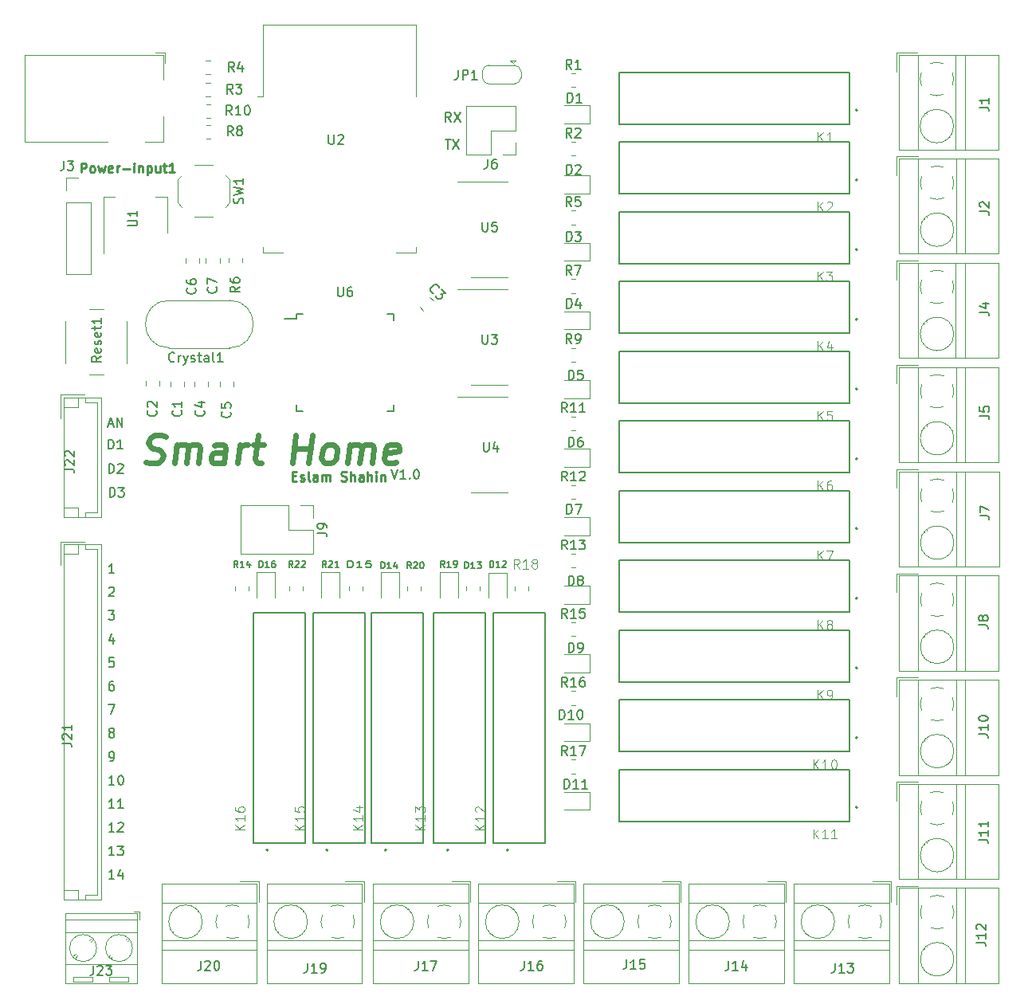
<source format=gto>
G04 #@! TF.GenerationSoftware,KiCad,Pcbnew,(5.1.12)-1*
G04 #@! TF.CreationDate,2021-11-18T21:12:02+02:00*
G04 #@! TF.ProjectId,SmartHome,536d6172-7448-46f6-9d65-2e6b69636164,rev?*
G04 #@! TF.SameCoordinates,Original*
G04 #@! TF.FileFunction,Legend,Top*
G04 #@! TF.FilePolarity,Positive*
%FSLAX46Y46*%
G04 Gerber Fmt 4.6, Leading zero omitted, Abs format (unit mm)*
G04 Created by KiCad (PCBNEW (5.1.12)-1) date 2021-11-18 21:12:02*
%MOMM*%
%LPD*%
G01*
G04 APERTURE LIST*
%ADD10C,0.150000*%
%ADD11C,0.250000*%
%ADD12C,0.600000*%
%ADD13C,0.120000*%
%ADD14C,0.127000*%
%ADD15C,0.200000*%
%ADD16C,0.015000*%
%ADD17C,0.080000*%
%ADD18R,2.500000X1.000000*%
%ADD19R,1.000000X1.800000*%
%ADD20R,0.550000X1.500000*%
%ADD21R,1.500000X0.550000*%
%ADD22R,1.000000X1.500000*%
%ADD23C,0.100000*%
%ADD24R,1.700000X1.700000*%
%ADD25O,1.700000X1.700000*%
%ADD26R,1.508000X1.508000*%
%ADD27C,1.508000*%
%ADD28C,1.400000*%
%ADD29R,1.400000X1.400000*%
%ADD30O,1.950000X1.700000*%
%ADD31C,2.000000*%
%ADD32C,1.500000*%
%ADD33C,2.800000*%
%ADD34R,2.800000X2.800000*%
%ADD35R,3.500000X3.500000*%
%ADD36R,1.000000X1.700000*%
%ADD37R,3.800000X2.000000*%
%ADD38R,1.500000X2.000000*%
G04 APERTURE END LIST*
D10*
X148002025Y6222949D02*
X148002025Y5556283D01*
X147763929Y6603902D02*
X147525834Y5889616D01*
X148144882Y5889616D01*
X147478215Y9056815D02*
X148097263Y9056815D01*
X147763929Y8675862D01*
X147906787Y8675862D01*
X148002025Y8628243D01*
X148049644Y8580624D01*
X148097263Y8485386D01*
X148097263Y8247291D01*
X148049644Y8152053D01*
X148002025Y8104434D01*
X147906787Y8056815D01*
X147621072Y8056815D01*
X147525834Y8104434D01*
X147478215Y8152053D01*
X148049644Y4055751D02*
X147573453Y4055751D01*
X147525834Y3579560D01*
X147573453Y3627179D01*
X147668691Y3674798D01*
X147906787Y3674798D01*
X148002025Y3627179D01*
X148049644Y3579560D01*
X148097263Y3484322D01*
X148097263Y3246227D01*
X148049644Y3150989D01*
X148002025Y3103370D01*
X147906787Y3055751D01*
X147668691Y3055751D01*
X147573453Y3103370D01*
X147525834Y3150989D01*
X148002025Y1555219D02*
X147811549Y1555219D01*
X147716310Y1507600D01*
X147668691Y1459980D01*
X147573453Y1317123D01*
X147525834Y1126647D01*
X147525834Y745695D01*
X147573453Y650457D01*
X147621072Y602838D01*
X147716310Y555219D01*
X147906787Y555219D01*
X148002025Y602838D01*
X148049644Y650457D01*
X148097263Y745695D01*
X148097263Y983790D01*
X148049644Y1079028D01*
X148002025Y1126647D01*
X147906787Y1174266D01*
X147716310Y1174266D01*
X147621072Y1126647D01*
X147573453Y1079028D01*
X147525834Y983790D01*
X147478215Y-945312D02*
X148144882Y-945312D01*
X147716310Y-1945312D01*
X147716310Y-3874416D02*
X147621072Y-3826797D01*
X147573453Y-3779178D01*
X147525834Y-3683940D01*
X147525834Y-3636321D01*
X147573453Y-3541083D01*
X147621072Y-3493464D01*
X147716310Y-3445844D01*
X147906787Y-3445844D01*
X148002025Y-3493464D01*
X148049644Y-3541083D01*
X148097263Y-3636321D01*
X148097263Y-3683940D01*
X148049644Y-3779178D01*
X148002025Y-3826797D01*
X147906787Y-3874416D01*
X147716310Y-3874416D01*
X147621072Y-3922035D01*
X147573453Y-3969654D01*
X147525834Y-4064892D01*
X147525834Y-4255368D01*
X147573453Y-4350606D01*
X147621072Y-4398225D01*
X147716310Y-4445844D01*
X147906787Y-4445844D01*
X148002025Y-4398225D01*
X148049644Y-4350606D01*
X148097263Y-4255368D01*
X148097263Y-4064892D01*
X148049644Y-3969654D01*
X148002025Y-3922035D01*
X147906787Y-3874416D01*
X147621072Y-6946376D02*
X147811549Y-6946376D01*
X147906787Y-6898757D01*
X147954406Y-6851138D01*
X148049644Y-6708281D01*
X148097263Y-6517805D01*
X148097263Y-6136853D01*
X148049644Y-6041615D01*
X148002025Y-5993996D01*
X147906787Y-5946376D01*
X147716310Y-5946376D01*
X147621072Y-5993996D01*
X147573453Y-6041615D01*
X147525834Y-6136853D01*
X147525834Y-6374948D01*
X147573453Y-6470186D01*
X147621072Y-6517805D01*
X147716310Y-6565424D01*
X147906787Y-6565424D01*
X148002025Y-6517805D01*
X148049644Y-6470186D01*
X148097263Y-6374948D01*
X148097263Y-9446908D02*
X147525835Y-9446908D01*
X147811549Y-9446908D02*
X147811549Y-8446908D01*
X147716311Y-8589766D01*
X147621073Y-8685004D01*
X147525835Y-8732623D01*
X148716311Y-8446908D02*
X148811549Y-8446908D01*
X148906787Y-8494528D01*
X148954406Y-8542147D01*
X149002025Y-8637385D01*
X149049644Y-8827861D01*
X149049644Y-9065956D01*
X149002025Y-9256432D01*
X148954406Y-9351670D01*
X148906787Y-9399289D01*
X148811549Y-9446908D01*
X148716311Y-9446908D01*
X148621073Y-9399289D01*
X148573454Y-9351670D01*
X148525835Y-9256432D01*
X148478216Y-9065956D01*
X148478216Y-8827861D01*
X148525835Y-8637385D01*
X148573454Y-8542147D01*
X148621073Y-8494528D01*
X148716311Y-8446908D01*
X148097263Y-11947440D02*
X147525835Y-11947440D01*
X147811549Y-11947440D02*
X147811549Y-10947440D01*
X147716311Y-11090298D01*
X147621073Y-11185536D01*
X147525835Y-11233155D01*
X149049644Y-11947440D02*
X148478216Y-11947440D01*
X148763930Y-11947440D02*
X148763930Y-10947440D01*
X148668692Y-11090298D01*
X148573454Y-11185536D01*
X148478216Y-11233155D01*
X148097263Y-14447972D02*
X147525835Y-14447972D01*
X147811549Y-14447972D02*
X147811549Y-13447972D01*
X147716311Y-13590830D01*
X147621073Y-13686068D01*
X147525835Y-13733687D01*
X148478216Y-13543211D02*
X148525835Y-13495592D01*
X148621073Y-13447972D01*
X148859168Y-13447972D01*
X148954406Y-13495592D01*
X149002025Y-13543211D01*
X149049644Y-13638449D01*
X149049644Y-13733687D01*
X149002025Y-13876544D01*
X148430597Y-14447972D01*
X149049644Y-14447972D01*
X148097263Y-16948504D02*
X147525835Y-16948504D01*
X147811549Y-16948504D02*
X147811549Y-15948504D01*
X147716311Y-16091362D01*
X147621073Y-16186600D01*
X147525835Y-16234219D01*
X148430597Y-15948504D02*
X149049644Y-15948504D01*
X148716311Y-16329457D01*
X148859168Y-16329457D01*
X148954406Y-16377076D01*
X149002025Y-16424695D01*
X149049644Y-16519933D01*
X149049644Y-16758028D01*
X149002025Y-16853266D01*
X148954406Y-16900885D01*
X148859168Y-16948504D01*
X148573454Y-16948504D01*
X148478216Y-16900885D01*
X148430597Y-16853266D01*
X148097263Y-19449040D02*
X147525835Y-19449040D01*
X147811549Y-19449040D02*
X147811549Y-18449040D01*
X147716311Y-18591898D01*
X147621073Y-18687136D01*
X147525835Y-18734755D01*
X148954406Y-18782374D02*
X148954406Y-19449040D01*
X148716311Y-18401421D02*
X148478216Y-19115707D01*
X149097263Y-19115707D01*
X147525834Y11462108D02*
X147573453Y11509728D01*
X147668691Y11557347D01*
X147906787Y11557347D01*
X148002025Y11509728D01*
X148049644Y11462108D01*
X148097263Y11366870D01*
X148097263Y11271632D01*
X148049644Y11128775D01*
X147478215Y10557347D01*
X148097263Y10557347D01*
X148097263Y13057879D02*
X147525834Y13057879D01*
X147811549Y13057879D02*
X147811549Y14057879D01*
X147716310Y13915021D01*
X147621072Y13819783D01*
X147525834Y13772164D01*
D11*
X167007518Y23342908D02*
X167340851Y23342908D01*
X167483708Y22819099D02*
X167007518Y22819099D01*
X167007518Y23819099D01*
X167483708Y23819099D01*
X167864660Y22866718D02*
X167959899Y22819099D01*
X168150375Y22819099D01*
X168245613Y22866718D01*
X168293232Y22961956D01*
X168293232Y23009575D01*
X168245613Y23104813D01*
X168150375Y23152432D01*
X168007518Y23152432D01*
X167912280Y23200051D01*
X167864660Y23295289D01*
X167864660Y23342908D01*
X167912280Y23438146D01*
X168007518Y23485765D01*
X168150375Y23485765D01*
X168245613Y23438146D01*
X168864660Y22819099D02*
X168769422Y22866718D01*
X168721803Y22961956D01*
X168721803Y23819099D01*
X169674184Y22819099D02*
X169674184Y23342908D01*
X169626565Y23438146D01*
X169531327Y23485765D01*
X169340851Y23485765D01*
X169245613Y23438146D01*
X169674184Y22866718D02*
X169578946Y22819099D01*
X169340851Y22819099D01*
X169245613Y22866718D01*
X169197994Y22961956D01*
X169197994Y23057194D01*
X169245613Y23152432D01*
X169340851Y23200051D01*
X169578946Y23200051D01*
X169674184Y23247670D01*
X170150375Y22819099D02*
X170150375Y23485765D01*
X170150375Y23390527D02*
X170197994Y23438146D01*
X170293232Y23485765D01*
X170436089Y23485765D01*
X170531327Y23438146D01*
X170578946Y23342908D01*
X170578946Y22819099D01*
X170578946Y23342908D02*
X170626565Y23438146D01*
X170721803Y23485765D01*
X170864660Y23485765D01*
X170959899Y23438146D01*
X171007518Y23342908D01*
X171007518Y22819099D01*
X172197994Y22866718D02*
X172340851Y22819099D01*
X172578946Y22819099D01*
X172674184Y22866718D01*
X172721803Y22914337D01*
X172769422Y23009575D01*
X172769422Y23104813D01*
X172721803Y23200051D01*
X172674184Y23247670D01*
X172578946Y23295289D01*
X172388470Y23342908D01*
X172293232Y23390527D01*
X172245613Y23438146D01*
X172197994Y23533384D01*
X172197994Y23628622D01*
X172245613Y23723860D01*
X172293232Y23771480D01*
X172388470Y23819099D01*
X172626565Y23819099D01*
X172769422Y23771480D01*
X173197994Y22819099D02*
X173197994Y23819099D01*
X173626565Y22819099D02*
X173626565Y23342908D01*
X173578946Y23438146D01*
X173483708Y23485765D01*
X173340851Y23485765D01*
X173245613Y23438146D01*
X173197994Y23390527D01*
X174531327Y22819099D02*
X174531327Y23342908D01*
X174483708Y23438146D01*
X174388470Y23485765D01*
X174197994Y23485765D01*
X174102756Y23438146D01*
X174531327Y22866718D02*
X174436089Y22819099D01*
X174197994Y22819099D01*
X174102756Y22866718D01*
X174055137Y22961956D01*
X174055137Y23057194D01*
X174102756Y23152432D01*
X174197994Y23200051D01*
X174436089Y23200051D01*
X174531327Y23247670D01*
X175007518Y22819099D02*
X175007518Y23819099D01*
X175436089Y22819099D02*
X175436089Y23342908D01*
X175388470Y23438146D01*
X175293232Y23485765D01*
X175150375Y23485765D01*
X175055137Y23438146D01*
X175007518Y23390527D01*
X175912280Y22819099D02*
X175912280Y23485765D01*
X175912280Y23819099D02*
X175864660Y23771480D01*
X175912280Y23723860D01*
X175959899Y23771480D01*
X175912280Y23819099D01*
X175912280Y23723860D01*
X176388470Y23485765D02*
X176388470Y22819099D01*
X176388470Y23390527D02*
X176436089Y23438146D01*
X176531327Y23485765D01*
X176674184Y23485765D01*
X176769422Y23438146D01*
X176817041Y23342908D01*
X176817041Y22819099D01*
D10*
X177533490Y24057859D02*
X177866823Y23057859D01*
X178200157Y24057859D01*
X179057300Y23057859D02*
X178485871Y23057859D01*
X178771585Y23057859D02*
X178771585Y24057859D01*
X178676347Y23915001D01*
X178581109Y23819763D01*
X178485871Y23772144D01*
X179485871Y23153097D02*
X179533490Y23105478D01*
X179485871Y23057859D01*
X179438252Y23105478D01*
X179485871Y23153097D01*
X179485871Y23057859D01*
X180152538Y24057859D02*
X180247776Y24057859D01*
X180343014Y24010240D01*
X180390633Y23962620D01*
X180438252Y23867382D01*
X180485871Y23676906D01*
X180485871Y23438811D01*
X180438252Y23248335D01*
X180390633Y23153097D01*
X180343014Y23105478D01*
X180247776Y23057859D01*
X180152538Y23057859D01*
X180057300Y23105478D01*
X180009680Y23153097D01*
X179962061Y23248335D01*
X179914442Y23438811D01*
X179914442Y23676906D01*
X179962061Y23867382D01*
X180009680Y23962620D01*
X180057300Y24010240D01*
X180152538Y24057859D01*
D12*
X151473971Y24856274D02*
X151884685Y24713417D01*
X152598971Y24713417D01*
X152902542Y24856274D01*
X153063257Y24999131D01*
X153241828Y25284845D01*
X153277542Y25570560D01*
X153170400Y25856274D01*
X153045400Y25999131D01*
X152777542Y26141988D01*
X152223971Y26284845D01*
X151956114Y26427702D01*
X151831114Y26570560D01*
X151723971Y26856274D01*
X151759685Y27141988D01*
X151938257Y27427702D01*
X152098971Y27570560D01*
X152402542Y27713417D01*
X153116828Y27713417D01*
X153527542Y27570560D01*
X154456114Y24713417D02*
X154706114Y26713417D01*
X154670400Y26427702D02*
X154831114Y26570560D01*
X155134685Y26713417D01*
X155563257Y26713417D01*
X155831114Y26570560D01*
X155938257Y26284845D01*
X155741828Y24713417D01*
X155938257Y26284845D02*
X156116828Y26570560D01*
X156420400Y26713417D01*
X156848971Y26713417D01*
X157116828Y26570560D01*
X157223971Y26284845D01*
X157027542Y24713417D01*
X159741828Y24713417D02*
X159938257Y26284845D01*
X159831114Y26570560D01*
X159563257Y26713417D01*
X158991828Y26713417D01*
X158688257Y26570560D01*
X159759685Y24856274D02*
X159456114Y24713417D01*
X158741828Y24713417D01*
X158473971Y24856274D01*
X158366828Y25141988D01*
X158402542Y25427702D01*
X158581114Y25713417D01*
X158884685Y25856274D01*
X159598971Y25856274D01*
X159902542Y25999131D01*
X161170400Y24713417D02*
X161420400Y26713417D01*
X161348971Y26141988D02*
X161527542Y26427702D01*
X161688257Y26570560D01*
X161991828Y26713417D01*
X162277542Y26713417D01*
X162848971Y26713417D02*
X163991828Y26713417D01*
X163402542Y27713417D02*
X163081114Y25141988D01*
X163188257Y24856274D01*
X163456114Y24713417D01*
X163741828Y24713417D01*
X167027542Y24713417D02*
X167402542Y27713417D01*
X167223971Y26284845D02*
X168938257Y26284845D01*
X168741828Y24713417D02*
X169116828Y27713417D01*
X170598971Y24713417D02*
X170331114Y24856274D01*
X170206114Y24999131D01*
X170098971Y25284845D01*
X170206114Y26141988D01*
X170384685Y26427702D01*
X170545400Y26570560D01*
X170848971Y26713417D01*
X171277542Y26713417D01*
X171545400Y26570560D01*
X171670400Y26427702D01*
X171777542Y26141988D01*
X171670400Y25284845D01*
X171491828Y24999131D01*
X171331114Y24856274D01*
X171027542Y24713417D01*
X170598971Y24713417D01*
X172884685Y24713417D02*
X173134685Y26713417D01*
X173098971Y26427702D02*
X173259685Y26570560D01*
X173563257Y26713417D01*
X173991828Y26713417D01*
X174259685Y26570560D01*
X174366828Y26284845D01*
X174170400Y24713417D01*
X174366828Y26284845D02*
X174545400Y26570560D01*
X174848971Y26713417D01*
X175277542Y26713417D01*
X175545400Y26570560D01*
X175652542Y26284845D01*
X175456114Y24713417D01*
X178045400Y24856274D02*
X177741828Y24713417D01*
X177170400Y24713417D01*
X176902542Y24856274D01*
X176795400Y25141988D01*
X176938257Y26284845D01*
X177116828Y26570560D01*
X177420400Y26713417D01*
X177991828Y26713417D01*
X178259685Y26570560D01*
X178366828Y26284845D01*
X178331114Y25999131D01*
X176866828Y25713417D01*
D10*
X147602984Y21135079D02*
X147602984Y22135079D01*
X147841080Y22135079D01*
X147983937Y22087460D01*
X148079175Y21992221D01*
X148126794Y21896983D01*
X148174413Y21706507D01*
X148174413Y21563650D01*
X148126794Y21373174D01*
X148079175Y21277936D01*
X147983937Y21182698D01*
X147841080Y21135079D01*
X147602984Y21135079D01*
X148507746Y22135079D02*
X149126794Y22135079D01*
X148793460Y21754126D01*
X148936318Y21754126D01*
X149031556Y21706507D01*
X149079175Y21658888D01*
X149126794Y21563650D01*
X149126794Y21325555D01*
X149079175Y21230317D01*
X149031556Y21182698D01*
X148936318Y21135079D01*
X148650603Y21135079D01*
X148555365Y21182698D01*
X148507746Y21230317D01*
X147509004Y23644599D02*
X147509004Y24644599D01*
X147747100Y24644599D01*
X147889957Y24596980D01*
X147985195Y24501741D01*
X148032814Y24406503D01*
X148080433Y24216027D01*
X148080433Y24073170D01*
X148032814Y23882694D01*
X147985195Y23787456D01*
X147889957Y23692218D01*
X147747100Y23644599D01*
X147509004Y23644599D01*
X148461385Y24549360D02*
X148509004Y24596980D01*
X148604242Y24644599D01*
X148842338Y24644599D01*
X148937576Y24596980D01*
X148985195Y24549360D01*
X149032814Y24454122D01*
X149032814Y24358884D01*
X148985195Y24216027D01*
X148413766Y23644599D01*
X149032814Y23644599D01*
X147458204Y26232859D02*
X147458204Y27232859D01*
X147696300Y27232859D01*
X147839157Y27185240D01*
X147934395Y27090001D01*
X147982014Y26994763D01*
X148029633Y26804287D01*
X148029633Y26661430D01*
X147982014Y26470954D01*
X147934395Y26375716D01*
X147839157Y26280478D01*
X147696300Y26232859D01*
X147458204Y26232859D01*
X148982014Y26232859D02*
X148410585Y26232859D01*
X148696300Y26232859D02*
X148696300Y27232859D01*
X148601061Y27090001D01*
X148505823Y26994763D01*
X148410585Y26947144D01*
X147452175Y28845213D02*
X147928365Y28845213D01*
X147356937Y28559499D02*
X147690270Y29559499D01*
X148023603Y28559499D01*
X148356937Y28559499D02*
X148356937Y29559499D01*
X148928365Y28559499D01*
X148928365Y29559499D01*
X183856333Y61015619D02*
X183523000Y61491809D01*
X183284904Y61015619D02*
X183284904Y62015619D01*
X183665857Y62015619D01*
X183761095Y61968000D01*
X183808714Y61920380D01*
X183856333Y61825142D01*
X183856333Y61682285D01*
X183808714Y61587047D01*
X183761095Y61539428D01*
X183665857Y61491809D01*
X183284904Y61491809D01*
X184189666Y62015619D02*
X184856333Y61015619D01*
X184856333Y62015619D02*
X184189666Y61015619D01*
X183261095Y59094619D02*
X183832523Y59094619D01*
X183546809Y58094619D02*
X183546809Y59094619D01*
X184070619Y59094619D02*
X184737285Y58094619D01*
X184737285Y59094619D02*
X184070619Y58094619D01*
D13*
X163885000Y63682000D02*
X163275000Y63682000D01*
X163885000Y63682000D02*
X163885000Y71302000D01*
X163885000Y47062000D02*
X163885000Y47682000D01*
X166005000Y47062000D02*
X163885000Y47062000D01*
X180125000Y47062000D02*
X178005000Y47062000D01*
X180125000Y47682000D02*
X180125000Y47062000D01*
X180125000Y71302000D02*
X180125000Y63682000D01*
X163885000Y71302000D02*
X180125000Y71302000D01*
D10*
X167418000Y40608000D02*
X167418000Y40033000D01*
X177768000Y40608000D02*
X177768000Y39933000D01*
X177768000Y30258000D02*
X177768000Y30933000D01*
X167418000Y30258000D02*
X167418000Y30933000D01*
X167418000Y40608000D02*
X168093000Y40608000D01*
X167418000Y30258000D02*
X168093000Y30258000D01*
X177768000Y30258000D02*
X177093000Y30258000D01*
X177768000Y40608000D02*
X177093000Y40608000D01*
X167418000Y40033000D02*
X166143000Y40033000D01*
D13*
X190640640Y65012060D02*
X187840640Y65012060D01*
X187190640Y65712060D02*
X187190640Y66312060D01*
X187840640Y67012060D02*
X190640640Y67012060D01*
X191290640Y66312060D02*
X191290640Y65712060D01*
X190440640Y67212060D02*
X190740640Y67512060D01*
X190740640Y67512060D02*
X190140640Y67512060D01*
X190440640Y67212060D02*
X190140640Y67512060D01*
X191290640Y65712060D02*
G75*
G02*
X190590640Y65012060I-700000J0D01*
G01*
X190590640Y67012060D02*
G75*
G02*
X191290640Y66312060I0J-700000D01*
G01*
X187190640Y66312060D02*
G75*
G02*
X187890640Y67012060I700000J0D01*
G01*
X187890640Y65012060D02*
G75*
G02*
X187190640Y65712060I0J700000D01*
G01*
X142934380Y55063700D02*
X144264380Y55063700D01*
X142934380Y53733700D02*
X142934380Y55063700D01*
X142934380Y52463700D02*
X145594380Y52463700D01*
X145594380Y52463700D02*
X145594380Y44783700D01*
X142934380Y52463700D02*
X142934380Y44783700D01*
X142934380Y44783700D02*
X145594380Y44783700D01*
D14*
X162858000Y8821000D02*
X162858000Y-15679000D01*
X162858000Y-15679000D02*
X168358000Y-15679000D01*
X168358000Y-15679000D02*
X168358000Y8821000D01*
X168358000Y8821000D02*
X162858000Y8821000D01*
D15*
X164438000Y-16383000D02*
G75*
G03*
X164438000Y-16383000I-100000J0D01*
G01*
D13*
X150740000Y-22897000D02*
X150140000Y-22897000D01*
X150740000Y-23737000D02*
X150740000Y-22897000D01*
X143780000Y-30397000D02*
X143780000Y-29897000D01*
X145780000Y-30397000D02*
X145780000Y-29897000D01*
X145780000Y-29897000D02*
X143780000Y-29897000D01*
X145780000Y-30397000D02*
X143780000Y-30397000D01*
X145565000Y-26186000D02*
X145864000Y-25887000D01*
X143869000Y-27882000D02*
X144169000Y-27583000D01*
X145390000Y-26011000D02*
X145690000Y-25712000D01*
X143695000Y-27707000D02*
X143994000Y-27408000D01*
X147590000Y-30397000D02*
X147590000Y-29897000D01*
X149590000Y-30397000D02*
X149590000Y-29897000D01*
X149590000Y-29897000D02*
X147590000Y-29897000D01*
X149590000Y-30397000D02*
X147590000Y-30397000D01*
X149536000Y-26026000D02*
X149675000Y-25887000D01*
X147679000Y-27882000D02*
X147819000Y-27742000D01*
X149361000Y-25852000D02*
X149501000Y-25712000D01*
X147505000Y-27707000D02*
X147645000Y-27568000D01*
X142870000Y-30557000D02*
X142870000Y-23137000D01*
X150500000Y-30557000D02*
X150500000Y-23137000D01*
X150500000Y-23137000D02*
X142870000Y-23137000D01*
X150500000Y-30557000D02*
X142870000Y-30557000D01*
X150500000Y-28497000D02*
X142870000Y-28497000D01*
X150500000Y-25096000D02*
X142870000Y-25096000D01*
X150500000Y-23797000D02*
X142870000Y-23797000D01*
X146210000Y-26797000D02*
G75*
G03*
X146210000Y-26797000I-1430000J0D01*
G01*
X150020000Y-26797000D02*
G75*
G03*
X150020000Y-26797000I-1430000J0D01*
G01*
X142424000Y31993000D02*
X142424000Y29493000D01*
X144924000Y31993000D02*
X142424000Y31993000D01*
X144224000Y19973000D02*
X142724000Y19973000D01*
X144224000Y18973000D02*
X144224000Y19973000D01*
X144224000Y30693000D02*
X142724000Y30693000D01*
X144224000Y31693000D02*
X144224000Y30693000D01*
X145034000Y19473000D02*
X145034000Y18973000D01*
X146244000Y19473000D02*
X145034000Y19473000D01*
X146244000Y31193000D02*
X146244000Y19473000D01*
X145034000Y31193000D02*
X146244000Y31193000D01*
X145034000Y31693000D02*
X145034000Y31193000D01*
X146744000Y18973000D02*
X146744000Y31693000D01*
X142724000Y18973000D02*
X146744000Y18973000D01*
X142724000Y31693000D02*
X142724000Y18973000D01*
X146744000Y31693000D02*
X142724000Y31693000D01*
X149413860Y35345880D02*
X149413860Y39845880D01*
X145413860Y34095880D02*
X146913860Y34095880D01*
X142913860Y39845880D02*
X142913860Y35345880D01*
X146913860Y41095880D02*
X145413860Y41095880D01*
X142424000Y16372000D02*
X142424000Y13872000D01*
X144924000Y16372000D02*
X142424000Y16372000D01*
X144224000Y-20648000D02*
X142724000Y-20648000D01*
X144224000Y-21648000D02*
X144224000Y-20648000D01*
X144224000Y15072000D02*
X142724000Y15072000D01*
X144224000Y16072000D02*
X144224000Y15072000D01*
X145034000Y-21148000D02*
X145034000Y-21648000D01*
X146244000Y-21148000D02*
X145034000Y-21148000D01*
X146244000Y15572000D02*
X146244000Y-21148000D01*
X145034000Y15572000D02*
X146244000Y15572000D01*
X145034000Y16072000D02*
X145034000Y15572000D01*
X146744000Y-21648000D02*
X146744000Y16072000D01*
X142724000Y-21648000D02*
X146744000Y-21648000D01*
X142724000Y16072000D02*
X142724000Y-21648000D01*
X146744000Y16072000D02*
X142724000Y16072000D01*
X153926000Y42022000D02*
X160326000Y42022000D01*
X153926000Y36972000D02*
X160326000Y36972000D01*
X160326000Y36972000D02*
G75*
G03*
X160326000Y42022000I0J2525000D01*
G01*
X153926000Y36972000D02*
G75*
G02*
X153926000Y42022000I0J2525000D01*
G01*
X187960000Y44470000D02*
X189910000Y44470000D01*
X187960000Y44470000D02*
X186010000Y44470000D01*
X187960000Y54590000D02*
X189910000Y54590000D01*
X187960000Y54590000D02*
X184510000Y54590000D01*
X187960000Y21610000D02*
X189910000Y21610000D01*
X187960000Y21610000D02*
X186010000Y21610000D01*
X187960000Y31730000D02*
X189910000Y31730000D01*
X187960000Y31730000D02*
X184510000Y31730000D01*
X187960000Y33040000D02*
X189910000Y33040000D01*
X187960000Y33040000D02*
X186010000Y33040000D01*
X187960000Y43160000D02*
X189910000Y43160000D01*
X187960000Y43160000D02*
X184510000Y43160000D01*
X173001000Y11202936D02*
X173001000Y11657064D01*
X174471000Y11202936D02*
X174471000Y11657064D01*
X166651000Y11202936D02*
X166651000Y11657064D01*
X168121000Y11202936D02*
X168121000Y11657064D01*
X185447000Y11202936D02*
X185447000Y11657064D01*
X186917000Y11202936D02*
X186917000Y11657064D01*
X179224000Y11202936D02*
X179224000Y11657064D01*
X180694000Y11202936D02*
X180694000Y11657064D01*
X196622936Y-6782580D02*
X197077064Y-6782580D01*
X196622936Y-8252580D02*
X197077064Y-8252580D01*
X190654000Y11202936D02*
X190654000Y11657064D01*
X192124000Y11202936D02*
X192124000Y11657064D01*
X196622936Y7801936D02*
X197077064Y7801936D01*
X196622936Y6331936D02*
X197077064Y6331936D01*
X196622936Y509678D02*
X197077064Y509678D01*
X196622936Y-960322D02*
X197077064Y-960322D01*
X196622936Y22386452D02*
X197077064Y22386452D01*
X196622936Y20916452D02*
X197077064Y20916452D01*
X196622936Y15094194D02*
X197077064Y15094194D01*
X196622936Y13624194D02*
X197077064Y13624194D01*
X196622936Y36970968D02*
X197077064Y36970968D01*
X196622936Y35500968D02*
X197077064Y35500968D01*
X196622936Y29678710D02*
X197077064Y29678710D01*
X196622936Y28208710D02*
X197077064Y28208710D01*
X196622936Y51555484D02*
X197077064Y51555484D01*
X196622936Y50085484D02*
X197077064Y50085484D01*
X196622936Y44263226D02*
X197077064Y44263226D01*
X196622936Y42793226D02*
X197077064Y42793226D01*
X196622936Y66140000D02*
X197077064Y66140000D01*
X196622936Y64670000D02*
X197077064Y64670000D01*
X196622936Y58847742D02*
X197077064Y58847742D01*
X196622936Y57377742D02*
X197077064Y57377742D01*
D14*
X169208000Y8821000D02*
X169208000Y-15679000D01*
X169208000Y-15679000D02*
X174708000Y-15679000D01*
X174708000Y-15679000D02*
X174708000Y8821000D01*
X174708000Y8821000D02*
X169208000Y8821000D01*
D15*
X170788000Y-16383000D02*
G75*
G03*
X170788000Y-16383000I-100000J0D01*
G01*
D14*
X182035000Y8821000D02*
X182035000Y-15679000D01*
X182035000Y-15679000D02*
X187535000Y-15679000D01*
X187535000Y-15679000D02*
X187535000Y8821000D01*
X187535000Y8821000D02*
X182035000Y8821000D01*
D15*
X183615000Y-16383000D02*
G75*
G03*
X183615000Y-16383000I-100000J0D01*
G01*
D14*
X175431000Y8821000D02*
X175431000Y-15679000D01*
X175431000Y-15679000D02*
X180931000Y-15679000D01*
X180931000Y-15679000D02*
X180931000Y8821000D01*
X180931000Y8821000D02*
X175431000Y8821000D01*
D15*
X177011000Y-16383000D02*
G75*
G03*
X177011000Y-16383000I-100000J0D01*
G01*
D14*
X201745000Y-13333330D02*
X226245000Y-13333330D01*
X226245000Y-13333330D02*
X226245000Y-7833330D01*
X226245000Y-7833330D02*
X201745000Y-7833330D01*
X201745000Y-7833330D02*
X201745000Y-13333330D01*
D15*
X227049000Y-11853330D02*
G75*
G03*
X227049000Y-11853330I-100000J0D01*
G01*
D14*
X188385000Y8821000D02*
X188385000Y-15679000D01*
X188385000Y-15679000D02*
X193885000Y-15679000D01*
X193885000Y-15679000D02*
X193885000Y8821000D01*
X193885000Y8821000D02*
X188385000Y8821000D01*
D15*
X189965000Y-16383000D02*
G75*
G03*
X189965000Y-16383000I-100000J0D01*
G01*
D14*
X201745000Y1483336D02*
X226245000Y1483336D01*
X226245000Y1483336D02*
X226245000Y6983336D01*
X226245000Y6983336D02*
X201745000Y6983336D01*
X201745000Y6983336D02*
X201745000Y1483336D01*
D15*
X227049000Y2963336D02*
G75*
G03*
X227049000Y2963336I-100000J0D01*
G01*
D14*
X201745000Y-5924997D02*
X226245000Y-5924997D01*
X226245000Y-5924997D02*
X226245000Y-424997D01*
X226245000Y-424997D02*
X201745000Y-424997D01*
X201745000Y-424997D02*
X201745000Y-5924997D01*
D15*
X227049000Y-4444997D02*
G75*
G03*
X227049000Y-4444997I-100000J0D01*
G01*
D14*
X201745000Y16300002D02*
X226245000Y16300002D01*
X226245000Y16300002D02*
X226245000Y21800002D01*
X226245000Y21800002D02*
X201745000Y21800002D01*
X201745000Y21800002D02*
X201745000Y16300002D01*
D15*
X227049000Y17780002D02*
G75*
G03*
X227049000Y17780002I-100000J0D01*
G01*
D14*
X201745000Y8891669D02*
X226245000Y8891669D01*
X226245000Y8891669D02*
X226245000Y14391669D01*
X226245000Y14391669D02*
X201745000Y14391669D01*
X201745000Y14391669D02*
X201745000Y8891669D01*
D15*
X227049000Y10371669D02*
G75*
G03*
X227049000Y10371669I-100000J0D01*
G01*
D14*
X201745000Y31116668D02*
X226245000Y31116668D01*
X226245000Y31116668D02*
X226245000Y36616668D01*
X226245000Y36616668D02*
X201745000Y36616668D01*
X201745000Y36616668D02*
X201745000Y31116668D01*
D15*
X227049000Y32596668D02*
G75*
G03*
X227049000Y32596668I-100000J0D01*
G01*
D14*
X201745000Y23708335D02*
X226245000Y23708335D01*
X226245000Y23708335D02*
X226245000Y29208335D01*
X226245000Y29208335D02*
X201745000Y29208335D01*
X201745000Y29208335D02*
X201745000Y23708335D01*
D15*
X227049000Y25188335D02*
G75*
G03*
X227049000Y25188335I-100000J0D01*
G01*
D14*
X201745000Y45933334D02*
X226245000Y45933334D01*
X226245000Y45933334D02*
X226245000Y51433334D01*
X226245000Y51433334D02*
X201745000Y51433334D01*
X201745000Y51433334D02*
X201745000Y45933334D01*
D15*
X227049000Y47413334D02*
G75*
G03*
X227049000Y47413334I-100000J0D01*
G01*
D14*
X201745000Y38525001D02*
X226245000Y38525001D01*
X226245000Y38525001D02*
X226245000Y44025001D01*
X226245000Y44025001D02*
X201745000Y44025001D01*
X201745000Y44025001D02*
X201745000Y38525001D01*
D15*
X227049000Y40005001D02*
G75*
G03*
X227049000Y40005001I-100000J0D01*
G01*
D14*
X201745000Y60750000D02*
X226245000Y60750000D01*
X226245000Y60750000D02*
X226245000Y66250000D01*
X226245000Y66250000D02*
X201745000Y66250000D01*
X201745000Y66250000D02*
X201745000Y60750000D01*
D15*
X227049000Y62230000D02*
G75*
G03*
X227049000Y62230000I-100000J0D01*
G01*
D14*
X201745000Y53341667D02*
X226245000Y53341667D01*
X226245000Y53341667D02*
X226245000Y58841667D01*
X226245000Y58841667D02*
X201745000Y58841667D01*
X201745000Y58841667D02*
X201745000Y53341667D01*
D15*
X227049000Y54821667D02*
G75*
G03*
X227049000Y54821667I-100000J0D01*
G01*
D13*
X168611000Y-24003000D02*
G75*
G03*
X168611000Y-24003000I-1780000J0D01*
G01*
X174391000Y-22003000D02*
X164271000Y-22003000D01*
X174391000Y-26003000D02*
X164271000Y-26003000D01*
X174391000Y-27003000D02*
X164271000Y-27003000D01*
X174391000Y-30563000D02*
X164271000Y-30563000D01*
X174391000Y-19943000D02*
X164271000Y-19943000D01*
X174391000Y-30563000D02*
X174391000Y-19943000D01*
X164271000Y-30563000D02*
X164271000Y-19943000D01*
X165481000Y-25136000D02*
X165530000Y-25086000D01*
X167939000Y-22678000D02*
X167963000Y-22653000D01*
X165698000Y-25353000D02*
X165723000Y-25329000D01*
X168131000Y-22920000D02*
X168181000Y-22870000D01*
X174631000Y-21943000D02*
X174631000Y-19703000D01*
X174631000Y-19703000D02*
X172631000Y-19703000D01*
X171800186Y-22222611D02*
G75*
G02*
X172527000Y-22364000I30814J-1780389D01*
G01*
X173470205Y-23307484D02*
G75*
G02*
X173470000Y-24699000I-1639205J-695516D01*
G01*
X172526516Y-25642205D02*
G75*
G02*
X171135000Y-25642000I-695516J1639205D01*
G01*
X170191795Y-24698516D02*
G75*
G02*
X170192000Y-23307000I1639205J695516D01*
G01*
X171135499Y-22364501D02*
G75*
G02*
X171831000Y-22223000I695501J-1638499D01*
G01*
X157435000Y-24003000D02*
G75*
G03*
X157435000Y-24003000I-1780000J0D01*
G01*
X163215000Y-22003000D02*
X153095000Y-22003000D01*
X163215000Y-26003000D02*
X153095000Y-26003000D01*
X163215000Y-27003000D02*
X153095000Y-27003000D01*
X163215000Y-30563000D02*
X153095000Y-30563000D01*
X163215000Y-19943000D02*
X153095000Y-19943000D01*
X163215000Y-30563000D02*
X163215000Y-19943000D01*
X153095000Y-30563000D02*
X153095000Y-19943000D01*
X154305000Y-25136000D02*
X154354000Y-25086000D01*
X156763000Y-22678000D02*
X156787000Y-22653000D01*
X154522000Y-25353000D02*
X154547000Y-25329000D01*
X156955000Y-22920000D02*
X157005000Y-22870000D01*
X163455000Y-21943000D02*
X163455000Y-19703000D01*
X163455000Y-19703000D02*
X161455000Y-19703000D01*
X160624186Y-22222611D02*
G75*
G02*
X161351000Y-22364000I30814J-1780389D01*
G01*
X162294205Y-23307484D02*
G75*
G02*
X162294000Y-24699000I-1639205J-695516D01*
G01*
X161350516Y-25642205D02*
G75*
G02*
X159959000Y-25642000I-695516J1639205D01*
G01*
X159015795Y-24698516D02*
G75*
G02*
X159016000Y-23307000I1639205J695516D01*
G01*
X159959499Y-22364501D02*
G75*
G02*
X160655000Y-22223000I695501J-1638499D01*
G01*
X191090000Y-24003000D02*
G75*
G03*
X191090000Y-24003000I-1780000J0D01*
G01*
X196870000Y-22003000D02*
X186750000Y-22003000D01*
X196870000Y-26003000D02*
X186750000Y-26003000D01*
X196870000Y-27003000D02*
X186750000Y-27003000D01*
X196870000Y-30563000D02*
X186750000Y-30563000D01*
X196870000Y-19943000D02*
X186750000Y-19943000D01*
X196870000Y-30563000D02*
X196870000Y-19943000D01*
X186750000Y-30563000D02*
X186750000Y-19943000D01*
X187960000Y-25136000D02*
X188009000Y-25086000D01*
X190418000Y-22678000D02*
X190442000Y-22653000D01*
X188177000Y-25353000D02*
X188202000Y-25329000D01*
X190610000Y-22920000D02*
X190660000Y-22870000D01*
X197110000Y-21943000D02*
X197110000Y-19703000D01*
X197110000Y-19703000D02*
X195110000Y-19703000D01*
X194279186Y-22222611D02*
G75*
G02*
X195006000Y-22364000I30814J-1780389D01*
G01*
X195949205Y-23307484D02*
G75*
G02*
X195949000Y-24699000I-1639205J-695516D01*
G01*
X195005516Y-25642205D02*
G75*
G02*
X193614000Y-25642000I-695516J1639205D01*
G01*
X192670795Y-24698516D02*
G75*
G02*
X192671000Y-23307000I1639205J695516D01*
G01*
X193614499Y-22364501D02*
G75*
G02*
X194310000Y-22223000I695501J-1638499D01*
G01*
X179914000Y-24003000D02*
G75*
G03*
X179914000Y-24003000I-1780000J0D01*
G01*
X185694000Y-22003000D02*
X175574000Y-22003000D01*
X185694000Y-26003000D02*
X175574000Y-26003000D01*
X185694000Y-27003000D02*
X175574000Y-27003000D01*
X185694000Y-30563000D02*
X175574000Y-30563000D01*
X185694000Y-19943000D02*
X175574000Y-19943000D01*
X185694000Y-30563000D02*
X185694000Y-19943000D01*
X175574000Y-30563000D02*
X175574000Y-19943000D01*
X176784000Y-25136000D02*
X176833000Y-25086000D01*
X179242000Y-22678000D02*
X179266000Y-22653000D01*
X177001000Y-25353000D02*
X177026000Y-25329000D01*
X179434000Y-22920000D02*
X179484000Y-22870000D01*
X185934000Y-21943000D02*
X185934000Y-19703000D01*
X185934000Y-19703000D02*
X183934000Y-19703000D01*
X183103186Y-22222611D02*
G75*
G02*
X183830000Y-22364000I30814J-1780389D01*
G01*
X184773205Y-23307484D02*
G75*
G02*
X184773000Y-24699000I-1639205J-695516D01*
G01*
X183829516Y-25642205D02*
G75*
G02*
X182438000Y-25642000I-695516J1639205D01*
G01*
X181494795Y-24698516D02*
G75*
G02*
X181495000Y-23307000I1639205J695516D01*
G01*
X182438499Y-22364501D02*
G75*
G02*
X183134000Y-22223000I695501J-1638499D01*
G01*
X213442000Y-24003000D02*
G75*
G03*
X213442000Y-24003000I-1780000J0D01*
G01*
X219222000Y-22003000D02*
X209102000Y-22003000D01*
X219222000Y-26003000D02*
X209102000Y-26003000D01*
X219222000Y-27003000D02*
X209102000Y-27003000D01*
X219222000Y-30563000D02*
X209102000Y-30563000D01*
X219222000Y-19943000D02*
X209102000Y-19943000D01*
X219222000Y-30563000D02*
X219222000Y-19943000D01*
X209102000Y-30563000D02*
X209102000Y-19943000D01*
X210312000Y-25136000D02*
X210361000Y-25086000D01*
X212770000Y-22678000D02*
X212794000Y-22653000D01*
X210529000Y-25353000D02*
X210554000Y-25329000D01*
X212962000Y-22920000D02*
X213012000Y-22870000D01*
X219462000Y-21943000D02*
X219462000Y-19703000D01*
X219462000Y-19703000D02*
X217462000Y-19703000D01*
X216631186Y-22222611D02*
G75*
G02*
X217358000Y-22364000I30814J-1780389D01*
G01*
X218301205Y-23307484D02*
G75*
G02*
X218301000Y-24699000I-1639205J-695516D01*
G01*
X217357516Y-25642205D02*
G75*
G02*
X215966000Y-25642000I-695516J1639205D01*
G01*
X215022795Y-24698516D02*
G75*
G02*
X215023000Y-23307000I1639205J695516D01*
G01*
X215966499Y-22364501D02*
G75*
G02*
X216662000Y-22223000I695501J-1638499D01*
G01*
X202266000Y-24003000D02*
G75*
G03*
X202266000Y-24003000I-1780000J0D01*
G01*
X208046000Y-22003000D02*
X197926000Y-22003000D01*
X208046000Y-26003000D02*
X197926000Y-26003000D01*
X208046000Y-27003000D02*
X197926000Y-27003000D01*
X208046000Y-30563000D02*
X197926000Y-30563000D01*
X208046000Y-19943000D02*
X197926000Y-19943000D01*
X208046000Y-30563000D02*
X208046000Y-19943000D01*
X197926000Y-30563000D02*
X197926000Y-19943000D01*
X199136000Y-25136000D02*
X199185000Y-25086000D01*
X201594000Y-22678000D02*
X201618000Y-22653000D01*
X199353000Y-25353000D02*
X199378000Y-25329000D01*
X201786000Y-22920000D02*
X201836000Y-22870000D01*
X208286000Y-21943000D02*
X208286000Y-19703000D01*
X208286000Y-19703000D02*
X206286000Y-19703000D01*
X205455186Y-22222611D02*
G75*
G02*
X206182000Y-22364000I30814J-1780389D01*
G01*
X207125205Y-23307484D02*
G75*
G02*
X207125000Y-24699000I-1639205J-695516D01*
G01*
X206181516Y-25642205D02*
G75*
G02*
X204790000Y-25642000I-695516J1639205D01*
G01*
X203846795Y-24698516D02*
G75*
G02*
X203847000Y-23307000I1639205J695516D01*
G01*
X204790499Y-22364501D02*
G75*
G02*
X205486000Y-22223000I695501J-1638499D01*
G01*
X237298960Y-27987000D02*
G75*
G03*
X237298960Y-27987000I-1780000J0D01*
G01*
X233518960Y-20427000D02*
X233518960Y-30547000D01*
X237518960Y-20427000D02*
X237518960Y-30547000D01*
X238518960Y-20427000D02*
X238518960Y-30547000D01*
X242078960Y-20427000D02*
X242078960Y-30547000D01*
X231458960Y-20427000D02*
X231458960Y-30547000D01*
X242078960Y-20427000D02*
X231458960Y-20427000D01*
X242078960Y-30547000D02*
X231458960Y-30547000D01*
X236651960Y-29337000D02*
X236601960Y-29288000D01*
X234193960Y-26879000D02*
X234168960Y-26855000D01*
X236868960Y-29120000D02*
X236844960Y-29095000D01*
X234435960Y-26687000D02*
X234385960Y-26637000D01*
X233458960Y-20187000D02*
X231218960Y-20187000D01*
X231218960Y-20187000D02*
X231218960Y-22187000D01*
X233738571Y-23017814D02*
G75*
G02*
X233879960Y-22291000I1780389J30814D01*
G01*
X234823444Y-21347795D02*
G75*
G02*
X236214960Y-21348000I695516J-1639205D01*
G01*
X237158165Y-22291484D02*
G75*
G02*
X237157960Y-23683000I-1639205J-695516D01*
G01*
X236214476Y-24626205D02*
G75*
G02*
X234822960Y-24626000I-695516J1639205D01*
G01*
X233880461Y-23682501D02*
G75*
G02*
X233738960Y-22987000I1638499J695501D01*
G01*
X224618000Y-24003000D02*
G75*
G03*
X224618000Y-24003000I-1780000J0D01*
G01*
X230398000Y-22003000D02*
X220278000Y-22003000D01*
X230398000Y-26003000D02*
X220278000Y-26003000D01*
X230398000Y-27003000D02*
X220278000Y-27003000D01*
X230398000Y-30563000D02*
X220278000Y-30563000D01*
X230398000Y-19943000D02*
X220278000Y-19943000D01*
X230398000Y-30563000D02*
X230398000Y-19943000D01*
X220278000Y-30563000D02*
X220278000Y-19943000D01*
X221488000Y-25136000D02*
X221537000Y-25086000D01*
X223946000Y-22678000D02*
X223970000Y-22653000D01*
X221705000Y-25353000D02*
X221730000Y-25329000D01*
X224138000Y-22920000D02*
X224188000Y-22870000D01*
X230638000Y-21943000D02*
X230638000Y-19703000D01*
X230638000Y-19703000D02*
X228638000Y-19703000D01*
X227807186Y-22222611D02*
G75*
G02*
X228534000Y-22364000I30814J-1780389D01*
G01*
X229477205Y-23307484D02*
G75*
G02*
X229477000Y-24699000I-1639205J-695516D01*
G01*
X228533516Y-25642205D02*
G75*
G02*
X227142000Y-25642000I-695516J1639205D01*
G01*
X226198795Y-24698516D02*
G75*
G02*
X226199000Y-23307000I1639205J695516D01*
G01*
X227142499Y-22364501D02*
G75*
G02*
X227838000Y-22223000I695501J-1638499D01*
G01*
X237291340Y-5876300D02*
G75*
G03*
X237291340Y-5876300I-1780000J0D01*
G01*
X233511340Y1683700D02*
X233511340Y-8436300D01*
X237511340Y1683700D02*
X237511340Y-8436300D01*
X238511340Y1683700D02*
X238511340Y-8436300D01*
X242071340Y1683700D02*
X242071340Y-8436300D01*
X231451340Y1683700D02*
X231451340Y-8436300D01*
X242071340Y1683700D02*
X231451340Y1683700D01*
X242071340Y-8436300D02*
X231451340Y-8436300D01*
X236644340Y-7226300D02*
X236594340Y-7177300D01*
X234186340Y-4768300D02*
X234161340Y-4744300D01*
X236861340Y-7009300D02*
X236837340Y-6984300D01*
X234428340Y-4576300D02*
X234378340Y-4526300D01*
X233451340Y1923700D02*
X231211340Y1923700D01*
X231211340Y1923700D02*
X231211340Y-76300D01*
X233730951Y-907114D02*
G75*
G02*
X233872340Y-180300I1780389J30814D01*
G01*
X234815824Y762905D02*
G75*
G02*
X236207340Y762700I695516J-1639205D01*
G01*
X237150545Y-180784D02*
G75*
G02*
X237150340Y-1572300I-1639205J-695516D01*
G01*
X236206856Y-2515505D02*
G75*
G02*
X234815340Y-2515300I-695516J1639205D01*
G01*
X233872841Y-1571801D02*
G75*
G02*
X233731340Y-876300I1638499J695501D01*
G01*
X237291340Y-16931640D02*
G75*
G03*
X237291340Y-16931640I-1780000J0D01*
G01*
X233511340Y-9371640D02*
X233511340Y-19491640D01*
X237511340Y-9371640D02*
X237511340Y-19491640D01*
X238511340Y-9371640D02*
X238511340Y-19491640D01*
X242071340Y-9371640D02*
X242071340Y-19491640D01*
X231451340Y-9371640D02*
X231451340Y-19491640D01*
X242071340Y-9371640D02*
X231451340Y-9371640D01*
X242071340Y-19491640D02*
X231451340Y-19491640D01*
X236644340Y-18281640D02*
X236594340Y-18232640D01*
X234186340Y-15823640D02*
X234161340Y-15799640D01*
X236861340Y-18064640D02*
X236837340Y-18039640D01*
X234428340Y-15631640D02*
X234378340Y-15581640D01*
X233451340Y-9131640D02*
X231211340Y-9131640D01*
X231211340Y-9131640D02*
X231211340Y-11131640D01*
X233730951Y-11962454D02*
G75*
G02*
X233872340Y-11235640I1780389J30814D01*
G01*
X234815824Y-10292435D02*
G75*
G02*
X236207340Y-10292640I695516J-1639205D01*
G01*
X237150545Y-11236124D02*
G75*
G02*
X237150340Y-12627640I-1639205J-695516D01*
G01*
X236206856Y-13570845D02*
G75*
G02*
X234815340Y-13570640I-695516J1639205D01*
G01*
X233872841Y-12627141D02*
G75*
G02*
X233731340Y-11931640I1638499J695501D01*
G01*
X237301500Y16273780D02*
G75*
G03*
X237301500Y16273780I-1780000J0D01*
G01*
X233521500Y23833780D02*
X233521500Y13713780D01*
X237521500Y23833780D02*
X237521500Y13713780D01*
X238521500Y23833780D02*
X238521500Y13713780D01*
X242081500Y23833780D02*
X242081500Y13713780D01*
X231461500Y23833780D02*
X231461500Y13713780D01*
X242081500Y23833780D02*
X231461500Y23833780D01*
X242081500Y13713780D02*
X231461500Y13713780D01*
X236654500Y14923780D02*
X236604500Y14972780D01*
X234196500Y17381780D02*
X234171500Y17405780D01*
X236871500Y15140780D02*
X236847500Y15165780D01*
X234438500Y17573780D02*
X234388500Y17623780D01*
X233461500Y24073780D02*
X231221500Y24073780D01*
X231221500Y24073780D02*
X231221500Y22073780D01*
X233741111Y21242966D02*
G75*
G02*
X233882500Y21969780I1780389J30814D01*
G01*
X234825984Y22912985D02*
G75*
G02*
X236217500Y22912780I695516J-1639205D01*
G01*
X237160705Y21969296D02*
G75*
G02*
X237160500Y20577780I-1639205J-695516D01*
G01*
X236217016Y19634575D02*
G75*
G02*
X234825500Y19634780I-695516J1639205D01*
G01*
X233883001Y20578279D02*
G75*
G02*
X233741500Y21273780I1638499J695501D01*
G01*
X237296420Y5204460D02*
G75*
G03*
X237296420Y5204460I-1780000J0D01*
G01*
X233516420Y12764460D02*
X233516420Y2644460D01*
X237516420Y12764460D02*
X237516420Y2644460D01*
X238516420Y12764460D02*
X238516420Y2644460D01*
X242076420Y12764460D02*
X242076420Y2644460D01*
X231456420Y12764460D02*
X231456420Y2644460D01*
X242076420Y12764460D02*
X231456420Y12764460D01*
X242076420Y2644460D02*
X231456420Y2644460D01*
X236649420Y3854460D02*
X236599420Y3903460D01*
X234191420Y6312460D02*
X234166420Y6336460D01*
X236866420Y4071460D02*
X236842420Y4096460D01*
X234433420Y6504460D02*
X234383420Y6554460D01*
X233456420Y13004460D02*
X231216420Y13004460D01*
X231216420Y13004460D02*
X231216420Y11004460D01*
X233736031Y10173646D02*
G75*
G02*
X233877420Y10900460I1780389J30814D01*
G01*
X234820904Y11843665D02*
G75*
G02*
X236212420Y11843460I695516J-1639205D01*
G01*
X237155625Y10899976D02*
G75*
G02*
X237155420Y9508460I-1639205J-695516D01*
G01*
X236211936Y8565255D02*
G75*
G02*
X234820420Y8565460I-695516J1639205D01*
G01*
X233877921Y9508959D02*
G75*
G02*
X233736420Y10204460I1638499J695501D01*
G01*
X237283720Y38450520D02*
G75*
G03*
X237283720Y38450520I-1780000J0D01*
G01*
X233503720Y46010520D02*
X233503720Y35890520D01*
X237503720Y46010520D02*
X237503720Y35890520D01*
X238503720Y46010520D02*
X238503720Y35890520D01*
X242063720Y46010520D02*
X242063720Y35890520D01*
X231443720Y46010520D02*
X231443720Y35890520D01*
X242063720Y46010520D02*
X231443720Y46010520D01*
X242063720Y35890520D02*
X231443720Y35890520D01*
X236636720Y37100520D02*
X236586720Y37149520D01*
X234178720Y39558520D02*
X234153720Y39582520D01*
X236853720Y37317520D02*
X236829720Y37342520D01*
X234420720Y39750520D02*
X234370720Y39800520D01*
X233443720Y46250520D02*
X231203720Y46250520D01*
X231203720Y46250520D02*
X231203720Y44250520D01*
X233723331Y43419706D02*
G75*
G02*
X233864720Y44146520I1780389J30814D01*
G01*
X234808204Y45089725D02*
G75*
G02*
X236199720Y45089520I695516J-1639205D01*
G01*
X237142925Y44146036D02*
G75*
G02*
X237142720Y42754520I-1639205J-695516D01*
G01*
X236199236Y41811315D02*
G75*
G02*
X234807720Y41811520I-695516J1639205D01*
G01*
X233865221Y42755019D02*
G75*
G02*
X233723720Y43450520I1638499J695501D01*
G01*
X237291340Y27363420D02*
G75*
G03*
X237291340Y27363420I-1780000J0D01*
G01*
X233511340Y34923420D02*
X233511340Y24803420D01*
X237511340Y34923420D02*
X237511340Y24803420D01*
X238511340Y34923420D02*
X238511340Y24803420D01*
X242071340Y34923420D02*
X242071340Y24803420D01*
X231451340Y34923420D02*
X231451340Y24803420D01*
X242071340Y34923420D02*
X231451340Y34923420D01*
X242071340Y24803420D02*
X231451340Y24803420D01*
X236644340Y26013420D02*
X236594340Y26062420D01*
X234186340Y28471420D02*
X234161340Y28495420D01*
X236861340Y26230420D02*
X236837340Y26255420D01*
X234428340Y28663420D02*
X234378340Y28713420D01*
X233451340Y35163420D02*
X231211340Y35163420D01*
X231211340Y35163420D02*
X231211340Y33163420D01*
X233730951Y32332606D02*
G75*
G02*
X233872340Y33059420I1780389J30814D01*
G01*
X234815824Y34002625D02*
G75*
G02*
X236207340Y34002420I695516J-1639205D01*
G01*
X237150545Y33058936D02*
G75*
G02*
X237150340Y31667420I-1639205J-695516D01*
G01*
X236206856Y30724215D02*
G75*
G02*
X234815340Y30724420I-695516J1639205D01*
G01*
X233872841Y31667919D02*
G75*
G02*
X233731340Y32363420I1638499J695501D01*
G01*
X237260860Y60537080D02*
G75*
G03*
X237260860Y60537080I-1780000J0D01*
G01*
X233480860Y68097080D02*
X233480860Y57977080D01*
X237480860Y68097080D02*
X237480860Y57977080D01*
X238480860Y68097080D02*
X238480860Y57977080D01*
X242040860Y68097080D02*
X242040860Y57977080D01*
X231420860Y68097080D02*
X231420860Y57977080D01*
X242040860Y68097080D02*
X231420860Y68097080D01*
X242040860Y57977080D02*
X231420860Y57977080D01*
X236613860Y59187080D02*
X236563860Y59236080D01*
X234155860Y61645080D02*
X234130860Y61669080D01*
X236830860Y59404080D02*
X236806860Y59429080D01*
X234397860Y61837080D02*
X234347860Y61887080D01*
X233420860Y68337080D02*
X231180860Y68337080D01*
X231180860Y68337080D02*
X231180860Y66337080D01*
X233700471Y65506266D02*
G75*
G02*
X233841860Y66233080I1780389J30814D01*
G01*
X234785344Y67176285D02*
G75*
G02*
X236176860Y67176080I695516J-1639205D01*
G01*
X237120065Y66232596D02*
G75*
G02*
X237119860Y64841080I-1639205J-695516D01*
G01*
X236176376Y63897875D02*
G75*
G02*
X234784860Y63898080I-695516J1639205D01*
G01*
X233842361Y64841579D02*
G75*
G02*
X233700860Y65537080I1638499J695501D01*
G01*
X237288800Y49526180D02*
G75*
G03*
X237288800Y49526180I-1780000J0D01*
G01*
X233508800Y57086180D02*
X233508800Y46966180D01*
X237508800Y57086180D02*
X237508800Y46966180D01*
X238508800Y57086180D02*
X238508800Y46966180D01*
X242068800Y57086180D02*
X242068800Y46966180D01*
X231448800Y57086180D02*
X231448800Y46966180D01*
X242068800Y57086180D02*
X231448800Y57086180D01*
X242068800Y46966180D02*
X231448800Y46966180D01*
X236641800Y48176180D02*
X236591800Y48225180D01*
X234183800Y50634180D02*
X234158800Y50658180D01*
X236858800Y48393180D02*
X236834800Y48418180D01*
X234425800Y50826180D02*
X234375800Y50876180D01*
X233448800Y57326180D02*
X231208800Y57326180D01*
X231208800Y57326180D02*
X231208800Y55326180D01*
X233728411Y54495366D02*
G75*
G02*
X233869800Y55222180I1780389J30814D01*
G01*
X234813284Y56165385D02*
G75*
G02*
X236204800Y56165180I695516J-1639205D01*
G01*
X237148005Y55221696D02*
G75*
G02*
X237147800Y53830180I-1639205J-695516D01*
G01*
X236204316Y52886975D02*
G75*
G02*
X234812800Y52887180I-695516J1639205D01*
G01*
X233870301Y53830679D02*
G75*
G02*
X233728800Y54526180I1638499J695501D01*
G01*
X172029000Y10430000D02*
X172029000Y13115000D01*
X172029000Y13115000D02*
X170109000Y13115000D01*
X170109000Y13115000D02*
X170109000Y10430000D01*
X165171000Y10430000D02*
X165171000Y13115000D01*
X165171000Y13115000D02*
X163251000Y13115000D01*
X163251000Y13115000D02*
X163251000Y10430000D01*
X184602000Y10430000D02*
X184602000Y13115000D01*
X184602000Y13115000D02*
X182682000Y13115000D01*
X182682000Y13115000D02*
X182682000Y10430000D01*
X178379000Y10430000D02*
X178379000Y13115000D01*
X178379000Y13115000D02*
X176459000Y13115000D01*
X176459000Y13115000D02*
X176459000Y10430000D01*
X195890000Y-12123709D02*
X198575000Y-12123709D01*
X198575000Y-12123709D02*
X198575000Y-10203709D01*
X198575000Y-10203709D02*
X195890000Y-10203709D01*
X189809000Y10390000D02*
X189809000Y13075000D01*
X189809000Y13075000D02*
X187889000Y13075000D01*
X187889000Y13075000D02*
X187889000Y10390000D01*
X195890000Y2460807D02*
X198575000Y2460807D01*
X198575000Y2460807D02*
X198575000Y4380807D01*
X198575000Y4380807D02*
X195890000Y4380807D01*
X195890000Y-4831451D02*
X198575000Y-4831451D01*
X198575000Y-4831451D02*
X198575000Y-2911451D01*
X198575000Y-2911451D02*
X195890000Y-2911451D01*
X195890000Y17045323D02*
X198575000Y17045323D01*
X198575000Y17045323D02*
X198575000Y18965323D01*
X198575000Y18965323D02*
X195890000Y18965323D01*
X195890000Y9753065D02*
X198575000Y9753065D01*
X198575000Y9753065D02*
X198575000Y11673065D01*
X198575000Y11673065D02*
X195890000Y11673065D01*
X195890000Y31629839D02*
X198575000Y31629839D01*
X198575000Y31629839D02*
X198575000Y33549839D01*
X198575000Y33549839D02*
X195890000Y33549839D01*
X195890000Y24337581D02*
X198575000Y24337581D01*
X198575000Y24337581D02*
X198575000Y26257581D01*
X198575000Y26257581D02*
X195890000Y26257581D01*
X195890000Y46214355D02*
X198575000Y46214355D01*
X198575000Y46214355D02*
X198575000Y48134355D01*
X198575000Y48134355D02*
X195890000Y48134355D01*
X195890000Y38922097D02*
X198575000Y38922097D01*
X198575000Y38922097D02*
X198575000Y40842097D01*
X198575000Y40842097D02*
X195890000Y40842097D01*
X195890000Y60798871D02*
X198575000Y60798871D01*
X198575000Y60798871D02*
X198575000Y62718871D01*
X198575000Y62718871D02*
X195890000Y62718871D01*
X195890000Y53396000D02*
X198575000Y53396000D01*
X198575000Y53396000D02*
X198575000Y55316000D01*
X198575000Y55316000D02*
X195890000Y55316000D01*
X154078000Y33408252D02*
X154078000Y32885748D01*
X155548000Y33408252D02*
X155548000Y32885748D01*
X151411000Y33474252D02*
X151411000Y32951748D01*
X152881000Y33474252D02*
X152881000Y32951748D01*
X180930761Y40951543D02*
X180561294Y41321010D01*
X181970208Y41990990D02*
X181600741Y42360457D01*
X156618000Y33408252D02*
X156618000Y32885748D01*
X158088000Y33408252D02*
X158088000Y32885748D01*
X160755000Y33408252D02*
X160755000Y32885748D01*
X159285000Y33408252D02*
X159285000Y32885748D01*
X155662960Y46512072D02*
X155662960Y45989568D01*
X157132960Y46512072D02*
X157132960Y45989568D01*
X159294500Y46494292D02*
X159294500Y45971788D01*
X157824500Y46494292D02*
X157824500Y45971788D01*
X169224000Y20253000D02*
X169224000Y18923000D01*
X167894000Y20253000D02*
X169224000Y20253000D01*
X169224000Y17653000D02*
X169224000Y15053000D01*
X166624000Y17653000D02*
X169224000Y17653000D01*
X166624000Y20253000D02*
X166624000Y17653000D01*
X169224000Y15053000D02*
X161484000Y15053000D01*
X166624000Y20253000D02*
X161484000Y20253000D01*
X161484000Y20253000D02*
X161484000Y15053000D01*
X190687000Y57471000D02*
X189357000Y57471000D01*
X190687000Y58801000D02*
X190687000Y57471000D01*
X188087000Y57471000D02*
X185487000Y57471000D01*
X188087000Y60071000D02*
X188087000Y57471000D01*
X190687000Y60071000D02*
X188087000Y60071000D01*
X185487000Y57471000D02*
X185487000Y62671000D01*
X190687000Y60071000D02*
X190687000Y62671000D01*
X190687000Y62671000D02*
X185487000Y62671000D01*
X153300000Y68100000D02*
X153300000Y65500000D01*
X138600000Y68100000D02*
X153300000Y68100000D01*
X153300000Y58900000D02*
X151400000Y58900000D01*
X153300000Y61600000D02*
X153300000Y58900000D01*
X138600000Y58900000D02*
X138600000Y68100000D01*
X147400000Y58900000D02*
X138600000Y58900000D01*
X152450000Y68300000D02*
X153500000Y68300000D01*
X153500000Y67250000D02*
X153500000Y68300000D01*
X157833956Y63666700D02*
X158288084Y63666700D01*
X157833956Y65136700D02*
X158288084Y65136700D01*
X158275384Y66031440D02*
X157821256Y66031440D01*
X158275384Y67501440D02*
X157821256Y67501440D01*
X161710040Y46533164D02*
X161710040Y46079036D01*
X160240040Y46533164D02*
X160240040Y46079036D01*
X160936000Y11179436D02*
X160936000Y11633564D01*
X162406000Y11179436D02*
X162406000Y11633564D01*
X158318564Y60679000D02*
X157864436Y60679000D01*
X158318564Y59209000D02*
X157864436Y59209000D01*
X157864436Y61393400D02*
X158318564Y61393400D01*
X157864436Y62863400D02*
X158318564Y62863400D01*
X160331600Y54894800D02*
X160331600Y52394800D01*
X158581600Y56394800D02*
X156581600Y56394800D01*
X154831600Y54894800D02*
X154831600Y52394800D01*
X158581600Y50894800D02*
X156581600Y50894800D01*
X159881600Y55344800D02*
X160331600Y54894800D01*
X159881600Y51944800D02*
X160331600Y52394800D01*
X155281600Y51944800D02*
X154831600Y52394800D01*
X155281600Y55344800D02*
X154831600Y54894800D01*
X146919900Y46989560D02*
X146919900Y52999560D01*
X153739900Y49239560D02*
X153739900Y52999560D01*
X146919900Y52999560D02*
X148179900Y52999560D01*
X153739900Y52999560D02*
X152479900Y52999560D01*
D10*
X170862095Y59602619D02*
X170862095Y58793095D01*
X170909714Y58697857D01*
X170957333Y58650238D01*
X171052571Y58602619D01*
X171243047Y58602619D01*
X171338285Y58650238D01*
X171385904Y58697857D01*
X171433523Y58793095D01*
X171433523Y59602619D01*
X171862095Y59507380D02*
X171909714Y59555000D01*
X172004952Y59602619D01*
X172243047Y59602619D01*
X172338285Y59555000D01*
X172385904Y59507380D01*
X172433523Y59412142D01*
X172433523Y59316904D01*
X172385904Y59174047D01*
X171814476Y58602619D01*
X172433523Y58602619D01*
X171831095Y43430619D02*
X171831095Y42621095D01*
X171878714Y42525857D01*
X171926333Y42478238D01*
X172021571Y42430619D01*
X172212047Y42430619D01*
X172307285Y42478238D01*
X172354904Y42525857D01*
X172402523Y42621095D01*
X172402523Y43430619D01*
X173307285Y43430619D02*
X173116809Y43430619D01*
X173021571Y43383000D01*
X172973952Y43335380D01*
X172878714Y43192523D01*
X172831095Y43002047D01*
X172831095Y42621095D01*
X172878714Y42525857D01*
X172926333Y42478238D01*
X173021571Y42430619D01*
X173212047Y42430619D01*
X173307285Y42478238D01*
X173354904Y42525857D01*
X173402523Y42621095D01*
X173402523Y42859190D01*
X173354904Y42954428D01*
X173307285Y43002047D01*
X173212047Y43049666D01*
X173021571Y43049666D01*
X172926333Y43002047D01*
X172878714Y42954428D01*
X172831095Y42859190D01*
X184627306Y66503799D02*
X184627306Y65789513D01*
X184579687Y65646656D01*
X184484449Y65551418D01*
X184341592Y65503799D01*
X184246354Y65503799D01*
X185103497Y65503799D02*
X185103497Y66503799D01*
X185484449Y66503799D01*
X185579687Y66456180D01*
X185627306Y66408560D01*
X185674925Y66313322D01*
X185674925Y66170465D01*
X185627306Y66075227D01*
X185579687Y66027608D01*
X185484449Y65979989D01*
X185103497Y65979989D01*
X186627306Y65503799D02*
X186055878Y65503799D01*
X186341592Y65503799D02*
X186341592Y66503799D01*
X186246354Y66360941D01*
X186151116Y66265703D01*
X186055878Y66218084D01*
X142734706Y56846719D02*
X142734706Y56132433D01*
X142687087Y55989576D01*
X142591849Y55894338D01*
X142448992Y55846719D01*
X142353754Y55846719D01*
X143115659Y56846719D02*
X143734706Y56846719D01*
X143401373Y56465766D01*
X143544230Y56465766D01*
X143639468Y56418147D01*
X143687087Y56370528D01*
X143734706Y56275290D01*
X143734706Y56037195D01*
X143687087Y55941957D01*
X143639468Y55894338D01*
X143544230Y55846719D01*
X143258516Y55846719D01*
X143163278Y55894338D01*
X143115659Y55941957D01*
D16*
X161920120Y-14233691D02*
X160918695Y-14233691D01*
X161920120Y-13661448D02*
X161347877Y-14090630D01*
X160918695Y-13661448D02*
X161490938Y-14233691D01*
X161920120Y-12707710D02*
X161920120Y-13279952D01*
X161920120Y-12993831D02*
X160918695Y-12993831D01*
X161061756Y-13089205D01*
X161157130Y-13184579D01*
X161204817Y-13279952D01*
X160918695Y-11849345D02*
X160918695Y-12040093D01*
X160966382Y-12135467D01*
X161014069Y-12183154D01*
X161157130Y-12278527D01*
X161347877Y-12326214D01*
X161729372Y-12326214D01*
X161824746Y-12278527D01*
X161872433Y-12230841D01*
X161920120Y-12135467D01*
X161920120Y-11944719D01*
X161872433Y-11849345D01*
X161824746Y-11801658D01*
X161729372Y-11753972D01*
X161490938Y-11753972D01*
X161395564Y-11801658D01*
X161347877Y-11849345D01*
X161300190Y-11944719D01*
X161300190Y-12135467D01*
X161347877Y-12230841D01*
X161395564Y-12278527D01*
X161490938Y-12326214D01*
D10*
X145875476Y-28662380D02*
X145875476Y-29376666D01*
X145827857Y-29519523D01*
X145732619Y-29614761D01*
X145589761Y-29662380D01*
X145494523Y-29662380D01*
X146304047Y-28757619D02*
X146351666Y-28710000D01*
X146446904Y-28662380D01*
X146685000Y-28662380D01*
X146780238Y-28710000D01*
X146827857Y-28757619D01*
X146875476Y-28852857D01*
X146875476Y-28948095D01*
X146827857Y-29090952D01*
X146256428Y-29662380D01*
X146875476Y-29662380D01*
X147208809Y-28662380D02*
X147827857Y-28662380D01*
X147494523Y-29043333D01*
X147637380Y-29043333D01*
X147732619Y-29090952D01*
X147780238Y-29138571D01*
X147827857Y-29233809D01*
X147827857Y-29471904D01*
X147780238Y-29567142D01*
X147732619Y-29614761D01*
X147637380Y-29662380D01*
X147351666Y-29662380D01*
X147256428Y-29614761D01*
X147208809Y-29567142D01*
X142835380Y24082476D02*
X143549666Y24082476D01*
X143692523Y24034857D01*
X143787761Y23939619D01*
X143835380Y23796761D01*
X143835380Y23701523D01*
X142930619Y24511047D02*
X142883000Y24558666D01*
X142835380Y24653904D01*
X142835380Y24892000D01*
X142883000Y24987238D01*
X142930619Y25034857D01*
X143025857Y25082476D01*
X143121095Y25082476D01*
X143263952Y25034857D01*
X143835380Y24463428D01*
X143835380Y25082476D01*
X142930619Y25463428D02*
X142883000Y25511047D01*
X142835380Y25606285D01*
X142835380Y25844380D01*
X142883000Y25939619D01*
X142930619Y25987238D01*
X143025857Y26034857D01*
X143121095Y26034857D01*
X143263952Y25987238D01*
X143835380Y25415809D01*
X143835380Y26034857D01*
X146705580Y36083454D02*
X146229390Y35750120D01*
X146705580Y35512025D02*
X145705580Y35512025D01*
X145705580Y35892978D01*
X145753200Y35988216D01*
X145800819Y36035835D01*
X145896057Y36083454D01*
X146038914Y36083454D01*
X146134152Y36035835D01*
X146181771Y35988216D01*
X146229390Y35892978D01*
X146229390Y35512025D01*
X146657961Y36892978D02*
X146705580Y36797740D01*
X146705580Y36607263D01*
X146657961Y36512025D01*
X146562723Y36464406D01*
X146181771Y36464406D01*
X146086533Y36512025D01*
X146038914Y36607263D01*
X146038914Y36797740D01*
X146086533Y36892978D01*
X146181771Y36940597D01*
X146277009Y36940597D01*
X146372247Y36464406D01*
X146657961Y37321549D02*
X146705580Y37416787D01*
X146705580Y37607263D01*
X146657961Y37702501D01*
X146562723Y37750120D01*
X146515104Y37750120D01*
X146419866Y37702501D01*
X146372247Y37607263D01*
X146372247Y37464406D01*
X146324628Y37369168D01*
X146229390Y37321549D01*
X146181771Y37321549D01*
X146086533Y37369168D01*
X146038914Y37464406D01*
X146038914Y37607263D01*
X146086533Y37702501D01*
X146657961Y38559644D02*
X146705580Y38464406D01*
X146705580Y38273930D01*
X146657961Y38178692D01*
X146562723Y38131073D01*
X146181771Y38131073D01*
X146086533Y38178692D01*
X146038914Y38273930D01*
X146038914Y38464406D01*
X146086533Y38559644D01*
X146181771Y38607263D01*
X146277009Y38607263D01*
X146372247Y38131073D01*
X146038914Y38892978D02*
X146038914Y39273930D01*
X145705580Y39035835D02*
X146562723Y39035835D01*
X146657961Y39083454D01*
X146705580Y39178692D01*
X146705580Y39273930D01*
X146705580Y40131073D02*
X146705580Y39559644D01*
X146705580Y39845359D02*
X145705580Y39845359D01*
X145848438Y39750120D01*
X145943676Y39654882D01*
X145991295Y39559644D01*
X142568680Y-5036083D02*
X143282966Y-5036083D01*
X143425823Y-5083702D01*
X143521061Y-5178940D01*
X143568680Y-5321798D01*
X143568680Y-5417036D01*
X142663919Y-4607512D02*
X142616300Y-4559893D01*
X142568680Y-4464655D01*
X142568680Y-4226560D01*
X142616300Y-4131321D01*
X142663919Y-4083702D01*
X142759157Y-4036083D01*
X142854395Y-4036083D01*
X142997252Y-4083702D01*
X143568680Y-4655131D01*
X143568680Y-4036083D01*
X143568680Y-3083702D02*
X143568680Y-3655131D01*
X143568680Y-3369417D02*
X142568680Y-3369417D01*
X142711538Y-3464655D01*
X142806776Y-3559893D01*
X142854395Y-3655131D01*
X154489115Y35581317D02*
X154441496Y35533698D01*
X154298639Y35486079D01*
X154203400Y35486079D01*
X154060543Y35533698D01*
X153965305Y35628936D01*
X153917686Y35724174D01*
X153870067Y35914650D01*
X153870067Y36057507D01*
X153917686Y36247983D01*
X153965305Y36343221D01*
X154060543Y36438460D01*
X154203400Y36486079D01*
X154298639Y36486079D01*
X154441496Y36438460D01*
X154489115Y36390840D01*
X154917686Y35486079D02*
X154917686Y36152745D01*
X154917686Y35962269D02*
X154965305Y36057507D01*
X155012924Y36105126D01*
X155108162Y36152745D01*
X155203400Y36152745D01*
X155441496Y36152745D02*
X155679591Y35486079D01*
X155917686Y36152745D02*
X155679591Y35486079D01*
X155584353Y35247983D01*
X155536734Y35200364D01*
X155441496Y35152745D01*
X156251020Y35533698D02*
X156346258Y35486079D01*
X156536734Y35486079D01*
X156631972Y35533698D01*
X156679591Y35628936D01*
X156679591Y35676555D01*
X156631972Y35771793D01*
X156536734Y35819412D01*
X156393877Y35819412D01*
X156298639Y35867031D01*
X156251020Y35962269D01*
X156251020Y36009888D01*
X156298639Y36105126D01*
X156393877Y36152745D01*
X156536734Y36152745D01*
X156631972Y36105126D01*
X156965305Y36152745D02*
X157346258Y36152745D01*
X157108162Y36486079D02*
X157108162Y35628936D01*
X157155781Y35533698D01*
X157251020Y35486079D01*
X157346258Y35486079D01*
X158108162Y35486079D02*
X158108162Y36009888D01*
X158060543Y36105126D01*
X157965305Y36152745D01*
X157774829Y36152745D01*
X157679591Y36105126D01*
X158108162Y35533698D02*
X158012924Y35486079D01*
X157774829Y35486079D01*
X157679591Y35533698D01*
X157631972Y35628936D01*
X157631972Y35724174D01*
X157679591Y35819412D01*
X157774829Y35867031D01*
X158012924Y35867031D01*
X158108162Y35914650D01*
X158727210Y35486079D02*
X158631972Y35533698D01*
X158584353Y35628936D01*
X158584353Y36486079D01*
X159631972Y35486079D02*
X159060543Y35486079D01*
X159346258Y35486079D02*
X159346258Y36486079D01*
X159251020Y36343221D01*
X159155781Y36247983D01*
X159060543Y36200364D01*
X187198095Y50331619D02*
X187198095Y49522095D01*
X187245714Y49426857D01*
X187293333Y49379238D01*
X187388571Y49331619D01*
X187579047Y49331619D01*
X187674285Y49379238D01*
X187721904Y49426857D01*
X187769523Y49522095D01*
X187769523Y50331619D01*
X188721904Y50331619D02*
X188245714Y50331619D01*
X188198095Y49855428D01*
X188245714Y49903047D01*
X188340952Y49950666D01*
X188579047Y49950666D01*
X188674285Y49903047D01*
X188721904Y49855428D01*
X188769523Y49760190D01*
X188769523Y49522095D01*
X188721904Y49426857D01*
X188674285Y49379238D01*
X188579047Y49331619D01*
X188340952Y49331619D01*
X188245714Y49379238D01*
X188198095Y49426857D01*
X187325095Y26963619D02*
X187325095Y26154095D01*
X187372714Y26058857D01*
X187420333Y26011238D01*
X187515571Y25963619D01*
X187706047Y25963619D01*
X187801285Y26011238D01*
X187848904Y26058857D01*
X187896523Y26154095D01*
X187896523Y26963619D01*
X188801285Y26630285D02*
X188801285Y25963619D01*
X188563190Y27011238D02*
X188325095Y26296952D01*
X188944142Y26296952D01*
X187198095Y38393619D02*
X187198095Y37584095D01*
X187245714Y37488857D01*
X187293333Y37441238D01*
X187388571Y37393619D01*
X187579047Y37393619D01*
X187674285Y37441238D01*
X187721904Y37488857D01*
X187769523Y37584095D01*
X187769523Y38393619D01*
X188150476Y38393619D02*
X188769523Y38393619D01*
X188436190Y38012666D01*
X188579047Y38012666D01*
X188674285Y37965047D01*
X188721904Y37917428D01*
X188769523Y37822190D01*
X188769523Y37584095D01*
X188721904Y37488857D01*
X188674285Y37441238D01*
X188579047Y37393619D01*
X188293333Y37393619D01*
X188198095Y37441238D01*
X188150476Y37488857D01*
X170619000Y13653333D02*
X170385666Y13986666D01*
X170219000Y13653333D02*
X170219000Y14353333D01*
X170485666Y14353333D01*
X170552333Y14320000D01*
X170585666Y14286666D01*
X170619000Y14220000D01*
X170619000Y14120000D01*
X170585666Y14053333D01*
X170552333Y14020000D01*
X170485666Y13986666D01*
X170219000Y13986666D01*
X170885666Y14286666D02*
X170919000Y14320000D01*
X170985666Y14353333D01*
X171152333Y14353333D01*
X171219000Y14320000D01*
X171252333Y14286666D01*
X171285666Y14220000D01*
X171285666Y14153333D01*
X171252333Y14053333D01*
X170852333Y13653333D01*
X171285666Y13653333D01*
X171952333Y13653333D02*
X171552333Y13653333D01*
X171752333Y13653333D02*
X171752333Y14353333D01*
X171685666Y14253333D01*
X171619000Y14186666D01*
X171552333Y14153333D01*
X167063000Y13653333D02*
X166829666Y13986666D01*
X166663000Y13653333D02*
X166663000Y14353333D01*
X166929666Y14353333D01*
X166996333Y14320000D01*
X167029666Y14286666D01*
X167063000Y14220000D01*
X167063000Y14120000D01*
X167029666Y14053333D01*
X166996333Y14020000D01*
X166929666Y13986666D01*
X166663000Y13986666D01*
X167329666Y14286666D02*
X167363000Y14320000D01*
X167429666Y14353333D01*
X167596333Y14353333D01*
X167663000Y14320000D01*
X167696333Y14286666D01*
X167729666Y14220000D01*
X167729666Y14153333D01*
X167696333Y14053333D01*
X167296333Y13653333D01*
X167729666Y13653333D01*
X167996333Y14286666D02*
X168029666Y14320000D01*
X168096333Y14353333D01*
X168263000Y14353333D01*
X168329666Y14320000D01*
X168363000Y14286666D01*
X168396333Y14220000D01*
X168396333Y14153333D01*
X168363000Y14053333D01*
X167963000Y13653333D01*
X168396333Y13653333D01*
X183192000Y13653333D02*
X182958666Y13986666D01*
X182792000Y13653333D02*
X182792000Y14353333D01*
X183058666Y14353333D01*
X183125333Y14320000D01*
X183158666Y14286666D01*
X183192000Y14220000D01*
X183192000Y14120000D01*
X183158666Y14053333D01*
X183125333Y14020000D01*
X183058666Y13986666D01*
X182792000Y13986666D01*
X183858666Y13653333D02*
X183458666Y13653333D01*
X183658666Y13653333D02*
X183658666Y14353333D01*
X183592000Y14253333D01*
X183525333Y14186666D01*
X183458666Y14153333D01*
X184192000Y13653333D02*
X184325333Y13653333D01*
X184392000Y13686666D01*
X184425333Y13720000D01*
X184492000Y13820000D01*
X184525333Y13953333D01*
X184525333Y14220000D01*
X184492000Y14286666D01*
X184458666Y14320000D01*
X184392000Y14353333D01*
X184258666Y14353333D01*
X184192000Y14320000D01*
X184158666Y14286666D01*
X184125333Y14220000D01*
X184125333Y14053333D01*
X184158666Y13986666D01*
X184192000Y13953333D01*
X184258666Y13920000D01*
X184392000Y13920000D01*
X184458666Y13953333D01*
X184492000Y13986666D01*
X184525333Y14053333D01*
X179636000Y13526333D02*
X179402666Y13859666D01*
X179236000Y13526333D02*
X179236000Y14226333D01*
X179502666Y14226333D01*
X179569333Y14193000D01*
X179602666Y14159666D01*
X179636000Y14093000D01*
X179636000Y13993000D01*
X179602666Y13926333D01*
X179569333Y13893000D01*
X179502666Y13859666D01*
X179236000Y13859666D01*
X179902666Y14159666D02*
X179936000Y14193000D01*
X180002666Y14226333D01*
X180169333Y14226333D01*
X180236000Y14193000D01*
X180269333Y14159666D01*
X180302666Y14093000D01*
X180302666Y14026333D01*
X180269333Y13926333D01*
X179869333Y13526333D01*
X180302666Y13526333D01*
X180736000Y14226333D02*
X180802666Y14226333D01*
X180869333Y14193000D01*
X180902666Y14159666D01*
X180936000Y14093000D01*
X180969333Y13959666D01*
X180969333Y13793000D01*
X180936000Y13659666D01*
X180902666Y13593000D01*
X180869333Y13559666D01*
X180802666Y13526333D01*
X180736000Y13526333D01*
X180669333Y13559666D01*
X180636000Y13593000D01*
X180602666Y13659666D01*
X180569333Y13793000D01*
X180569333Y13959666D01*
X180602666Y14093000D01*
X180636000Y14159666D01*
X180669333Y14193000D01*
X180736000Y14226333D01*
X196207142Y-6319960D02*
X195873809Y-5843770D01*
X195635714Y-6319960D02*
X195635714Y-5319960D01*
X196016666Y-5319960D01*
X196111904Y-5367580D01*
X196159523Y-5415199D01*
X196207142Y-5510437D01*
X196207142Y-5653294D01*
X196159523Y-5748532D01*
X196111904Y-5796151D01*
X196016666Y-5843770D01*
X195635714Y-5843770D01*
X197159523Y-6319960D02*
X196588095Y-6319960D01*
X196873809Y-6319960D02*
X196873809Y-5319960D01*
X196778571Y-5462818D01*
X196683333Y-5558056D01*
X196588095Y-5605675D01*
X197492857Y-5319960D02*
X198159523Y-5319960D01*
X197730952Y-6319960D01*
D17*
X191127142Y13517619D02*
X190793809Y13993809D01*
X190555714Y13517619D02*
X190555714Y14517619D01*
X190936666Y14517619D01*
X191031904Y14470000D01*
X191079523Y14422380D01*
X191127142Y14327142D01*
X191127142Y14184285D01*
X191079523Y14089047D01*
X191031904Y14041428D01*
X190936666Y13993809D01*
X190555714Y13993809D01*
X192079523Y13517619D02*
X191508095Y13517619D01*
X191793809Y13517619D02*
X191793809Y14517619D01*
X191698571Y14374761D01*
X191603333Y14279523D01*
X191508095Y14231904D01*
X192650952Y14089047D02*
X192555714Y14136666D01*
X192508095Y14184285D01*
X192460476Y14279523D01*
X192460476Y14327142D01*
X192508095Y14422380D01*
X192555714Y14470000D01*
X192650952Y14517619D01*
X192841428Y14517619D01*
X192936666Y14470000D01*
X192984285Y14422380D01*
X193031904Y14327142D01*
X193031904Y14279523D01*
X192984285Y14184285D01*
X192936666Y14136666D01*
X192841428Y14089047D01*
X192650952Y14089047D01*
X192555714Y14041428D01*
X192508095Y13993809D01*
X192460476Y13898571D01*
X192460476Y13708095D01*
X192508095Y13612857D01*
X192555714Y13565238D01*
X192650952Y13517619D01*
X192841428Y13517619D01*
X192936666Y13565238D01*
X192984285Y13612857D01*
X193031904Y13708095D01*
X193031904Y13898571D01*
X192984285Y13993809D01*
X192936666Y14041428D01*
X192841428Y14089047D01*
D10*
X196207142Y8264555D02*
X195873809Y8740745D01*
X195635714Y8264555D02*
X195635714Y9264555D01*
X196016666Y9264555D01*
X196111904Y9216936D01*
X196159523Y9169316D01*
X196207142Y9074078D01*
X196207142Y8931221D01*
X196159523Y8835983D01*
X196111904Y8788364D01*
X196016666Y8740745D01*
X195635714Y8740745D01*
X197159523Y8264555D02*
X196588095Y8264555D01*
X196873809Y8264555D02*
X196873809Y9264555D01*
X196778571Y9121697D01*
X196683333Y9026459D01*
X196588095Y8978840D01*
X198064285Y9264555D02*
X197588095Y9264555D01*
X197540476Y8788364D01*
X197588095Y8835983D01*
X197683333Y8883602D01*
X197921428Y8883602D01*
X198016666Y8835983D01*
X198064285Y8788364D01*
X198111904Y8693126D01*
X198111904Y8455031D01*
X198064285Y8359793D01*
X198016666Y8312174D01*
X197921428Y8264555D01*
X197683333Y8264555D01*
X197588095Y8312174D01*
X197540476Y8359793D01*
X196207142Y972297D02*
X195873809Y1448487D01*
X195635714Y972297D02*
X195635714Y1972297D01*
X196016666Y1972297D01*
X196111904Y1924678D01*
X196159523Y1877058D01*
X196207142Y1781820D01*
X196207142Y1638963D01*
X196159523Y1543725D01*
X196111904Y1496106D01*
X196016666Y1448487D01*
X195635714Y1448487D01*
X197159523Y972297D02*
X196588095Y972297D01*
X196873809Y972297D02*
X196873809Y1972297D01*
X196778571Y1829439D01*
X196683333Y1734201D01*
X196588095Y1686582D01*
X198016666Y1972297D02*
X197826190Y1972297D01*
X197730952Y1924678D01*
X197683333Y1877058D01*
X197588095Y1734201D01*
X197540476Y1543725D01*
X197540476Y1162773D01*
X197588095Y1067535D01*
X197635714Y1019916D01*
X197730952Y972297D01*
X197921428Y972297D01*
X198016666Y1019916D01*
X198064285Y1067535D01*
X198111904Y1162773D01*
X198111904Y1400868D01*
X198064285Y1496106D01*
X198016666Y1543725D01*
X197921428Y1591344D01*
X197730952Y1591344D01*
X197635714Y1543725D01*
X197588095Y1496106D01*
X197540476Y1400868D01*
X196207142Y22849071D02*
X195873809Y23325261D01*
X195635714Y22849071D02*
X195635714Y23849071D01*
X196016666Y23849071D01*
X196111904Y23801452D01*
X196159523Y23753832D01*
X196207142Y23658594D01*
X196207142Y23515737D01*
X196159523Y23420499D01*
X196111904Y23372880D01*
X196016666Y23325261D01*
X195635714Y23325261D01*
X197159523Y22849071D02*
X196588095Y22849071D01*
X196873809Y22849071D02*
X196873809Y23849071D01*
X196778571Y23706213D01*
X196683333Y23610975D01*
X196588095Y23563356D01*
X197540476Y23753832D02*
X197588095Y23801452D01*
X197683333Y23849071D01*
X197921428Y23849071D01*
X198016666Y23801452D01*
X198064285Y23753832D01*
X198111904Y23658594D01*
X198111904Y23563356D01*
X198064285Y23420499D01*
X197492857Y22849071D01*
X198111904Y22849071D01*
X196207142Y15556813D02*
X195873809Y16033003D01*
X195635714Y15556813D02*
X195635714Y16556813D01*
X196016666Y16556813D01*
X196111904Y16509194D01*
X196159523Y16461574D01*
X196207142Y16366336D01*
X196207142Y16223479D01*
X196159523Y16128241D01*
X196111904Y16080622D01*
X196016666Y16033003D01*
X195635714Y16033003D01*
X197159523Y15556813D02*
X196588095Y15556813D01*
X196873809Y15556813D02*
X196873809Y16556813D01*
X196778571Y16413955D01*
X196683333Y16318717D01*
X196588095Y16271098D01*
X197492857Y16556813D02*
X198111904Y16556813D01*
X197778571Y16175860D01*
X197921428Y16175860D01*
X198016666Y16128241D01*
X198064285Y16080622D01*
X198111904Y15985384D01*
X198111904Y15747289D01*
X198064285Y15652051D01*
X198016666Y15604432D01*
X197921428Y15556813D01*
X197635714Y15556813D01*
X197540476Y15604432D01*
X197492857Y15652051D01*
X196683333Y37433587D02*
X196350000Y37909777D01*
X196111904Y37433587D02*
X196111904Y38433587D01*
X196492857Y38433587D01*
X196588095Y38385968D01*
X196635714Y38338348D01*
X196683333Y38243110D01*
X196683333Y38100253D01*
X196635714Y38005015D01*
X196588095Y37957396D01*
X196492857Y37909777D01*
X196111904Y37909777D01*
X197159523Y37433587D02*
X197350000Y37433587D01*
X197445238Y37481206D01*
X197492857Y37528825D01*
X197588095Y37671682D01*
X197635714Y37862158D01*
X197635714Y38243110D01*
X197588095Y38338348D01*
X197540476Y38385968D01*
X197445238Y38433587D01*
X197254761Y38433587D01*
X197159523Y38385968D01*
X197111904Y38338348D01*
X197064285Y38243110D01*
X197064285Y38005015D01*
X197111904Y37909777D01*
X197159523Y37862158D01*
X197254761Y37814539D01*
X197445238Y37814539D01*
X197540476Y37862158D01*
X197588095Y37909777D01*
X197635714Y38005015D01*
X196207142Y30141329D02*
X195873809Y30617519D01*
X195635714Y30141329D02*
X195635714Y31141329D01*
X196016666Y31141329D01*
X196111904Y31093710D01*
X196159523Y31046090D01*
X196207142Y30950852D01*
X196207142Y30807995D01*
X196159523Y30712757D01*
X196111904Y30665138D01*
X196016666Y30617519D01*
X195635714Y30617519D01*
X197159523Y30141329D02*
X196588095Y30141329D01*
X196873809Y30141329D02*
X196873809Y31141329D01*
X196778571Y30998471D01*
X196683333Y30903233D01*
X196588095Y30855614D01*
X198111904Y30141329D02*
X197540476Y30141329D01*
X197826190Y30141329D02*
X197826190Y31141329D01*
X197730952Y30998471D01*
X197635714Y30903233D01*
X197540476Y30855614D01*
X196683333Y52018103D02*
X196350000Y52494293D01*
X196111904Y52018103D02*
X196111904Y53018103D01*
X196492857Y53018103D01*
X196588095Y52970484D01*
X196635714Y52922864D01*
X196683333Y52827626D01*
X196683333Y52684769D01*
X196635714Y52589531D01*
X196588095Y52541912D01*
X196492857Y52494293D01*
X196111904Y52494293D01*
X197588095Y53018103D02*
X197111904Y53018103D01*
X197064285Y52541912D01*
X197111904Y52589531D01*
X197207142Y52637150D01*
X197445238Y52637150D01*
X197540476Y52589531D01*
X197588095Y52541912D01*
X197635714Y52446674D01*
X197635714Y52208579D01*
X197588095Y52113341D01*
X197540476Y52065722D01*
X197445238Y52018103D01*
X197207142Y52018103D01*
X197111904Y52065722D01*
X197064285Y52113341D01*
X196683333Y44725845D02*
X196350000Y45202035D01*
X196111904Y44725845D02*
X196111904Y45725845D01*
X196492857Y45725845D01*
X196588095Y45678226D01*
X196635714Y45630606D01*
X196683333Y45535368D01*
X196683333Y45392511D01*
X196635714Y45297273D01*
X196588095Y45249654D01*
X196492857Y45202035D01*
X196111904Y45202035D01*
X197016666Y45725845D02*
X197683333Y45725845D01*
X197254761Y44725845D01*
X196683333Y66602619D02*
X196350000Y67078809D01*
X196111904Y66602619D02*
X196111904Y67602619D01*
X196492857Y67602619D01*
X196588095Y67555000D01*
X196635714Y67507380D01*
X196683333Y67412142D01*
X196683333Y67269285D01*
X196635714Y67174047D01*
X196588095Y67126428D01*
X196492857Y67078809D01*
X196111904Y67078809D01*
X197635714Y66602619D02*
X197064285Y66602619D01*
X197350000Y66602619D02*
X197350000Y67602619D01*
X197254761Y67459761D01*
X197159523Y67364523D01*
X197064285Y67316904D01*
X196683333Y59310361D02*
X196350000Y59786551D01*
X196111904Y59310361D02*
X196111904Y60310361D01*
X196492857Y60310361D01*
X196588095Y60262742D01*
X196635714Y60215122D01*
X196683333Y60119884D01*
X196683333Y59977027D01*
X196635714Y59881789D01*
X196588095Y59834170D01*
X196492857Y59786551D01*
X196111904Y59786551D01*
X197064285Y60215122D02*
X197111904Y60262742D01*
X197207142Y60310361D01*
X197445238Y60310361D01*
X197540476Y60262742D01*
X197588095Y60215122D01*
X197635714Y60119884D01*
X197635714Y60024646D01*
X197588095Y59881789D01*
X197016666Y59310361D01*
X197635714Y59310361D01*
D16*
X168270120Y-14233691D02*
X167268695Y-14233691D01*
X168270120Y-13661448D02*
X167697877Y-14090630D01*
X167268695Y-13661448D02*
X167840938Y-14233691D01*
X168270120Y-12707710D02*
X168270120Y-13279952D01*
X168270120Y-12993831D02*
X167268695Y-12993831D01*
X167411756Y-13089205D01*
X167507130Y-13184579D01*
X167554817Y-13279952D01*
X167268695Y-11801658D02*
X167268695Y-12278527D01*
X167745564Y-12326214D01*
X167697877Y-12278527D01*
X167650190Y-12183154D01*
X167650190Y-11944719D01*
X167697877Y-11849345D01*
X167745564Y-11801658D01*
X167840938Y-11753972D01*
X168079372Y-11753972D01*
X168174746Y-11801658D01*
X168222433Y-11849345D01*
X168270120Y-11944719D01*
X168270120Y-12183154D01*
X168222433Y-12278527D01*
X168174746Y-12326214D01*
X181097120Y-14233691D02*
X180095695Y-14233691D01*
X181097120Y-13661448D02*
X180524877Y-14090630D01*
X180095695Y-13661448D02*
X180667938Y-14233691D01*
X181097120Y-12707710D02*
X181097120Y-13279952D01*
X181097120Y-12993831D02*
X180095695Y-12993831D01*
X180238756Y-13089205D01*
X180334130Y-13184579D01*
X180381817Y-13279952D01*
X180095695Y-12373901D02*
X180095695Y-11753972D01*
X180477190Y-12087780D01*
X180477190Y-11944719D01*
X180524877Y-11849345D01*
X180572564Y-11801658D01*
X180667938Y-11753972D01*
X180906372Y-11753972D01*
X181001746Y-11801658D01*
X181049433Y-11849345D01*
X181097120Y-11944719D01*
X181097120Y-12230841D01*
X181049433Y-12326214D01*
X181001746Y-12373901D01*
X174493120Y-14233691D02*
X173491695Y-14233691D01*
X174493120Y-13661448D02*
X173920877Y-14090630D01*
X173491695Y-13661448D02*
X174063938Y-14233691D01*
X174493120Y-12707710D02*
X174493120Y-13279952D01*
X174493120Y-12993831D02*
X173491695Y-12993831D01*
X173634756Y-13089205D01*
X173730130Y-13184579D01*
X173777817Y-13279952D01*
X173825503Y-11849345D02*
X174493120Y-11849345D01*
X173444008Y-12087780D02*
X174159312Y-12326214D01*
X174159312Y-11706285D01*
X222367658Y-15177260D02*
X222367658Y-14175835D01*
X222939901Y-15177260D02*
X222510719Y-14605017D01*
X222939901Y-14175835D02*
X222367658Y-14748078D01*
X223893639Y-15177260D02*
X223321397Y-15177260D01*
X223607518Y-15177260D02*
X223607518Y-14175835D01*
X223512144Y-14318896D01*
X223416770Y-14414270D01*
X223321397Y-14461957D01*
X224847377Y-15177260D02*
X224275135Y-15177260D01*
X224561256Y-15177260D02*
X224561256Y-14175835D01*
X224465882Y-14318896D01*
X224370508Y-14414270D01*
X224275135Y-14461957D01*
X187447120Y-14233691D02*
X186445695Y-14233691D01*
X187447120Y-13661448D02*
X186874877Y-14090630D01*
X186445695Y-13661448D02*
X187017938Y-14233691D01*
X187447120Y-12707710D02*
X187447120Y-13279952D01*
X187447120Y-12993831D02*
X186445695Y-12993831D01*
X186588756Y-13089205D01*
X186684130Y-13184579D01*
X186731817Y-13279952D01*
X186541069Y-12326214D02*
X186493382Y-12278527D01*
X186445695Y-12183154D01*
X186445695Y-11944719D01*
X186493382Y-11849345D01*
X186541069Y-11801658D01*
X186636443Y-11753972D01*
X186731817Y-11753972D01*
X186874877Y-11801658D01*
X187447120Y-12373901D01*
X187447120Y-11753972D01*
X222844527Y-360594D02*
X222844527Y640830D01*
X223416770Y-360594D02*
X222987588Y211648D01*
X223416770Y640830D02*
X222844527Y68587D01*
X223893639Y-360594D02*
X224084387Y-360594D01*
X224179761Y-312907D01*
X224227448Y-265220D01*
X224322822Y-122160D01*
X224370508Y68587D01*
X224370508Y450082D01*
X224322822Y545456D01*
X224275135Y593143D01*
X224179761Y640830D01*
X223989013Y640830D01*
X223893639Y593143D01*
X223845952Y545456D01*
X223798266Y450082D01*
X223798266Y211648D01*
X223845952Y116274D01*
X223893639Y68587D01*
X223989013Y20900D01*
X224179761Y20900D01*
X224275135Y68587D01*
X224322822Y116274D01*
X224370508Y211648D01*
X222367658Y-7768927D02*
X222367658Y-6767502D01*
X222939901Y-7768927D02*
X222510719Y-7196684D01*
X222939901Y-6767502D02*
X222367658Y-7339745D01*
X223893639Y-7768927D02*
X223321397Y-7768927D01*
X223607518Y-7768927D02*
X223607518Y-6767502D01*
X223512144Y-6910563D01*
X223416770Y-7005937D01*
X223321397Y-7053624D01*
X224513569Y-6767502D02*
X224608943Y-6767502D01*
X224704317Y-6815189D01*
X224752004Y-6862876D01*
X224799691Y-6958250D01*
X224847377Y-7148997D01*
X224847377Y-7387432D01*
X224799691Y-7578179D01*
X224752004Y-7673553D01*
X224704317Y-7721240D01*
X224608943Y-7768927D01*
X224513569Y-7768927D01*
X224418195Y-7721240D01*
X224370508Y-7673553D01*
X224322822Y-7578179D01*
X224275135Y-7387432D01*
X224275135Y-7148997D01*
X224322822Y-6958250D01*
X224370508Y-6862876D01*
X224418195Y-6815189D01*
X224513569Y-6767502D01*
X222844527Y14456071D02*
X222844527Y15457496D01*
X223416770Y14456071D02*
X222987588Y15028314D01*
X223416770Y15457496D02*
X222844527Y14885253D01*
X223750579Y15457496D02*
X224418195Y15457496D01*
X223989013Y14456071D01*
X222844527Y7047738D02*
X222844527Y8049163D01*
X223416770Y7047738D02*
X222987588Y7619981D01*
X223416770Y8049163D02*
X222844527Y7476920D01*
X223989013Y7619981D02*
X223893639Y7667668D01*
X223845952Y7715355D01*
X223798266Y7810728D01*
X223798266Y7858415D01*
X223845952Y7953789D01*
X223893639Y8001476D01*
X223989013Y8049163D01*
X224179761Y8049163D01*
X224275135Y8001476D01*
X224322822Y7953789D01*
X224370508Y7858415D01*
X224370508Y7810728D01*
X224322822Y7715355D01*
X224275135Y7667668D01*
X224179761Y7619981D01*
X223989013Y7619981D01*
X223893639Y7572294D01*
X223845952Y7524607D01*
X223798266Y7429233D01*
X223798266Y7238486D01*
X223845952Y7143112D01*
X223893639Y7095425D01*
X223989013Y7047738D01*
X224179761Y7047738D01*
X224275135Y7095425D01*
X224322822Y7143112D01*
X224370508Y7238486D01*
X224370508Y7429233D01*
X224322822Y7524607D01*
X224275135Y7572294D01*
X224179761Y7619981D01*
X222844527Y29272737D02*
X222844527Y30274162D01*
X223416770Y29272737D02*
X222987588Y29844980D01*
X223416770Y30274162D02*
X222844527Y29701919D01*
X224322822Y30274162D02*
X223845952Y30274162D01*
X223798266Y29797293D01*
X223845952Y29844980D01*
X223941326Y29892667D01*
X224179761Y29892667D01*
X224275135Y29844980D01*
X224322822Y29797293D01*
X224370508Y29701919D01*
X224370508Y29463485D01*
X224322822Y29368111D01*
X224275135Y29320424D01*
X224179761Y29272737D01*
X223941326Y29272737D01*
X223845952Y29320424D01*
X223798266Y29368111D01*
X222844527Y21864404D02*
X222844527Y22865829D01*
X223416770Y21864404D02*
X222987588Y22436647D01*
X223416770Y22865829D02*
X222844527Y22293586D01*
X224275135Y22865829D02*
X224084387Y22865829D01*
X223989013Y22818142D01*
X223941326Y22770455D01*
X223845952Y22627394D01*
X223798266Y22436647D01*
X223798266Y22055152D01*
X223845952Y21959778D01*
X223893639Y21912091D01*
X223989013Y21864404D01*
X224179761Y21864404D01*
X224275135Y21912091D01*
X224322822Y21959778D01*
X224370508Y22055152D01*
X224370508Y22293586D01*
X224322822Y22388960D01*
X224275135Y22436647D01*
X224179761Y22484334D01*
X223989013Y22484334D01*
X223893639Y22436647D01*
X223845952Y22388960D01*
X223798266Y22293586D01*
X222844527Y44089403D02*
X222844527Y45090828D01*
X223416770Y44089403D02*
X222987588Y44661646D01*
X223416770Y45090828D02*
X222844527Y44518585D01*
X223750579Y45090828D02*
X224370508Y45090828D01*
X224036700Y44709333D01*
X224179761Y44709333D01*
X224275135Y44661646D01*
X224322822Y44613959D01*
X224370508Y44518585D01*
X224370508Y44280151D01*
X224322822Y44184777D01*
X224275135Y44137090D01*
X224179761Y44089403D01*
X223893639Y44089403D01*
X223798266Y44137090D01*
X223750579Y44184777D01*
X222844527Y36681070D02*
X222844527Y37682495D01*
X223416770Y36681070D02*
X222987588Y37253313D01*
X223416770Y37682495D02*
X222844527Y37110252D01*
X224275135Y37348687D02*
X224275135Y36681070D01*
X224036700Y37730182D02*
X223798266Y37014878D01*
X224418195Y37014878D01*
X222844527Y58906069D02*
X222844527Y59907494D01*
X223416770Y58906069D02*
X222987588Y59478312D01*
X223416770Y59907494D02*
X222844527Y59335251D01*
X224370508Y58906069D02*
X223798266Y58906069D01*
X224084387Y58906069D02*
X224084387Y59907494D01*
X223989013Y59764433D01*
X223893639Y59669059D01*
X223798266Y59621372D01*
X222844527Y51497736D02*
X222844527Y52499161D01*
X223416770Y51497736D02*
X222987588Y52069979D01*
X223416770Y52499161D02*
X222844527Y51926918D01*
X223798266Y52403787D02*
X223845952Y52451474D01*
X223941326Y52499161D01*
X224179761Y52499161D01*
X224275135Y52451474D01*
X224322822Y52403787D01*
X224370508Y52308413D01*
X224370508Y52213039D01*
X224322822Y52069979D01*
X223750579Y51497736D01*
X224370508Y51497736D01*
D10*
X168608476Y-28408380D02*
X168608476Y-29122666D01*
X168560857Y-29265523D01*
X168465619Y-29360761D01*
X168322761Y-29408380D01*
X168227523Y-29408380D01*
X169608476Y-29408380D02*
X169037047Y-29408380D01*
X169322761Y-29408380D02*
X169322761Y-28408380D01*
X169227523Y-28551238D01*
X169132285Y-28646476D01*
X169037047Y-28694095D01*
X170084666Y-29408380D02*
X170275142Y-29408380D01*
X170370380Y-29360761D01*
X170418000Y-29313142D01*
X170513238Y-29170285D01*
X170560857Y-28979809D01*
X170560857Y-28598857D01*
X170513238Y-28503619D01*
X170465619Y-28456000D01*
X170370380Y-28408380D01*
X170179904Y-28408380D01*
X170084666Y-28456000D01*
X170037047Y-28503619D01*
X169989428Y-28598857D01*
X169989428Y-28836952D01*
X170037047Y-28932190D01*
X170084666Y-28979809D01*
X170179904Y-29027428D01*
X170370380Y-29027428D01*
X170465619Y-28979809D01*
X170513238Y-28932190D01*
X170560857Y-28836952D01*
X157305476Y-28154380D02*
X157305476Y-28868666D01*
X157257857Y-29011523D01*
X157162619Y-29106761D01*
X157019761Y-29154380D01*
X156924523Y-29154380D01*
X157734047Y-28249619D02*
X157781666Y-28202000D01*
X157876904Y-28154380D01*
X158115000Y-28154380D01*
X158210238Y-28202000D01*
X158257857Y-28249619D01*
X158305476Y-28344857D01*
X158305476Y-28440095D01*
X158257857Y-28582952D01*
X157686428Y-29154380D01*
X158305476Y-29154380D01*
X158924523Y-28154380D02*
X159019761Y-28154380D01*
X159115000Y-28202000D01*
X159162619Y-28249619D01*
X159210238Y-28344857D01*
X159257857Y-28535333D01*
X159257857Y-28773428D01*
X159210238Y-28963904D01*
X159162619Y-29059142D01*
X159115000Y-29106761D01*
X159019761Y-29154380D01*
X158924523Y-29154380D01*
X158829285Y-29106761D01*
X158781666Y-29059142D01*
X158734047Y-28963904D01*
X158686428Y-28773428D01*
X158686428Y-28535333D01*
X158734047Y-28344857D01*
X158781666Y-28249619D01*
X158829285Y-28202000D01*
X158924523Y-28154380D01*
X191637810Y-28154380D02*
X191637810Y-28868666D01*
X191590191Y-29011523D01*
X191494953Y-29106761D01*
X191352095Y-29154380D01*
X191256857Y-29154380D01*
X192637810Y-29154380D02*
X192066381Y-29154380D01*
X192352095Y-29154380D02*
X192352095Y-28154380D01*
X192256857Y-28297238D01*
X192161619Y-28392476D01*
X192066381Y-28440095D01*
X193494953Y-28154380D02*
X193304476Y-28154380D01*
X193209238Y-28202000D01*
X193161619Y-28249619D01*
X193066381Y-28392476D01*
X193018762Y-28582952D01*
X193018762Y-28963904D01*
X193066381Y-29059142D01*
X193114000Y-29106761D01*
X193209238Y-29154380D01*
X193399714Y-29154380D01*
X193494953Y-29106761D01*
X193542572Y-29059142D01*
X193590191Y-28963904D01*
X193590191Y-28725809D01*
X193542572Y-28630571D01*
X193494953Y-28582952D01*
X193399714Y-28535333D01*
X193209238Y-28535333D01*
X193114000Y-28582952D01*
X193066381Y-28630571D01*
X193018762Y-28725809D01*
X180377143Y-28154380D02*
X180377143Y-28868666D01*
X180329524Y-29011523D01*
X180234286Y-29106761D01*
X180091428Y-29154380D01*
X179996190Y-29154380D01*
X181377143Y-29154380D02*
X180805714Y-29154380D01*
X181091428Y-29154380D02*
X181091428Y-28154380D01*
X180996190Y-28297238D01*
X180900952Y-28392476D01*
X180805714Y-28440095D01*
X181710476Y-28154380D02*
X182377143Y-28154380D01*
X181948571Y-29154380D01*
X213352476Y-28154380D02*
X213352476Y-28868666D01*
X213304857Y-29011523D01*
X213209619Y-29106761D01*
X213066761Y-29154380D01*
X212971523Y-29154380D01*
X214352476Y-29154380D02*
X213781047Y-29154380D01*
X214066761Y-29154380D02*
X214066761Y-28154380D01*
X213971523Y-28297238D01*
X213876285Y-28392476D01*
X213781047Y-28440095D01*
X215209619Y-28487714D02*
X215209619Y-29154380D01*
X214971523Y-28106761D02*
X214733428Y-28821047D01*
X215352476Y-28821047D01*
X202517476Y-28027380D02*
X202517476Y-28741666D01*
X202469857Y-28884523D01*
X202374619Y-28979761D01*
X202231761Y-29027380D01*
X202136523Y-29027380D01*
X203517476Y-29027380D02*
X202946047Y-29027380D01*
X203231761Y-29027380D02*
X203231761Y-28027380D01*
X203136523Y-28170238D01*
X203041285Y-28265476D01*
X202946047Y-28313095D01*
X204422238Y-28027380D02*
X203946047Y-28027380D01*
X203898428Y-28503571D01*
X203946047Y-28455952D01*
X204041285Y-28408333D01*
X204279380Y-28408333D01*
X204374619Y-28455952D01*
X204422238Y-28503571D01*
X204469857Y-28598809D01*
X204469857Y-28836904D01*
X204422238Y-28932142D01*
X204374619Y-28979761D01*
X204279380Y-29027380D01*
X204041285Y-29027380D01*
X203946047Y-28979761D01*
X203898428Y-28932142D01*
X239670340Y-26209523D02*
X240384626Y-26209523D01*
X240527483Y-26257142D01*
X240622721Y-26352380D01*
X240670340Y-26495238D01*
X240670340Y-26590476D01*
X240670340Y-25209523D02*
X240670340Y-25780952D01*
X240670340Y-25495238D02*
X239670340Y-25495238D01*
X239813198Y-25590476D01*
X239908436Y-25685714D01*
X239956055Y-25780952D01*
X239765579Y-24828571D02*
X239717960Y-24780952D01*
X239670340Y-24685714D01*
X239670340Y-24447619D01*
X239717960Y-24352380D01*
X239765579Y-24304761D01*
X239860817Y-24257142D01*
X239956055Y-24257142D01*
X240098912Y-24304761D01*
X240670340Y-24876190D01*
X240670340Y-24257142D01*
X224657811Y-28408380D02*
X224657811Y-29122666D01*
X224610192Y-29265523D01*
X224514954Y-29360761D01*
X224372096Y-29408380D01*
X224276858Y-29408380D01*
X225657811Y-29408380D02*
X225086382Y-29408380D01*
X225372096Y-29408380D02*
X225372096Y-28408380D01*
X225276858Y-28551238D01*
X225181620Y-28646476D01*
X225086382Y-28694095D01*
X225991144Y-28408380D02*
X226610192Y-28408380D01*
X226276858Y-28789333D01*
X226419715Y-28789333D01*
X226514954Y-28836952D01*
X226562573Y-28884571D01*
X226610192Y-28979809D01*
X226610192Y-29217904D01*
X226562573Y-29313142D01*
X226514954Y-29360761D01*
X226419715Y-29408380D01*
X226134001Y-29408380D01*
X226038763Y-29360761D01*
X225991144Y-29313142D01*
X239916720Y-4062539D02*
X240631006Y-4062539D01*
X240773863Y-4110158D01*
X240869101Y-4205396D01*
X240916720Y-4348254D01*
X240916720Y-4443492D01*
X240916720Y-3062539D02*
X240916720Y-3633968D01*
X240916720Y-3348254D02*
X239916720Y-3348254D01*
X240059578Y-3443492D01*
X240154816Y-3538730D01*
X240202435Y-3633968D01*
X239916720Y-2443492D02*
X239916720Y-2348254D01*
X239964340Y-2253016D01*
X240011959Y-2205396D01*
X240107197Y-2157777D01*
X240297673Y-2110158D01*
X240535768Y-2110158D01*
X240726244Y-2157777D01*
X240821482Y-2205396D01*
X240869101Y-2253016D01*
X240916720Y-2348254D01*
X240916720Y-2443492D01*
X240869101Y-2538730D01*
X240821482Y-2586349D01*
X240726244Y-2633968D01*
X240535768Y-2681587D01*
X240297673Y-2681587D01*
X240107197Y-2633968D01*
X240011959Y-2586349D01*
X239964340Y-2538730D01*
X239916720Y-2443492D01*
X239916720Y-15281163D02*
X240631006Y-15281163D01*
X240773863Y-15328782D01*
X240869101Y-15424020D01*
X240916720Y-15566878D01*
X240916720Y-15662116D01*
X240916720Y-14281163D02*
X240916720Y-14852592D01*
X240916720Y-14566878D02*
X239916720Y-14566878D01*
X240059578Y-14662116D01*
X240154816Y-14757354D01*
X240202435Y-14852592D01*
X240916720Y-13328782D02*
X240916720Y-13900211D01*
X240916720Y-13614497D02*
X239916720Y-13614497D01*
X240059578Y-13709735D01*
X240154816Y-13804973D01*
X240202435Y-13900211D01*
X240053880Y19144302D02*
X240768166Y19144302D01*
X240911023Y19096683D01*
X241006261Y19001445D01*
X241053880Y18858588D01*
X241053880Y18763350D01*
X240053880Y19525255D02*
X240053880Y20191921D01*
X241053880Y19763350D01*
X239921800Y7530696D02*
X240636086Y7530696D01*
X240778943Y7483077D01*
X240874181Y7387839D01*
X240921800Y7244982D01*
X240921800Y7149744D01*
X240350372Y8149744D02*
X240302753Y8054506D01*
X240255134Y8006887D01*
X240159896Y7959268D01*
X240112277Y7959268D01*
X240017039Y8006887D01*
X239969420Y8054506D01*
X239921800Y8149744D01*
X239921800Y8340220D01*
X239969420Y8435458D01*
X240017039Y8483077D01*
X240112277Y8530696D01*
X240159896Y8530696D01*
X240255134Y8483077D01*
X240302753Y8435458D01*
X240350372Y8340220D01*
X240350372Y8149744D01*
X240397991Y8054506D01*
X240445610Y8006887D01*
X240540848Y7959268D01*
X240731324Y7959268D01*
X240826562Y8006887D01*
X240874181Y8054506D01*
X240921800Y8149744D01*
X240921800Y8340220D01*
X240874181Y8435458D01*
X240826562Y8483077D01*
X240731324Y8530696D01*
X240540848Y8530696D01*
X240445610Y8483077D01*
X240397991Y8435458D01*
X240350372Y8340220D01*
X240036100Y40758614D02*
X240750386Y40758614D01*
X240893243Y40710995D01*
X240988481Y40615757D01*
X241036100Y40472900D01*
X241036100Y40377662D01*
X240369434Y41663376D02*
X241036100Y41663376D01*
X239988481Y41425281D02*
X240702767Y41187186D01*
X240702767Y41806233D01*
X240043720Y29762228D02*
X240758006Y29762228D01*
X240900863Y29714609D01*
X240996101Y29619371D01*
X241043720Y29476514D01*
X241043720Y29381276D01*
X240043720Y30714609D02*
X240043720Y30238419D01*
X240519911Y30190800D01*
X240472292Y30238419D01*
X240424673Y30333657D01*
X240424673Y30571752D01*
X240472292Y30666990D01*
X240519911Y30714609D01*
X240615149Y30762228D01*
X240853244Y30762228D01*
X240948482Y30714609D01*
X240996101Y30666990D01*
X241043720Y30571752D01*
X241043720Y30333657D01*
X240996101Y30238419D01*
X240948482Y30190800D01*
X240013240Y62536746D02*
X240727526Y62536746D01*
X240870383Y62489127D01*
X240965621Y62393889D01*
X241013240Y62251032D01*
X241013240Y62155794D01*
X241013240Y63536746D02*
X241013240Y62965318D01*
X241013240Y63251032D02*
X240013240Y63251032D01*
X240156098Y63155794D01*
X240251336Y63060556D01*
X240298955Y62965318D01*
X240041180Y51489560D02*
X240755466Y51489560D01*
X240898323Y51441941D01*
X240993561Y51346703D01*
X241041180Y51203846D01*
X241041180Y51108608D01*
X240136419Y51918132D02*
X240088800Y51965751D01*
X240041180Y52060989D01*
X240041180Y52299084D01*
X240088800Y52394322D01*
X240136419Y52441941D01*
X240231657Y52489560D01*
X240326895Y52489560D01*
X240469752Y52441941D01*
X241041180Y51870513D01*
X241041180Y52489560D01*
X172902714Y13653333D02*
X172902714Y14353333D01*
X173140809Y14353333D01*
X173283666Y14320000D01*
X173378904Y14253333D01*
X173426523Y14186666D01*
X173474142Y14053333D01*
X173474142Y13953333D01*
X173426523Y13820000D01*
X173378904Y13753333D01*
X173283666Y13686666D01*
X173140809Y13653333D01*
X172902714Y13653333D01*
X174426523Y13653333D02*
X173855095Y13653333D01*
X174140809Y13653333D02*
X174140809Y14353333D01*
X174045571Y14253333D01*
X173950333Y14186666D01*
X173855095Y14153333D01*
X175331285Y14353333D02*
X174855095Y14353333D01*
X174807476Y14020000D01*
X174855095Y14053333D01*
X174950333Y14086666D01*
X175188428Y14086666D01*
X175283666Y14053333D01*
X175331285Y14020000D01*
X175378904Y13953333D01*
X175378904Y13786666D01*
X175331285Y13720000D01*
X175283666Y13686666D01*
X175188428Y13653333D01*
X174950333Y13653333D01*
X174855095Y13686666D01*
X174807476Y13720000D01*
X163488000Y13653333D02*
X163488000Y14353333D01*
X163654666Y14353333D01*
X163754666Y14320000D01*
X163821333Y14253333D01*
X163854666Y14186666D01*
X163888000Y14053333D01*
X163888000Y13953333D01*
X163854666Y13820000D01*
X163821333Y13753333D01*
X163754666Y13686666D01*
X163654666Y13653333D01*
X163488000Y13653333D01*
X164554666Y13653333D02*
X164154666Y13653333D01*
X164354666Y13653333D02*
X164354666Y14353333D01*
X164288000Y14253333D01*
X164221333Y14186666D01*
X164154666Y14153333D01*
X165154666Y14353333D02*
X165021333Y14353333D01*
X164954666Y14320000D01*
X164921333Y14286666D01*
X164854666Y14186666D01*
X164821333Y14053333D01*
X164821333Y13786666D01*
X164854666Y13720000D01*
X164888000Y13686666D01*
X164954666Y13653333D01*
X165088000Y13653333D01*
X165154666Y13686666D01*
X165188000Y13720000D01*
X165221333Y13786666D01*
X165221333Y13953333D01*
X165188000Y14020000D01*
X165154666Y14053333D01*
X165088000Y14086666D01*
X164954666Y14086666D01*
X164888000Y14053333D01*
X164854666Y14020000D01*
X164821333Y13953333D01*
X185332000Y13526333D02*
X185332000Y14226333D01*
X185498666Y14226333D01*
X185598666Y14193000D01*
X185665333Y14126333D01*
X185698666Y14059666D01*
X185732000Y13926333D01*
X185732000Y13826333D01*
X185698666Y13693000D01*
X185665333Y13626333D01*
X185598666Y13559666D01*
X185498666Y13526333D01*
X185332000Y13526333D01*
X186398666Y13526333D02*
X185998666Y13526333D01*
X186198666Y13526333D02*
X186198666Y14226333D01*
X186132000Y14126333D01*
X186065333Y14059666D01*
X185998666Y14026333D01*
X186632000Y14226333D02*
X187065333Y14226333D01*
X186832000Y13959666D01*
X186932000Y13959666D01*
X186998666Y13926333D01*
X187032000Y13893000D01*
X187065333Y13826333D01*
X187065333Y13659666D01*
X187032000Y13593000D01*
X186998666Y13559666D01*
X186932000Y13526333D01*
X186732000Y13526333D01*
X186665333Y13559666D01*
X186632000Y13593000D01*
X176442000Y13526333D02*
X176442000Y14226333D01*
X176608666Y14226333D01*
X176708666Y14193000D01*
X176775333Y14126333D01*
X176808666Y14059666D01*
X176842000Y13926333D01*
X176842000Y13826333D01*
X176808666Y13693000D01*
X176775333Y13626333D01*
X176708666Y13559666D01*
X176608666Y13526333D01*
X176442000Y13526333D01*
X177508666Y13526333D02*
X177108666Y13526333D01*
X177308666Y13526333D02*
X177308666Y14226333D01*
X177242000Y14126333D01*
X177175333Y14059666D01*
X177108666Y14026333D01*
X178108666Y13993000D02*
X178108666Y13526333D01*
X177942000Y14259666D02*
X177775333Y13759666D01*
X178208666Y13759666D01*
X195889714Y-9850380D02*
X195889714Y-8850380D01*
X196127809Y-8850380D01*
X196270666Y-8898000D01*
X196365904Y-8993238D01*
X196413523Y-9088476D01*
X196461142Y-9278952D01*
X196461142Y-9421809D01*
X196413523Y-9612285D01*
X196365904Y-9707523D01*
X196270666Y-9802761D01*
X196127809Y-9850380D01*
X195889714Y-9850380D01*
X197413523Y-9850380D02*
X196842095Y-9850380D01*
X197127809Y-9850380D02*
X197127809Y-8850380D01*
X197032571Y-8993238D01*
X196937333Y-9088476D01*
X196842095Y-9136095D01*
X198365904Y-9850380D02*
X197794476Y-9850380D01*
X198080190Y-9850380D02*
X198080190Y-8850380D01*
X197984952Y-8993238D01*
X197889714Y-9088476D01*
X197794476Y-9136095D01*
X187999000Y13653333D02*
X187999000Y14353333D01*
X188165666Y14353333D01*
X188265666Y14320000D01*
X188332333Y14253333D01*
X188365666Y14186666D01*
X188399000Y14053333D01*
X188399000Y13953333D01*
X188365666Y13820000D01*
X188332333Y13753333D01*
X188265666Y13686666D01*
X188165666Y13653333D01*
X187999000Y13653333D01*
X189065666Y13653333D02*
X188665666Y13653333D01*
X188865666Y13653333D02*
X188865666Y14353333D01*
X188799000Y14253333D01*
X188732333Y14186666D01*
X188665666Y14153333D01*
X189332333Y14286666D02*
X189365666Y14320000D01*
X189432333Y14353333D01*
X189599000Y14353333D01*
X189665666Y14320000D01*
X189699000Y14286666D01*
X189732333Y14220000D01*
X189732333Y14153333D01*
X189699000Y14053333D01*
X189299000Y13653333D01*
X189732333Y13653333D01*
X196365904Y4627619D02*
X196365904Y5627619D01*
X196604000Y5627619D01*
X196746857Y5580000D01*
X196842095Y5484761D01*
X196889714Y5389523D01*
X196937333Y5199047D01*
X196937333Y5056190D01*
X196889714Y4865714D01*
X196842095Y4770476D01*
X196746857Y4675238D01*
X196604000Y4627619D01*
X196365904Y4627619D01*
X197413523Y4627619D02*
X197604000Y4627619D01*
X197699238Y4675238D01*
X197746857Y4722857D01*
X197842095Y4865714D01*
X197889714Y5056190D01*
X197889714Y5437142D01*
X197842095Y5532380D01*
X197794476Y5580000D01*
X197699238Y5627619D01*
X197508761Y5627619D01*
X197413523Y5580000D01*
X197365904Y5532380D01*
X197318285Y5437142D01*
X197318285Y5199047D01*
X197365904Y5103809D01*
X197413523Y5056190D01*
X197508761Y5008571D01*
X197699238Y5008571D01*
X197794476Y5056190D01*
X197842095Y5103809D01*
X197889714Y5199047D01*
X195381714Y-2484380D02*
X195381714Y-1484380D01*
X195619809Y-1484380D01*
X195762666Y-1532000D01*
X195857904Y-1627238D01*
X195905523Y-1722476D01*
X195953142Y-1912952D01*
X195953142Y-2055809D01*
X195905523Y-2246285D01*
X195857904Y-2341523D01*
X195762666Y-2436761D01*
X195619809Y-2484380D01*
X195381714Y-2484380D01*
X196905523Y-2484380D02*
X196334095Y-2484380D01*
X196619809Y-2484380D02*
X196619809Y-1484380D01*
X196524571Y-1627238D01*
X196429333Y-1722476D01*
X196334095Y-1770095D01*
X197524571Y-1484380D02*
X197619809Y-1484380D01*
X197715047Y-1532000D01*
X197762666Y-1579619D01*
X197810285Y-1674857D01*
X197857904Y-1865333D01*
X197857904Y-2103428D01*
X197810285Y-2293904D01*
X197762666Y-2389142D01*
X197715047Y-2436761D01*
X197619809Y-2484380D01*
X197524571Y-2484380D01*
X197429333Y-2436761D01*
X197381714Y-2389142D01*
X197334095Y-2293904D01*
X197286476Y-2103428D01*
X197286476Y-1865333D01*
X197334095Y-1674857D01*
X197381714Y-1579619D01*
X197429333Y-1532000D01*
X197524571Y-1484380D01*
X196151904Y19359619D02*
X196151904Y20359619D01*
X196390000Y20359619D01*
X196532857Y20312000D01*
X196628095Y20216761D01*
X196675714Y20121523D01*
X196723333Y19931047D01*
X196723333Y19788190D01*
X196675714Y19597714D01*
X196628095Y19502476D01*
X196532857Y19407238D01*
X196390000Y19359619D01*
X196151904Y19359619D01*
X197056666Y20359619D02*
X197723333Y20359619D01*
X197294761Y19359619D01*
X196365904Y11739619D02*
X196365904Y12739619D01*
X196604000Y12739619D01*
X196746857Y12692000D01*
X196842095Y12596761D01*
X196889714Y12501523D01*
X196937333Y12311047D01*
X196937333Y12168190D01*
X196889714Y11977714D01*
X196842095Y11882476D01*
X196746857Y11787238D01*
X196604000Y11739619D01*
X196365904Y11739619D01*
X197508761Y12311047D02*
X197413523Y12358666D01*
X197365904Y12406285D01*
X197318285Y12501523D01*
X197318285Y12549142D01*
X197365904Y12644380D01*
X197413523Y12692000D01*
X197508761Y12739619D01*
X197699238Y12739619D01*
X197794476Y12692000D01*
X197842095Y12644380D01*
X197889714Y12549142D01*
X197889714Y12501523D01*
X197842095Y12406285D01*
X197794476Y12358666D01*
X197699238Y12311047D01*
X197508761Y12311047D01*
X197413523Y12263428D01*
X197365904Y12215809D01*
X197318285Y12120571D01*
X197318285Y11930095D01*
X197365904Y11834857D01*
X197413523Y11787238D01*
X197508761Y11739619D01*
X197699238Y11739619D01*
X197794476Y11787238D01*
X197842095Y11834857D01*
X197889714Y11930095D01*
X197889714Y12120571D01*
X197842095Y12215809D01*
X197794476Y12263428D01*
X197699238Y12311047D01*
X196365904Y33583619D02*
X196365904Y34583619D01*
X196604000Y34583619D01*
X196746857Y34536000D01*
X196842095Y34440761D01*
X196889714Y34345523D01*
X196937333Y34155047D01*
X196937333Y34012190D01*
X196889714Y33821714D01*
X196842095Y33726476D01*
X196746857Y33631238D01*
X196604000Y33583619D01*
X196365904Y33583619D01*
X197842095Y34583619D02*
X197365904Y34583619D01*
X197318285Y34107428D01*
X197365904Y34155047D01*
X197461142Y34202666D01*
X197699238Y34202666D01*
X197794476Y34155047D01*
X197842095Y34107428D01*
X197889714Y34012190D01*
X197889714Y33774095D01*
X197842095Y33678857D01*
X197794476Y33631238D01*
X197699238Y33583619D01*
X197461142Y33583619D01*
X197365904Y33631238D01*
X197318285Y33678857D01*
X196365904Y26471619D02*
X196365904Y27471619D01*
X196604000Y27471619D01*
X196746857Y27424000D01*
X196842095Y27328761D01*
X196889714Y27233523D01*
X196937333Y27043047D01*
X196937333Y26900190D01*
X196889714Y26709714D01*
X196842095Y26614476D01*
X196746857Y26519238D01*
X196604000Y26471619D01*
X196365904Y26471619D01*
X197794476Y27471619D02*
X197604000Y27471619D01*
X197508761Y27424000D01*
X197461142Y27376380D01*
X197365904Y27233523D01*
X197318285Y27043047D01*
X197318285Y26662095D01*
X197365904Y26566857D01*
X197413523Y26519238D01*
X197508761Y26471619D01*
X197699238Y26471619D01*
X197794476Y26519238D01*
X197842095Y26566857D01*
X197889714Y26662095D01*
X197889714Y26900190D01*
X197842095Y26995428D01*
X197794476Y27043047D01*
X197699238Y27090666D01*
X197508761Y27090666D01*
X197413523Y27043047D01*
X197365904Y26995428D01*
X197318285Y26900190D01*
X196151904Y48315619D02*
X196151904Y49315619D01*
X196390000Y49315619D01*
X196532857Y49268000D01*
X196628095Y49172761D01*
X196675714Y49077523D01*
X196723333Y48887047D01*
X196723333Y48744190D01*
X196675714Y48553714D01*
X196628095Y48458476D01*
X196532857Y48363238D01*
X196390000Y48315619D01*
X196151904Y48315619D01*
X197056666Y49315619D02*
X197675714Y49315619D01*
X197342380Y48934666D01*
X197485238Y48934666D01*
X197580476Y48887047D01*
X197628095Y48839428D01*
X197675714Y48744190D01*
X197675714Y48506095D01*
X197628095Y48410857D01*
X197580476Y48363238D01*
X197485238Y48315619D01*
X197199523Y48315619D01*
X197104285Y48363238D01*
X197056666Y48410857D01*
X196151904Y41203619D02*
X196151904Y42203619D01*
X196390000Y42203619D01*
X196532857Y42156000D01*
X196628095Y42060761D01*
X196675714Y41965523D01*
X196723333Y41775047D01*
X196723333Y41632190D01*
X196675714Y41441714D01*
X196628095Y41346476D01*
X196532857Y41251238D01*
X196390000Y41203619D01*
X196151904Y41203619D01*
X197580476Y41870285D02*
X197580476Y41203619D01*
X197342380Y42251238D02*
X197104285Y41536952D01*
X197723333Y41536952D01*
X196238904Y63047619D02*
X196238904Y64047619D01*
X196477000Y64047619D01*
X196619857Y64000000D01*
X196715095Y63904761D01*
X196762714Y63809523D01*
X196810333Y63619047D01*
X196810333Y63476190D01*
X196762714Y63285714D01*
X196715095Y63190476D01*
X196619857Y63095238D01*
X196477000Y63047619D01*
X196238904Y63047619D01*
X197762714Y63047619D02*
X197191285Y63047619D01*
X197477000Y63047619D02*
X197477000Y64047619D01*
X197381761Y63904761D01*
X197286523Y63809523D01*
X197191285Y63761904D01*
X196151904Y55427619D02*
X196151904Y56427619D01*
X196390000Y56427619D01*
X196532857Y56380000D01*
X196628095Y56284761D01*
X196675714Y56189523D01*
X196723333Y55999047D01*
X196723333Y55856190D01*
X196675714Y55665714D01*
X196628095Y55570476D01*
X196532857Y55475238D01*
X196390000Y55427619D01*
X196151904Y55427619D01*
X197104285Y56332380D02*
X197151904Y56380000D01*
X197247142Y56427619D01*
X197485238Y56427619D01*
X197580476Y56380000D01*
X197628095Y56332380D01*
X197675714Y56237142D01*
X197675714Y56141904D01*
X197628095Y55999047D01*
X197056666Y55427619D01*
X197675714Y55427619D01*
X155170142Y30313333D02*
X155217761Y30265714D01*
X155265380Y30122857D01*
X155265380Y30027619D01*
X155217761Y29884761D01*
X155122523Y29789523D01*
X155027285Y29741904D01*
X154836809Y29694285D01*
X154693952Y29694285D01*
X154503476Y29741904D01*
X154408238Y29789523D01*
X154313000Y29884761D01*
X154265380Y30027619D01*
X154265380Y30122857D01*
X154313000Y30265714D01*
X154360619Y30313333D01*
X155265380Y31265714D02*
X155265380Y30694285D01*
X155265380Y30980000D02*
X154265380Y30980000D01*
X154408238Y30884761D01*
X154503476Y30789523D01*
X154551095Y30694285D01*
X152503142Y30313333D02*
X152550761Y30265714D01*
X152598380Y30122857D01*
X152598380Y30027619D01*
X152550761Y29884761D01*
X152455523Y29789523D01*
X152360285Y29741904D01*
X152169809Y29694285D01*
X152026952Y29694285D01*
X151836476Y29741904D01*
X151741238Y29789523D01*
X151646000Y29884761D01*
X151598380Y30027619D01*
X151598380Y30122857D01*
X151646000Y30265714D01*
X151693619Y30313333D01*
X151693619Y30694285D02*
X151646000Y30741904D01*
X151598380Y30837142D01*
X151598380Y31075238D01*
X151646000Y31170476D01*
X151693619Y31218095D01*
X151788857Y31265714D01*
X151884095Y31265714D01*
X152026952Y31218095D01*
X152598380Y30646666D01*
X152598380Y31265714D01*
X182001610Y42791312D02*
X181934267Y42791312D01*
X181799580Y42858656D01*
X181732236Y42926000D01*
X181664893Y43060687D01*
X181664893Y43195374D01*
X181698564Y43296389D01*
X181799580Y43464748D01*
X181900595Y43565763D01*
X182068954Y43666778D01*
X182169969Y43700450D01*
X182304656Y43700450D01*
X182439343Y43633106D01*
X182506687Y43565763D01*
X182574030Y43431076D01*
X182574030Y43363732D01*
X182877076Y43195374D02*
X183314809Y42757641D01*
X182809732Y42723969D01*
X182910748Y42622954D01*
X182944419Y42521938D01*
X182944419Y42454595D01*
X182910748Y42353580D01*
X182742389Y42185221D01*
X182641374Y42151549D01*
X182574030Y42151549D01*
X182473015Y42185221D01*
X182270984Y42387251D01*
X182237312Y42488267D01*
X182237312Y42555610D01*
X157583142Y30313333D02*
X157630761Y30265714D01*
X157678380Y30122857D01*
X157678380Y30027619D01*
X157630761Y29884761D01*
X157535523Y29789523D01*
X157440285Y29741904D01*
X157249809Y29694285D01*
X157106952Y29694285D01*
X156916476Y29741904D01*
X156821238Y29789523D01*
X156726000Y29884761D01*
X156678380Y30027619D01*
X156678380Y30122857D01*
X156726000Y30265714D01*
X156773619Y30313333D01*
X157011714Y31170476D02*
X157678380Y31170476D01*
X156630761Y30932380D02*
X157345047Y30694285D01*
X157345047Y31313333D01*
X160377142Y30186333D02*
X160424761Y30138714D01*
X160472380Y29995857D01*
X160472380Y29900619D01*
X160424761Y29757761D01*
X160329523Y29662523D01*
X160234285Y29614904D01*
X160043809Y29567285D01*
X159900952Y29567285D01*
X159710476Y29614904D01*
X159615238Y29662523D01*
X159520000Y29757761D01*
X159472380Y29900619D01*
X159472380Y29995857D01*
X159520000Y30138714D01*
X159567619Y30186333D01*
X159472380Y31091095D02*
X159472380Y30614904D01*
X159948571Y30567285D01*
X159900952Y30614904D01*
X159853333Y30710142D01*
X159853333Y30948238D01*
X159900952Y31043476D01*
X159948571Y31091095D01*
X160043809Y31138714D01*
X160281904Y31138714D01*
X160377142Y31091095D01*
X160424761Y31043476D01*
X160472380Y30948238D01*
X160472380Y30710142D01*
X160424761Y30614904D01*
X160377142Y30567285D01*
X156668742Y43323173D02*
X156716361Y43275554D01*
X156763980Y43132697D01*
X156763980Y43037459D01*
X156716361Y42894601D01*
X156621123Y42799363D01*
X156525885Y42751744D01*
X156335409Y42704125D01*
X156192552Y42704125D01*
X156002076Y42751744D01*
X155906838Y42799363D01*
X155811600Y42894601D01*
X155763980Y43037459D01*
X155763980Y43132697D01*
X155811600Y43275554D01*
X155859219Y43323173D01*
X155763980Y44180316D02*
X155763980Y43989840D01*
X155811600Y43894601D01*
X155859219Y43846982D01*
X156002076Y43751744D01*
X156192552Y43704125D01*
X156573504Y43704125D01*
X156668742Y43751744D01*
X156716361Y43799363D01*
X156763980Y43894601D01*
X156763980Y44085078D01*
X156716361Y44180316D01*
X156668742Y44227935D01*
X156573504Y44275554D01*
X156335409Y44275554D01*
X156240171Y44227935D01*
X156192552Y44180316D01*
X156144933Y44085078D01*
X156144933Y43894601D01*
X156192552Y43799363D01*
X156240171Y43751744D01*
X156335409Y43704125D01*
X158896322Y43422273D02*
X158943941Y43374654D01*
X158991560Y43231797D01*
X158991560Y43136559D01*
X158943941Y42993701D01*
X158848703Y42898463D01*
X158753465Y42850844D01*
X158562989Y42803225D01*
X158420132Y42803225D01*
X158229656Y42850844D01*
X158134418Y42898463D01*
X158039180Y42993701D01*
X157991560Y43136559D01*
X157991560Y43231797D01*
X158039180Y43374654D01*
X158086799Y43422273D01*
X157991560Y43755606D02*
X157991560Y44422273D01*
X158991560Y43993701D01*
X169676380Y17319666D02*
X170390666Y17319666D01*
X170533523Y17272047D01*
X170628761Y17176809D01*
X170676380Y17033952D01*
X170676380Y16938714D01*
X170676380Y17843476D02*
X170676380Y18033952D01*
X170628761Y18129190D01*
X170581142Y18176809D01*
X170438285Y18272047D01*
X170247809Y18319666D01*
X169866857Y18319666D01*
X169771619Y18272047D01*
X169724000Y18224428D01*
X169676380Y18129190D01*
X169676380Y17938714D01*
X169724000Y17843476D01*
X169771619Y17795857D01*
X169866857Y17748238D01*
X170104952Y17748238D01*
X170200190Y17795857D01*
X170247809Y17843476D01*
X170295428Y17938714D01*
X170295428Y18129190D01*
X170247809Y18224428D01*
X170200190Y18272047D01*
X170104952Y18319666D01*
X187753666Y57018619D02*
X187753666Y56304333D01*
X187706047Y56161476D01*
X187610809Y56066238D01*
X187467952Y56018619D01*
X187372714Y56018619D01*
X188658428Y57018619D02*
X188467952Y57018619D01*
X188372714Y56971000D01*
X188325095Y56923380D01*
X188229857Y56780523D01*
X188182238Y56590047D01*
X188182238Y56209095D01*
X188229857Y56113857D01*
X188277476Y56066238D01*
X188372714Y56018619D01*
X188563190Y56018619D01*
X188658428Y56066238D01*
X188706047Y56113857D01*
X188753666Y56209095D01*
X188753666Y56447190D01*
X188706047Y56542428D01*
X188658428Y56590047D01*
X188563190Y56637666D01*
X188372714Y56637666D01*
X188277476Y56590047D01*
X188229857Y56542428D01*
X188182238Y56447190D01*
D11*
X144544399Y55610499D02*
X144544399Y56610499D01*
X144925351Y56610499D01*
X145020589Y56562880D01*
X145068208Y56515260D01*
X145115827Y56420022D01*
X145115827Y56277165D01*
X145068208Y56181927D01*
X145020589Y56134308D01*
X144925351Y56086689D01*
X144544399Y56086689D01*
X145687256Y55610499D02*
X145592018Y55658118D01*
X145544399Y55705737D01*
X145496780Y55800975D01*
X145496780Y56086689D01*
X145544399Y56181927D01*
X145592018Y56229546D01*
X145687256Y56277165D01*
X145830113Y56277165D01*
X145925351Y56229546D01*
X145972970Y56181927D01*
X146020589Y56086689D01*
X146020589Y55800975D01*
X145972970Y55705737D01*
X145925351Y55658118D01*
X145830113Y55610499D01*
X145687256Y55610499D01*
X146353922Y56277165D02*
X146544399Y55610499D01*
X146734875Y56086689D01*
X146925351Y55610499D01*
X147115827Y56277165D01*
X147877732Y55658118D02*
X147782494Y55610499D01*
X147592018Y55610499D01*
X147496780Y55658118D01*
X147449160Y55753356D01*
X147449160Y56134308D01*
X147496780Y56229546D01*
X147592018Y56277165D01*
X147782494Y56277165D01*
X147877732Y56229546D01*
X147925351Y56134308D01*
X147925351Y56039070D01*
X147449160Y55943832D01*
X148353922Y55610499D02*
X148353922Y56277165D01*
X148353922Y56086689D02*
X148401541Y56181927D01*
X148449160Y56229546D01*
X148544399Y56277165D01*
X148639637Y56277165D01*
X148972970Y55991451D02*
X149734875Y55991451D01*
X150211065Y55610499D02*
X150211065Y56277165D01*
X150211065Y56610499D02*
X150163446Y56562880D01*
X150211065Y56515260D01*
X150258684Y56562880D01*
X150211065Y56610499D01*
X150211065Y56515260D01*
X150687256Y56277165D02*
X150687256Y55610499D01*
X150687256Y56181927D02*
X150734875Y56229546D01*
X150830113Y56277165D01*
X150972970Y56277165D01*
X151068208Y56229546D01*
X151115827Y56134308D01*
X151115827Y55610499D01*
X151592018Y56277165D02*
X151592018Y55277165D01*
X151592018Y56229546D02*
X151687256Y56277165D01*
X151877732Y56277165D01*
X151972970Y56229546D01*
X152020589Y56181927D01*
X152068208Y56086689D01*
X152068208Y55800975D01*
X152020589Y55705737D01*
X151972970Y55658118D01*
X151877732Y55610499D01*
X151687256Y55610499D01*
X151592018Y55658118D01*
X152925351Y56277165D02*
X152925351Y55610499D01*
X152496780Y56277165D02*
X152496780Y55753356D01*
X152544399Y55658118D01*
X152639637Y55610499D01*
X152782494Y55610499D01*
X152877732Y55658118D01*
X152925351Y55705737D01*
X153258684Y56277165D02*
X153639637Y56277165D01*
X153401541Y56610499D02*
X153401541Y55753356D01*
X153449160Y55658118D01*
X153544399Y55610499D01*
X153639637Y55610499D01*
X154496780Y55610499D02*
X153925351Y55610499D01*
X154211065Y55610499D02*
X154211065Y56610499D01*
X154115827Y56467641D01*
X154020589Y56372403D01*
X153925351Y56324784D01*
D10*
X160683913Y63974719D02*
X160350580Y64450909D01*
X160112484Y63974719D02*
X160112484Y64974719D01*
X160493437Y64974719D01*
X160588675Y64927100D01*
X160636294Y64879480D01*
X160683913Y64784242D01*
X160683913Y64641385D01*
X160636294Y64546147D01*
X160588675Y64498528D01*
X160493437Y64450909D01*
X160112484Y64450909D01*
X161017246Y64974719D02*
X161636294Y64974719D01*
X161302960Y64593766D01*
X161445818Y64593766D01*
X161541056Y64546147D01*
X161588675Y64498528D01*
X161636294Y64403290D01*
X161636294Y64165195D01*
X161588675Y64069957D01*
X161541056Y64022338D01*
X161445818Y63974719D01*
X161160103Y63974719D01*
X161064865Y64022338D01*
X161017246Y64069957D01*
X160821073Y66326759D02*
X160487740Y66802949D01*
X160249644Y66326759D02*
X160249644Y67326759D01*
X160630597Y67326759D01*
X160725835Y67279140D01*
X160773454Y67231520D01*
X160821073Y67136282D01*
X160821073Y66993425D01*
X160773454Y66898187D01*
X160725835Y66850568D01*
X160630597Y66802949D01*
X160249644Y66802949D01*
X161678216Y66993425D02*
X161678216Y66326759D01*
X161440120Y67374378D02*
X161202025Y66660092D01*
X161821073Y66660092D01*
X161402020Y43483233D02*
X160925830Y43149900D01*
X161402020Y42911804D02*
X160402020Y42911804D01*
X160402020Y43292757D01*
X160449640Y43387995D01*
X160497259Y43435614D01*
X160592497Y43483233D01*
X160735354Y43483233D01*
X160830592Y43435614D01*
X160878211Y43387995D01*
X160925830Y43292757D01*
X160925830Y42911804D01*
X160402020Y44340376D02*
X160402020Y44149900D01*
X160449640Y44054661D01*
X160497259Y44007042D01*
X160640116Y43911804D01*
X160830592Y43864185D01*
X161211544Y43864185D01*
X161306782Y43911804D01*
X161354401Y43959423D01*
X161402020Y44054661D01*
X161402020Y44245138D01*
X161354401Y44340376D01*
X161306782Y44387995D01*
X161211544Y44435614D01*
X160973449Y44435614D01*
X160878211Y44387995D01*
X160830592Y44340376D01*
X160782973Y44245138D01*
X160782973Y44054661D01*
X160830592Y43959423D01*
X160878211Y43911804D01*
X160973449Y43864185D01*
X161221000Y13629833D02*
X160987666Y13963166D01*
X160821000Y13629833D02*
X160821000Y14329833D01*
X161087666Y14329833D01*
X161154333Y14296500D01*
X161187666Y14263166D01*
X161221000Y14196500D01*
X161221000Y14096500D01*
X161187666Y14029833D01*
X161154333Y13996500D01*
X161087666Y13963166D01*
X160821000Y13963166D01*
X161887666Y13629833D02*
X161487666Y13629833D01*
X161687666Y13629833D02*
X161687666Y14329833D01*
X161621000Y14229833D01*
X161554333Y14163166D01*
X161487666Y14129833D01*
X162487666Y14096500D02*
X162487666Y13629833D01*
X162321000Y14363166D02*
X162154333Y13863166D01*
X162587666Y13863166D01*
X160716933Y59517019D02*
X160383600Y59993209D01*
X160145504Y59517019D02*
X160145504Y60517019D01*
X160526457Y60517019D01*
X160621695Y60469400D01*
X160669314Y60421780D01*
X160716933Y60326542D01*
X160716933Y60183685D01*
X160669314Y60088447D01*
X160621695Y60040828D01*
X160526457Y59993209D01*
X160145504Y59993209D01*
X161288361Y60088447D02*
X161193123Y60136066D01*
X161145504Y60183685D01*
X161097885Y60278923D01*
X161097885Y60326542D01*
X161145504Y60421780D01*
X161193123Y60469400D01*
X161288361Y60517019D01*
X161478838Y60517019D01*
X161574076Y60469400D01*
X161621695Y60421780D01*
X161669314Y60326542D01*
X161669314Y60278923D01*
X161621695Y60183685D01*
X161574076Y60136066D01*
X161478838Y60088447D01*
X161288361Y60088447D01*
X161193123Y60040828D01*
X161145504Y59993209D01*
X161097885Y59897971D01*
X161097885Y59707495D01*
X161145504Y59612257D01*
X161193123Y59564638D01*
X161288361Y59517019D01*
X161478838Y59517019D01*
X161574076Y59564638D01*
X161621695Y59612257D01*
X161669314Y59707495D01*
X161669314Y59897971D01*
X161621695Y59993209D01*
X161574076Y60040828D01*
X161478838Y60088447D01*
X160596342Y61726819D02*
X160263009Y62203009D01*
X160024914Y61726819D02*
X160024914Y62726819D01*
X160405866Y62726819D01*
X160501104Y62679200D01*
X160548723Y62631580D01*
X160596342Y62536342D01*
X160596342Y62393485D01*
X160548723Y62298247D01*
X160501104Y62250628D01*
X160405866Y62203009D01*
X160024914Y62203009D01*
X161548723Y61726819D02*
X160977295Y61726819D01*
X161263009Y61726819D02*
X161263009Y62726819D01*
X161167771Y62583961D01*
X161072533Y62488723D01*
X160977295Y62441104D01*
X162167771Y62726819D02*
X162263009Y62726819D01*
X162358247Y62679200D01*
X162405866Y62631580D01*
X162453485Y62536342D01*
X162501104Y62345866D01*
X162501104Y62107771D01*
X162453485Y61917295D01*
X162405866Y61822057D01*
X162358247Y61774438D01*
X162263009Y61726819D01*
X162167771Y61726819D01*
X162072533Y61774438D01*
X162024914Y61822057D01*
X161977295Y61917295D01*
X161929676Y62107771D01*
X161929676Y62345866D01*
X161977295Y62536342D01*
X162024914Y62631580D01*
X162072533Y62679200D01*
X162167771Y62726819D01*
X161736361Y52311466D02*
X161783980Y52454323D01*
X161783980Y52692419D01*
X161736361Y52787657D01*
X161688742Y52835276D01*
X161593504Y52882895D01*
X161498266Y52882895D01*
X161403028Y52835276D01*
X161355409Y52787657D01*
X161307790Y52692419D01*
X161260171Y52501942D01*
X161212552Y52406704D01*
X161164933Y52359085D01*
X161069695Y52311466D01*
X160974457Y52311466D01*
X160879219Y52359085D01*
X160831600Y52406704D01*
X160783980Y52501942D01*
X160783980Y52740038D01*
X160831600Y52882895D01*
X160783980Y53216228D02*
X161783980Y53454323D01*
X161069695Y53644800D01*
X161783980Y53835276D01*
X160783980Y54073371D01*
X161783980Y54978133D02*
X161783980Y54406704D01*
X161783980Y54692419D02*
X160783980Y54692419D01*
X160926838Y54597180D01*
X161022076Y54501942D01*
X161069695Y54406704D01*
X149528280Y49946655D02*
X150337804Y49946655D01*
X150433042Y49994274D01*
X150480661Y50041893D01*
X150528280Y50137131D01*
X150528280Y50327607D01*
X150480661Y50422845D01*
X150433042Y50470464D01*
X150337804Y50518083D01*
X149528280Y50518083D01*
X150528280Y51518083D02*
X150528280Y50946655D01*
X150528280Y51232369D02*
X149528280Y51232369D01*
X149671138Y51137131D01*
X149766376Y51041893D01*
X149813995Y50946655D01*
%LPC*%
D18*
X164405000Y62682000D03*
X164405000Y60682000D03*
X164405000Y58682000D03*
X164405000Y56682000D03*
X164405000Y54682000D03*
X164405000Y52682000D03*
X164405000Y50682000D03*
X164405000Y48682000D03*
D19*
X167005000Y47182000D03*
X169005000Y47182000D03*
X171005000Y47182000D03*
X173005000Y47182000D03*
X175005000Y47182000D03*
X177005000Y47182000D03*
D18*
X179605000Y48682000D03*
X179605000Y50682000D03*
X179605000Y52682000D03*
X179605000Y54682000D03*
X179605000Y56682000D03*
X179605000Y58682000D03*
X179605000Y60682000D03*
X179605000Y62682000D03*
D20*
X168593000Y41133000D03*
X169393000Y41133000D03*
X170193000Y41133000D03*
X170993000Y41133000D03*
X171793000Y41133000D03*
X172593000Y41133000D03*
X173393000Y41133000D03*
X174193000Y41133000D03*
X174993000Y41133000D03*
X175793000Y41133000D03*
X176593000Y41133000D03*
D21*
X178293000Y39433000D03*
X178293000Y38633000D03*
X178293000Y37833000D03*
X178293000Y37033000D03*
X178293000Y36233000D03*
X178293000Y35433000D03*
X178293000Y34633000D03*
X178293000Y33833000D03*
X178293000Y33033000D03*
X178293000Y32233000D03*
X178293000Y31433000D03*
D20*
X176593000Y29733000D03*
X175793000Y29733000D03*
X174993000Y29733000D03*
X174193000Y29733000D03*
X173393000Y29733000D03*
X172593000Y29733000D03*
X171793000Y29733000D03*
X170993000Y29733000D03*
X170193000Y29733000D03*
X169393000Y29733000D03*
X168593000Y29733000D03*
D21*
X166893000Y31433000D03*
X166893000Y32233000D03*
X166893000Y33033000D03*
X166893000Y33833000D03*
X166893000Y34633000D03*
X166893000Y35433000D03*
X166893000Y36233000D03*
X166893000Y37033000D03*
X166893000Y37833000D03*
X166893000Y38633000D03*
X166893000Y39433000D03*
D22*
X189240640Y66012060D03*
D23*
G36*
X187940640Y65262662D02*
G01*
X187916106Y65262662D01*
X187867275Y65267472D01*
X187819150Y65277044D01*
X187772195Y65291288D01*
X187726862Y65310065D01*
X187683589Y65333196D01*
X187642790Y65360456D01*
X187604861Y65391584D01*
X187570164Y65426281D01*
X187539036Y65464210D01*
X187511776Y65505009D01*
X187488645Y65548282D01*
X187469868Y65593615D01*
X187455624Y65640570D01*
X187446052Y65688695D01*
X187441242Y65737526D01*
X187441242Y65762060D01*
X187440640Y65762060D01*
X187440640Y66262060D01*
X187441242Y66262060D01*
X187441242Y66286594D01*
X187446052Y66335425D01*
X187455624Y66383550D01*
X187469868Y66430505D01*
X187488645Y66475838D01*
X187511776Y66519111D01*
X187539036Y66559910D01*
X187570164Y66597839D01*
X187604861Y66632536D01*
X187642790Y66663664D01*
X187683589Y66690924D01*
X187726862Y66714055D01*
X187772195Y66732832D01*
X187819150Y66747076D01*
X187867275Y66756648D01*
X187916106Y66761458D01*
X187940640Y66761458D01*
X187940640Y66762060D01*
X188490640Y66762060D01*
X188490640Y65262060D01*
X187940640Y65262060D01*
X187940640Y65262662D01*
G37*
G36*
X189990640Y66762060D02*
G01*
X190540640Y66762060D01*
X190540640Y66761458D01*
X190565174Y66761458D01*
X190614005Y66756648D01*
X190662130Y66747076D01*
X190709085Y66732832D01*
X190754418Y66714055D01*
X190797691Y66690924D01*
X190838490Y66663664D01*
X190876419Y66632536D01*
X190911116Y66597839D01*
X190942244Y66559910D01*
X190969504Y66519111D01*
X190992635Y66475838D01*
X191011412Y66430505D01*
X191025656Y66383550D01*
X191035228Y66335425D01*
X191040038Y66286594D01*
X191040038Y66262060D01*
X191040640Y66262060D01*
X191040640Y65762060D01*
X191040038Y65762060D01*
X191040038Y65737526D01*
X191035228Y65688695D01*
X191025656Y65640570D01*
X191011412Y65593615D01*
X190992635Y65548282D01*
X190969504Y65505009D01*
X190942244Y65464210D01*
X190911116Y65426281D01*
X190876419Y65391584D01*
X190838490Y65360456D01*
X190797691Y65333196D01*
X190754418Y65310065D01*
X190709085Y65291288D01*
X190662130Y65277044D01*
X190614005Y65267472D01*
X190565174Y65262662D01*
X190540640Y65262662D01*
X190540640Y65262060D01*
X189990640Y65262060D01*
X189990640Y66762060D01*
G37*
D24*
X144264380Y53733700D03*
D25*
X144264380Y51193700D03*
X144264380Y48653700D03*
X144264380Y46113700D03*
D26*
X164208000Y-13589000D03*
D27*
X164208000Y-5969000D03*
X164208000Y4191000D03*
X164208000Y6731000D03*
D28*
X144780000Y-26797000D03*
D29*
X148590000Y-26797000D03*
D30*
X145034000Y21583000D03*
X145034000Y24083000D03*
X145034000Y26583000D03*
G36*
G01*
X144309000Y29933000D02*
X145759000Y29933000D01*
G75*
G02*
X146009000Y29683000I0J-250000D01*
G01*
X146009000Y28483000D01*
G75*
G02*
X145759000Y28233000I-250000J0D01*
G01*
X144309000Y28233000D01*
G75*
G02*
X144059000Y28483000I0J250000D01*
G01*
X144059000Y29683000D01*
G75*
G02*
X144309000Y29933000I250000J0D01*
G01*
G37*
D31*
X143913860Y40845880D03*
X148413860Y40845880D03*
X143913860Y34345880D03*
X148413860Y34345880D03*
D30*
X145034000Y-19038000D03*
X145034000Y-16538000D03*
X145034000Y-14038000D03*
X145034000Y-11538000D03*
X145034000Y-9038000D03*
X145034000Y-6538000D03*
X145034000Y-4038000D03*
X145034000Y-1538000D03*
X145034000Y962000D03*
X145034000Y3462000D03*
X145034000Y5962000D03*
X145034000Y8462000D03*
X145034000Y10962000D03*
G36*
G01*
X144309000Y14312000D02*
X145759000Y14312000D01*
G75*
G02*
X146009000Y14062000I0J-250000D01*
G01*
X146009000Y12862000D01*
G75*
G02*
X145759000Y12612000I-250000J0D01*
G01*
X144309000Y12612000D01*
G75*
G02*
X144059000Y12862000I0J250000D01*
G01*
X144059000Y14062000D01*
G75*
G02*
X144309000Y14312000I250000J0D01*
G01*
G37*
D32*
X159566000Y39497000D03*
X154686000Y39497000D03*
G36*
G01*
X189660000Y53825000D02*
X189660000Y54125000D01*
G75*
G02*
X189810000Y54275000I150000J0D01*
G01*
X191260000Y54275000D01*
G75*
G02*
X191410000Y54125000I0J-150000D01*
G01*
X191410000Y53825000D01*
G75*
G02*
X191260000Y53675000I-150000J0D01*
G01*
X189810000Y53675000D01*
G75*
G02*
X189660000Y53825000I0J150000D01*
G01*
G37*
G36*
G01*
X189660000Y52555000D02*
X189660000Y52855000D01*
G75*
G02*
X189810000Y53005000I150000J0D01*
G01*
X191260000Y53005000D01*
G75*
G02*
X191410000Y52855000I0J-150000D01*
G01*
X191410000Y52555000D01*
G75*
G02*
X191260000Y52405000I-150000J0D01*
G01*
X189810000Y52405000D01*
G75*
G02*
X189660000Y52555000I0J150000D01*
G01*
G37*
G36*
G01*
X189660000Y51285000D02*
X189660000Y51585000D01*
G75*
G02*
X189810000Y51735000I150000J0D01*
G01*
X191260000Y51735000D01*
G75*
G02*
X191410000Y51585000I0J-150000D01*
G01*
X191410000Y51285000D01*
G75*
G02*
X191260000Y51135000I-150000J0D01*
G01*
X189810000Y51135000D01*
G75*
G02*
X189660000Y51285000I0J150000D01*
G01*
G37*
G36*
G01*
X189660000Y50015000D02*
X189660000Y50315000D01*
G75*
G02*
X189810000Y50465000I150000J0D01*
G01*
X191260000Y50465000D01*
G75*
G02*
X191410000Y50315000I0J-150000D01*
G01*
X191410000Y50015000D01*
G75*
G02*
X191260000Y49865000I-150000J0D01*
G01*
X189810000Y49865000D01*
G75*
G02*
X189660000Y50015000I0J150000D01*
G01*
G37*
G36*
G01*
X189660000Y48745000D02*
X189660000Y49045000D01*
G75*
G02*
X189810000Y49195000I150000J0D01*
G01*
X191260000Y49195000D01*
G75*
G02*
X191410000Y49045000I0J-150000D01*
G01*
X191410000Y48745000D01*
G75*
G02*
X191260000Y48595000I-150000J0D01*
G01*
X189810000Y48595000D01*
G75*
G02*
X189660000Y48745000I0J150000D01*
G01*
G37*
G36*
G01*
X189660000Y47475000D02*
X189660000Y47775000D01*
G75*
G02*
X189810000Y47925000I150000J0D01*
G01*
X191260000Y47925000D01*
G75*
G02*
X191410000Y47775000I0J-150000D01*
G01*
X191410000Y47475000D01*
G75*
G02*
X191260000Y47325000I-150000J0D01*
G01*
X189810000Y47325000D01*
G75*
G02*
X189660000Y47475000I0J150000D01*
G01*
G37*
G36*
G01*
X189660000Y46205000D02*
X189660000Y46505000D01*
G75*
G02*
X189810000Y46655000I150000J0D01*
G01*
X191260000Y46655000D01*
G75*
G02*
X191410000Y46505000I0J-150000D01*
G01*
X191410000Y46205000D01*
G75*
G02*
X191260000Y46055000I-150000J0D01*
G01*
X189810000Y46055000D01*
G75*
G02*
X189660000Y46205000I0J150000D01*
G01*
G37*
G36*
G01*
X189660000Y44935000D02*
X189660000Y45235000D01*
G75*
G02*
X189810000Y45385000I150000J0D01*
G01*
X191260000Y45385000D01*
G75*
G02*
X191410000Y45235000I0J-150000D01*
G01*
X191410000Y44935000D01*
G75*
G02*
X191260000Y44785000I-150000J0D01*
G01*
X189810000Y44785000D01*
G75*
G02*
X189660000Y44935000I0J150000D01*
G01*
G37*
G36*
G01*
X184510000Y44935000D02*
X184510000Y45235000D01*
G75*
G02*
X184660000Y45385000I150000J0D01*
G01*
X186110000Y45385000D01*
G75*
G02*
X186260000Y45235000I0J-150000D01*
G01*
X186260000Y44935000D01*
G75*
G02*
X186110000Y44785000I-150000J0D01*
G01*
X184660000Y44785000D01*
G75*
G02*
X184510000Y44935000I0J150000D01*
G01*
G37*
G36*
G01*
X184510000Y46205000D02*
X184510000Y46505000D01*
G75*
G02*
X184660000Y46655000I150000J0D01*
G01*
X186110000Y46655000D01*
G75*
G02*
X186260000Y46505000I0J-150000D01*
G01*
X186260000Y46205000D01*
G75*
G02*
X186110000Y46055000I-150000J0D01*
G01*
X184660000Y46055000D01*
G75*
G02*
X184510000Y46205000I0J150000D01*
G01*
G37*
G36*
G01*
X184510000Y47475000D02*
X184510000Y47775000D01*
G75*
G02*
X184660000Y47925000I150000J0D01*
G01*
X186110000Y47925000D01*
G75*
G02*
X186260000Y47775000I0J-150000D01*
G01*
X186260000Y47475000D01*
G75*
G02*
X186110000Y47325000I-150000J0D01*
G01*
X184660000Y47325000D01*
G75*
G02*
X184510000Y47475000I0J150000D01*
G01*
G37*
G36*
G01*
X184510000Y48745000D02*
X184510000Y49045000D01*
G75*
G02*
X184660000Y49195000I150000J0D01*
G01*
X186110000Y49195000D01*
G75*
G02*
X186260000Y49045000I0J-150000D01*
G01*
X186260000Y48745000D01*
G75*
G02*
X186110000Y48595000I-150000J0D01*
G01*
X184660000Y48595000D01*
G75*
G02*
X184510000Y48745000I0J150000D01*
G01*
G37*
G36*
G01*
X184510000Y50015000D02*
X184510000Y50315000D01*
G75*
G02*
X184660000Y50465000I150000J0D01*
G01*
X186110000Y50465000D01*
G75*
G02*
X186260000Y50315000I0J-150000D01*
G01*
X186260000Y50015000D01*
G75*
G02*
X186110000Y49865000I-150000J0D01*
G01*
X184660000Y49865000D01*
G75*
G02*
X184510000Y50015000I0J150000D01*
G01*
G37*
G36*
G01*
X184510000Y51285000D02*
X184510000Y51585000D01*
G75*
G02*
X184660000Y51735000I150000J0D01*
G01*
X186110000Y51735000D01*
G75*
G02*
X186260000Y51585000I0J-150000D01*
G01*
X186260000Y51285000D01*
G75*
G02*
X186110000Y51135000I-150000J0D01*
G01*
X184660000Y51135000D01*
G75*
G02*
X184510000Y51285000I0J150000D01*
G01*
G37*
G36*
G01*
X184510000Y52555000D02*
X184510000Y52855000D01*
G75*
G02*
X184660000Y53005000I150000J0D01*
G01*
X186110000Y53005000D01*
G75*
G02*
X186260000Y52855000I0J-150000D01*
G01*
X186260000Y52555000D01*
G75*
G02*
X186110000Y52405000I-150000J0D01*
G01*
X184660000Y52405000D01*
G75*
G02*
X184510000Y52555000I0J150000D01*
G01*
G37*
G36*
G01*
X184510000Y53825000D02*
X184510000Y54125000D01*
G75*
G02*
X184660000Y54275000I150000J0D01*
G01*
X186110000Y54275000D01*
G75*
G02*
X186260000Y54125000I0J-150000D01*
G01*
X186260000Y53825000D01*
G75*
G02*
X186110000Y53675000I-150000J0D01*
G01*
X184660000Y53675000D01*
G75*
G02*
X184510000Y53825000I0J150000D01*
G01*
G37*
G36*
G01*
X189660000Y30965000D02*
X189660000Y31265000D01*
G75*
G02*
X189810000Y31415000I150000J0D01*
G01*
X191260000Y31415000D01*
G75*
G02*
X191410000Y31265000I0J-150000D01*
G01*
X191410000Y30965000D01*
G75*
G02*
X191260000Y30815000I-150000J0D01*
G01*
X189810000Y30815000D01*
G75*
G02*
X189660000Y30965000I0J150000D01*
G01*
G37*
G36*
G01*
X189660000Y29695000D02*
X189660000Y29995000D01*
G75*
G02*
X189810000Y30145000I150000J0D01*
G01*
X191260000Y30145000D01*
G75*
G02*
X191410000Y29995000I0J-150000D01*
G01*
X191410000Y29695000D01*
G75*
G02*
X191260000Y29545000I-150000J0D01*
G01*
X189810000Y29545000D01*
G75*
G02*
X189660000Y29695000I0J150000D01*
G01*
G37*
G36*
G01*
X189660000Y28425000D02*
X189660000Y28725000D01*
G75*
G02*
X189810000Y28875000I150000J0D01*
G01*
X191260000Y28875000D01*
G75*
G02*
X191410000Y28725000I0J-150000D01*
G01*
X191410000Y28425000D01*
G75*
G02*
X191260000Y28275000I-150000J0D01*
G01*
X189810000Y28275000D01*
G75*
G02*
X189660000Y28425000I0J150000D01*
G01*
G37*
G36*
G01*
X189660000Y27155000D02*
X189660000Y27455000D01*
G75*
G02*
X189810000Y27605000I150000J0D01*
G01*
X191260000Y27605000D01*
G75*
G02*
X191410000Y27455000I0J-150000D01*
G01*
X191410000Y27155000D01*
G75*
G02*
X191260000Y27005000I-150000J0D01*
G01*
X189810000Y27005000D01*
G75*
G02*
X189660000Y27155000I0J150000D01*
G01*
G37*
G36*
G01*
X189660000Y25885000D02*
X189660000Y26185000D01*
G75*
G02*
X189810000Y26335000I150000J0D01*
G01*
X191260000Y26335000D01*
G75*
G02*
X191410000Y26185000I0J-150000D01*
G01*
X191410000Y25885000D01*
G75*
G02*
X191260000Y25735000I-150000J0D01*
G01*
X189810000Y25735000D01*
G75*
G02*
X189660000Y25885000I0J150000D01*
G01*
G37*
G36*
G01*
X189660000Y24615000D02*
X189660000Y24915000D01*
G75*
G02*
X189810000Y25065000I150000J0D01*
G01*
X191260000Y25065000D01*
G75*
G02*
X191410000Y24915000I0J-150000D01*
G01*
X191410000Y24615000D01*
G75*
G02*
X191260000Y24465000I-150000J0D01*
G01*
X189810000Y24465000D01*
G75*
G02*
X189660000Y24615000I0J150000D01*
G01*
G37*
G36*
G01*
X189660000Y23345000D02*
X189660000Y23645000D01*
G75*
G02*
X189810000Y23795000I150000J0D01*
G01*
X191260000Y23795000D01*
G75*
G02*
X191410000Y23645000I0J-150000D01*
G01*
X191410000Y23345000D01*
G75*
G02*
X191260000Y23195000I-150000J0D01*
G01*
X189810000Y23195000D01*
G75*
G02*
X189660000Y23345000I0J150000D01*
G01*
G37*
G36*
G01*
X189660000Y22075000D02*
X189660000Y22375000D01*
G75*
G02*
X189810000Y22525000I150000J0D01*
G01*
X191260000Y22525000D01*
G75*
G02*
X191410000Y22375000I0J-150000D01*
G01*
X191410000Y22075000D01*
G75*
G02*
X191260000Y21925000I-150000J0D01*
G01*
X189810000Y21925000D01*
G75*
G02*
X189660000Y22075000I0J150000D01*
G01*
G37*
G36*
G01*
X184510000Y22075000D02*
X184510000Y22375000D01*
G75*
G02*
X184660000Y22525000I150000J0D01*
G01*
X186110000Y22525000D01*
G75*
G02*
X186260000Y22375000I0J-150000D01*
G01*
X186260000Y22075000D01*
G75*
G02*
X186110000Y21925000I-150000J0D01*
G01*
X184660000Y21925000D01*
G75*
G02*
X184510000Y22075000I0J150000D01*
G01*
G37*
G36*
G01*
X184510000Y23345000D02*
X184510000Y23645000D01*
G75*
G02*
X184660000Y23795000I150000J0D01*
G01*
X186110000Y23795000D01*
G75*
G02*
X186260000Y23645000I0J-150000D01*
G01*
X186260000Y23345000D01*
G75*
G02*
X186110000Y23195000I-150000J0D01*
G01*
X184660000Y23195000D01*
G75*
G02*
X184510000Y23345000I0J150000D01*
G01*
G37*
G36*
G01*
X184510000Y24615000D02*
X184510000Y24915000D01*
G75*
G02*
X184660000Y25065000I150000J0D01*
G01*
X186110000Y25065000D01*
G75*
G02*
X186260000Y24915000I0J-150000D01*
G01*
X186260000Y24615000D01*
G75*
G02*
X186110000Y24465000I-150000J0D01*
G01*
X184660000Y24465000D01*
G75*
G02*
X184510000Y24615000I0J150000D01*
G01*
G37*
G36*
G01*
X184510000Y25885000D02*
X184510000Y26185000D01*
G75*
G02*
X184660000Y26335000I150000J0D01*
G01*
X186110000Y26335000D01*
G75*
G02*
X186260000Y26185000I0J-150000D01*
G01*
X186260000Y25885000D01*
G75*
G02*
X186110000Y25735000I-150000J0D01*
G01*
X184660000Y25735000D01*
G75*
G02*
X184510000Y25885000I0J150000D01*
G01*
G37*
G36*
G01*
X184510000Y27155000D02*
X184510000Y27455000D01*
G75*
G02*
X184660000Y27605000I150000J0D01*
G01*
X186110000Y27605000D01*
G75*
G02*
X186260000Y27455000I0J-150000D01*
G01*
X186260000Y27155000D01*
G75*
G02*
X186110000Y27005000I-150000J0D01*
G01*
X184660000Y27005000D01*
G75*
G02*
X184510000Y27155000I0J150000D01*
G01*
G37*
G36*
G01*
X184510000Y28425000D02*
X184510000Y28725000D01*
G75*
G02*
X184660000Y28875000I150000J0D01*
G01*
X186110000Y28875000D01*
G75*
G02*
X186260000Y28725000I0J-150000D01*
G01*
X186260000Y28425000D01*
G75*
G02*
X186110000Y28275000I-150000J0D01*
G01*
X184660000Y28275000D01*
G75*
G02*
X184510000Y28425000I0J150000D01*
G01*
G37*
G36*
G01*
X184510000Y29695000D02*
X184510000Y29995000D01*
G75*
G02*
X184660000Y30145000I150000J0D01*
G01*
X186110000Y30145000D01*
G75*
G02*
X186260000Y29995000I0J-150000D01*
G01*
X186260000Y29695000D01*
G75*
G02*
X186110000Y29545000I-150000J0D01*
G01*
X184660000Y29545000D01*
G75*
G02*
X184510000Y29695000I0J150000D01*
G01*
G37*
G36*
G01*
X184510000Y30965000D02*
X184510000Y31265000D01*
G75*
G02*
X184660000Y31415000I150000J0D01*
G01*
X186110000Y31415000D01*
G75*
G02*
X186260000Y31265000I0J-150000D01*
G01*
X186260000Y30965000D01*
G75*
G02*
X186110000Y30815000I-150000J0D01*
G01*
X184660000Y30815000D01*
G75*
G02*
X184510000Y30965000I0J150000D01*
G01*
G37*
G36*
G01*
X189660000Y42395000D02*
X189660000Y42695000D01*
G75*
G02*
X189810000Y42845000I150000J0D01*
G01*
X191260000Y42845000D01*
G75*
G02*
X191410000Y42695000I0J-150000D01*
G01*
X191410000Y42395000D01*
G75*
G02*
X191260000Y42245000I-150000J0D01*
G01*
X189810000Y42245000D01*
G75*
G02*
X189660000Y42395000I0J150000D01*
G01*
G37*
G36*
G01*
X189660000Y41125000D02*
X189660000Y41425000D01*
G75*
G02*
X189810000Y41575000I150000J0D01*
G01*
X191260000Y41575000D01*
G75*
G02*
X191410000Y41425000I0J-150000D01*
G01*
X191410000Y41125000D01*
G75*
G02*
X191260000Y40975000I-150000J0D01*
G01*
X189810000Y40975000D01*
G75*
G02*
X189660000Y41125000I0J150000D01*
G01*
G37*
G36*
G01*
X189660000Y39855000D02*
X189660000Y40155000D01*
G75*
G02*
X189810000Y40305000I150000J0D01*
G01*
X191260000Y40305000D01*
G75*
G02*
X191410000Y40155000I0J-150000D01*
G01*
X191410000Y39855000D01*
G75*
G02*
X191260000Y39705000I-150000J0D01*
G01*
X189810000Y39705000D01*
G75*
G02*
X189660000Y39855000I0J150000D01*
G01*
G37*
G36*
G01*
X189660000Y38585000D02*
X189660000Y38885000D01*
G75*
G02*
X189810000Y39035000I150000J0D01*
G01*
X191260000Y39035000D01*
G75*
G02*
X191410000Y38885000I0J-150000D01*
G01*
X191410000Y38585000D01*
G75*
G02*
X191260000Y38435000I-150000J0D01*
G01*
X189810000Y38435000D01*
G75*
G02*
X189660000Y38585000I0J150000D01*
G01*
G37*
G36*
G01*
X189660000Y37315000D02*
X189660000Y37615000D01*
G75*
G02*
X189810000Y37765000I150000J0D01*
G01*
X191260000Y37765000D01*
G75*
G02*
X191410000Y37615000I0J-150000D01*
G01*
X191410000Y37315000D01*
G75*
G02*
X191260000Y37165000I-150000J0D01*
G01*
X189810000Y37165000D01*
G75*
G02*
X189660000Y37315000I0J150000D01*
G01*
G37*
G36*
G01*
X189660000Y36045000D02*
X189660000Y36345000D01*
G75*
G02*
X189810000Y36495000I150000J0D01*
G01*
X191260000Y36495000D01*
G75*
G02*
X191410000Y36345000I0J-150000D01*
G01*
X191410000Y36045000D01*
G75*
G02*
X191260000Y35895000I-150000J0D01*
G01*
X189810000Y35895000D01*
G75*
G02*
X189660000Y36045000I0J150000D01*
G01*
G37*
G36*
G01*
X189660000Y34775000D02*
X189660000Y35075000D01*
G75*
G02*
X189810000Y35225000I150000J0D01*
G01*
X191260000Y35225000D01*
G75*
G02*
X191410000Y35075000I0J-150000D01*
G01*
X191410000Y34775000D01*
G75*
G02*
X191260000Y34625000I-150000J0D01*
G01*
X189810000Y34625000D01*
G75*
G02*
X189660000Y34775000I0J150000D01*
G01*
G37*
G36*
G01*
X189660000Y33505000D02*
X189660000Y33805000D01*
G75*
G02*
X189810000Y33955000I150000J0D01*
G01*
X191260000Y33955000D01*
G75*
G02*
X191410000Y33805000I0J-150000D01*
G01*
X191410000Y33505000D01*
G75*
G02*
X191260000Y33355000I-150000J0D01*
G01*
X189810000Y33355000D01*
G75*
G02*
X189660000Y33505000I0J150000D01*
G01*
G37*
G36*
G01*
X184510000Y33505000D02*
X184510000Y33805000D01*
G75*
G02*
X184660000Y33955000I150000J0D01*
G01*
X186110000Y33955000D01*
G75*
G02*
X186260000Y33805000I0J-150000D01*
G01*
X186260000Y33505000D01*
G75*
G02*
X186110000Y33355000I-150000J0D01*
G01*
X184660000Y33355000D01*
G75*
G02*
X184510000Y33505000I0J150000D01*
G01*
G37*
G36*
G01*
X184510000Y34775000D02*
X184510000Y35075000D01*
G75*
G02*
X184660000Y35225000I150000J0D01*
G01*
X186110000Y35225000D01*
G75*
G02*
X186260000Y35075000I0J-150000D01*
G01*
X186260000Y34775000D01*
G75*
G02*
X186110000Y34625000I-150000J0D01*
G01*
X184660000Y34625000D01*
G75*
G02*
X184510000Y34775000I0J150000D01*
G01*
G37*
G36*
G01*
X184510000Y36045000D02*
X184510000Y36345000D01*
G75*
G02*
X184660000Y36495000I150000J0D01*
G01*
X186110000Y36495000D01*
G75*
G02*
X186260000Y36345000I0J-150000D01*
G01*
X186260000Y36045000D01*
G75*
G02*
X186110000Y35895000I-150000J0D01*
G01*
X184660000Y35895000D01*
G75*
G02*
X184510000Y36045000I0J150000D01*
G01*
G37*
G36*
G01*
X184510000Y37315000D02*
X184510000Y37615000D01*
G75*
G02*
X184660000Y37765000I150000J0D01*
G01*
X186110000Y37765000D01*
G75*
G02*
X186260000Y37615000I0J-150000D01*
G01*
X186260000Y37315000D01*
G75*
G02*
X186110000Y37165000I-150000J0D01*
G01*
X184660000Y37165000D01*
G75*
G02*
X184510000Y37315000I0J150000D01*
G01*
G37*
G36*
G01*
X184510000Y38585000D02*
X184510000Y38885000D01*
G75*
G02*
X184660000Y39035000I150000J0D01*
G01*
X186110000Y39035000D01*
G75*
G02*
X186260000Y38885000I0J-150000D01*
G01*
X186260000Y38585000D01*
G75*
G02*
X186110000Y38435000I-150000J0D01*
G01*
X184660000Y38435000D01*
G75*
G02*
X184510000Y38585000I0J150000D01*
G01*
G37*
G36*
G01*
X184510000Y39855000D02*
X184510000Y40155000D01*
G75*
G02*
X184660000Y40305000I150000J0D01*
G01*
X186110000Y40305000D01*
G75*
G02*
X186260000Y40155000I0J-150000D01*
G01*
X186260000Y39855000D01*
G75*
G02*
X186110000Y39705000I-150000J0D01*
G01*
X184660000Y39705000D01*
G75*
G02*
X184510000Y39855000I0J150000D01*
G01*
G37*
G36*
G01*
X184510000Y41125000D02*
X184510000Y41425000D01*
G75*
G02*
X184660000Y41575000I150000J0D01*
G01*
X186110000Y41575000D01*
G75*
G02*
X186260000Y41425000I0J-150000D01*
G01*
X186260000Y41125000D01*
G75*
G02*
X186110000Y40975000I-150000J0D01*
G01*
X184660000Y40975000D01*
G75*
G02*
X184510000Y41125000I0J150000D01*
G01*
G37*
G36*
G01*
X184510000Y42395000D02*
X184510000Y42695000D01*
G75*
G02*
X184660000Y42845000I150000J0D01*
G01*
X186110000Y42845000D01*
G75*
G02*
X186260000Y42695000I0J-150000D01*
G01*
X186260000Y42395000D01*
G75*
G02*
X186110000Y42245000I-150000J0D01*
G01*
X184660000Y42245000D01*
G75*
G02*
X184510000Y42395000I0J150000D01*
G01*
G37*
G36*
G01*
X174186001Y11830000D02*
X173285999Y11830000D01*
G75*
G02*
X173036000Y12079999I0J249999D01*
G01*
X173036000Y12605001D01*
G75*
G02*
X173285999Y12855000I249999J0D01*
G01*
X174186001Y12855000D01*
G75*
G02*
X174436000Y12605001I0J-249999D01*
G01*
X174436000Y12079999D01*
G75*
G02*
X174186001Y11830000I-249999J0D01*
G01*
G37*
G36*
G01*
X174186001Y10005000D02*
X173285999Y10005000D01*
G75*
G02*
X173036000Y10254999I0J249999D01*
G01*
X173036000Y10780001D01*
G75*
G02*
X173285999Y11030000I249999J0D01*
G01*
X174186001Y11030000D01*
G75*
G02*
X174436000Y10780001I0J-249999D01*
G01*
X174436000Y10254999D01*
G75*
G02*
X174186001Y10005000I-249999J0D01*
G01*
G37*
G36*
G01*
X167836001Y11830000D02*
X166935999Y11830000D01*
G75*
G02*
X166686000Y12079999I0J249999D01*
G01*
X166686000Y12605001D01*
G75*
G02*
X166935999Y12855000I249999J0D01*
G01*
X167836001Y12855000D01*
G75*
G02*
X168086000Y12605001I0J-249999D01*
G01*
X168086000Y12079999D01*
G75*
G02*
X167836001Y11830000I-249999J0D01*
G01*
G37*
G36*
G01*
X167836001Y10005000D02*
X166935999Y10005000D01*
G75*
G02*
X166686000Y10254999I0J249999D01*
G01*
X166686000Y10780001D01*
G75*
G02*
X166935999Y11030000I249999J0D01*
G01*
X167836001Y11030000D01*
G75*
G02*
X168086000Y10780001I0J-249999D01*
G01*
X168086000Y10254999D01*
G75*
G02*
X167836001Y10005000I-249999J0D01*
G01*
G37*
G36*
G01*
X186632001Y11830000D02*
X185731999Y11830000D01*
G75*
G02*
X185482000Y12079999I0J249999D01*
G01*
X185482000Y12605001D01*
G75*
G02*
X185731999Y12855000I249999J0D01*
G01*
X186632001Y12855000D01*
G75*
G02*
X186882000Y12605001I0J-249999D01*
G01*
X186882000Y12079999D01*
G75*
G02*
X186632001Y11830000I-249999J0D01*
G01*
G37*
G36*
G01*
X186632001Y10005000D02*
X185731999Y10005000D01*
G75*
G02*
X185482000Y10254999I0J249999D01*
G01*
X185482000Y10780001D01*
G75*
G02*
X185731999Y11030000I249999J0D01*
G01*
X186632001Y11030000D01*
G75*
G02*
X186882000Y10780001I0J-249999D01*
G01*
X186882000Y10254999D01*
G75*
G02*
X186632001Y10005000I-249999J0D01*
G01*
G37*
G36*
G01*
X180409001Y11830000D02*
X179508999Y11830000D01*
G75*
G02*
X179259000Y12079999I0J249999D01*
G01*
X179259000Y12605001D01*
G75*
G02*
X179508999Y12855000I249999J0D01*
G01*
X180409001Y12855000D01*
G75*
G02*
X180659000Y12605001I0J-249999D01*
G01*
X180659000Y12079999D01*
G75*
G02*
X180409001Y11830000I-249999J0D01*
G01*
G37*
G36*
G01*
X180409001Y10005000D02*
X179508999Y10005000D01*
G75*
G02*
X179259000Y10254999I0J249999D01*
G01*
X179259000Y10780001D01*
G75*
G02*
X179508999Y11030000I249999J0D01*
G01*
X180409001Y11030000D01*
G75*
G02*
X180659000Y10780001I0J-249999D01*
G01*
X180659000Y10254999D01*
G75*
G02*
X180409001Y10005000I-249999J0D01*
G01*
G37*
G36*
G01*
X197250000Y-7967581D02*
X197250000Y-7067579D01*
G75*
G02*
X197499999Y-6817580I249999J0D01*
G01*
X198025001Y-6817580D01*
G75*
G02*
X198275000Y-7067579I0J-249999D01*
G01*
X198275000Y-7967581D01*
G75*
G02*
X198025001Y-8217580I-249999J0D01*
G01*
X197499999Y-8217580D01*
G75*
G02*
X197250000Y-7967581I0J249999D01*
G01*
G37*
G36*
G01*
X195425000Y-7967581D02*
X195425000Y-7067579D01*
G75*
G02*
X195674999Y-6817580I249999J0D01*
G01*
X196200001Y-6817580D01*
G75*
G02*
X196450000Y-7067579I0J-249999D01*
G01*
X196450000Y-7967581D01*
G75*
G02*
X196200001Y-8217580I-249999J0D01*
G01*
X195674999Y-8217580D01*
G75*
G02*
X195425000Y-7967581I0J249999D01*
G01*
G37*
G36*
G01*
X191839001Y11830000D02*
X190938999Y11830000D01*
G75*
G02*
X190689000Y12079999I0J249999D01*
G01*
X190689000Y12605001D01*
G75*
G02*
X190938999Y12855000I249999J0D01*
G01*
X191839001Y12855000D01*
G75*
G02*
X192089000Y12605001I0J-249999D01*
G01*
X192089000Y12079999D01*
G75*
G02*
X191839001Y11830000I-249999J0D01*
G01*
G37*
G36*
G01*
X191839001Y10005000D02*
X190938999Y10005000D01*
G75*
G02*
X190689000Y10254999I0J249999D01*
G01*
X190689000Y10780001D01*
G75*
G02*
X190938999Y11030000I249999J0D01*
G01*
X191839001Y11030000D01*
G75*
G02*
X192089000Y10780001I0J-249999D01*
G01*
X192089000Y10254999D01*
G75*
G02*
X191839001Y10005000I-249999J0D01*
G01*
G37*
G36*
G01*
X197250000Y6616935D02*
X197250000Y7516937D01*
G75*
G02*
X197499999Y7766936I249999J0D01*
G01*
X198025001Y7766936D01*
G75*
G02*
X198275000Y7516937I0J-249999D01*
G01*
X198275000Y6616935D01*
G75*
G02*
X198025001Y6366936I-249999J0D01*
G01*
X197499999Y6366936D01*
G75*
G02*
X197250000Y6616935I0J249999D01*
G01*
G37*
G36*
G01*
X195425000Y6616935D02*
X195425000Y7516937D01*
G75*
G02*
X195674999Y7766936I249999J0D01*
G01*
X196200001Y7766936D01*
G75*
G02*
X196450000Y7516937I0J-249999D01*
G01*
X196450000Y6616935D01*
G75*
G02*
X196200001Y6366936I-249999J0D01*
G01*
X195674999Y6366936D01*
G75*
G02*
X195425000Y6616935I0J249999D01*
G01*
G37*
G36*
G01*
X197250000Y-675323D02*
X197250000Y224679D01*
G75*
G02*
X197499999Y474678I249999J0D01*
G01*
X198025001Y474678D01*
G75*
G02*
X198275000Y224679I0J-249999D01*
G01*
X198275000Y-675323D01*
G75*
G02*
X198025001Y-925322I-249999J0D01*
G01*
X197499999Y-925322D01*
G75*
G02*
X197250000Y-675323I0J249999D01*
G01*
G37*
G36*
G01*
X195425000Y-675323D02*
X195425000Y224679D01*
G75*
G02*
X195674999Y474678I249999J0D01*
G01*
X196200001Y474678D01*
G75*
G02*
X196450000Y224679I0J-249999D01*
G01*
X196450000Y-675323D01*
G75*
G02*
X196200001Y-925322I-249999J0D01*
G01*
X195674999Y-925322D01*
G75*
G02*
X195425000Y-675323I0J249999D01*
G01*
G37*
G36*
G01*
X197250000Y21201451D02*
X197250000Y22101453D01*
G75*
G02*
X197499999Y22351452I249999J0D01*
G01*
X198025001Y22351452D01*
G75*
G02*
X198275000Y22101453I0J-249999D01*
G01*
X198275000Y21201451D01*
G75*
G02*
X198025001Y20951452I-249999J0D01*
G01*
X197499999Y20951452D01*
G75*
G02*
X197250000Y21201451I0J249999D01*
G01*
G37*
G36*
G01*
X195425000Y21201451D02*
X195425000Y22101453D01*
G75*
G02*
X195674999Y22351452I249999J0D01*
G01*
X196200001Y22351452D01*
G75*
G02*
X196450000Y22101453I0J-249999D01*
G01*
X196450000Y21201451D01*
G75*
G02*
X196200001Y20951452I-249999J0D01*
G01*
X195674999Y20951452D01*
G75*
G02*
X195425000Y21201451I0J249999D01*
G01*
G37*
G36*
G01*
X197250000Y13909193D02*
X197250000Y14809195D01*
G75*
G02*
X197499999Y15059194I249999J0D01*
G01*
X198025001Y15059194D01*
G75*
G02*
X198275000Y14809195I0J-249999D01*
G01*
X198275000Y13909193D01*
G75*
G02*
X198025001Y13659194I-249999J0D01*
G01*
X197499999Y13659194D01*
G75*
G02*
X197250000Y13909193I0J249999D01*
G01*
G37*
G36*
G01*
X195425000Y13909193D02*
X195425000Y14809195D01*
G75*
G02*
X195674999Y15059194I249999J0D01*
G01*
X196200001Y15059194D01*
G75*
G02*
X196450000Y14809195I0J-249999D01*
G01*
X196450000Y13909193D01*
G75*
G02*
X196200001Y13659194I-249999J0D01*
G01*
X195674999Y13659194D01*
G75*
G02*
X195425000Y13909193I0J249999D01*
G01*
G37*
G36*
G01*
X197250000Y35785967D02*
X197250000Y36685969D01*
G75*
G02*
X197499999Y36935968I249999J0D01*
G01*
X198025001Y36935968D01*
G75*
G02*
X198275000Y36685969I0J-249999D01*
G01*
X198275000Y35785967D01*
G75*
G02*
X198025001Y35535968I-249999J0D01*
G01*
X197499999Y35535968D01*
G75*
G02*
X197250000Y35785967I0J249999D01*
G01*
G37*
G36*
G01*
X195425000Y35785967D02*
X195425000Y36685969D01*
G75*
G02*
X195674999Y36935968I249999J0D01*
G01*
X196200001Y36935968D01*
G75*
G02*
X196450000Y36685969I0J-249999D01*
G01*
X196450000Y35785967D01*
G75*
G02*
X196200001Y35535968I-249999J0D01*
G01*
X195674999Y35535968D01*
G75*
G02*
X195425000Y35785967I0J249999D01*
G01*
G37*
G36*
G01*
X197250000Y28493709D02*
X197250000Y29393711D01*
G75*
G02*
X197499999Y29643710I249999J0D01*
G01*
X198025001Y29643710D01*
G75*
G02*
X198275000Y29393711I0J-249999D01*
G01*
X198275000Y28493709D01*
G75*
G02*
X198025001Y28243710I-249999J0D01*
G01*
X197499999Y28243710D01*
G75*
G02*
X197250000Y28493709I0J249999D01*
G01*
G37*
G36*
G01*
X195425000Y28493709D02*
X195425000Y29393711D01*
G75*
G02*
X195674999Y29643710I249999J0D01*
G01*
X196200001Y29643710D01*
G75*
G02*
X196450000Y29393711I0J-249999D01*
G01*
X196450000Y28493709D01*
G75*
G02*
X196200001Y28243710I-249999J0D01*
G01*
X195674999Y28243710D01*
G75*
G02*
X195425000Y28493709I0J249999D01*
G01*
G37*
G36*
G01*
X197250000Y50370483D02*
X197250000Y51270485D01*
G75*
G02*
X197499999Y51520484I249999J0D01*
G01*
X198025001Y51520484D01*
G75*
G02*
X198275000Y51270485I0J-249999D01*
G01*
X198275000Y50370483D01*
G75*
G02*
X198025001Y50120484I-249999J0D01*
G01*
X197499999Y50120484D01*
G75*
G02*
X197250000Y50370483I0J249999D01*
G01*
G37*
G36*
G01*
X195425000Y50370483D02*
X195425000Y51270485D01*
G75*
G02*
X195674999Y51520484I249999J0D01*
G01*
X196200001Y51520484D01*
G75*
G02*
X196450000Y51270485I0J-249999D01*
G01*
X196450000Y50370483D01*
G75*
G02*
X196200001Y50120484I-249999J0D01*
G01*
X195674999Y50120484D01*
G75*
G02*
X195425000Y50370483I0J249999D01*
G01*
G37*
G36*
G01*
X197250000Y43078225D02*
X197250000Y43978227D01*
G75*
G02*
X197499999Y44228226I249999J0D01*
G01*
X198025001Y44228226D01*
G75*
G02*
X198275000Y43978227I0J-249999D01*
G01*
X198275000Y43078225D01*
G75*
G02*
X198025001Y42828226I-249999J0D01*
G01*
X197499999Y42828226D01*
G75*
G02*
X197250000Y43078225I0J249999D01*
G01*
G37*
G36*
G01*
X195425000Y43078225D02*
X195425000Y43978227D01*
G75*
G02*
X195674999Y44228226I249999J0D01*
G01*
X196200001Y44228226D01*
G75*
G02*
X196450000Y43978227I0J-249999D01*
G01*
X196450000Y43078225D01*
G75*
G02*
X196200001Y42828226I-249999J0D01*
G01*
X195674999Y42828226D01*
G75*
G02*
X195425000Y43078225I0J249999D01*
G01*
G37*
G36*
G01*
X197250000Y64954999D02*
X197250000Y65855001D01*
G75*
G02*
X197499999Y66105000I249999J0D01*
G01*
X198025001Y66105000D01*
G75*
G02*
X198275000Y65855001I0J-249999D01*
G01*
X198275000Y64954999D01*
G75*
G02*
X198025001Y64705000I-249999J0D01*
G01*
X197499999Y64705000D01*
G75*
G02*
X197250000Y64954999I0J249999D01*
G01*
G37*
G36*
G01*
X195425000Y64954999D02*
X195425000Y65855001D01*
G75*
G02*
X195674999Y66105000I249999J0D01*
G01*
X196200001Y66105000D01*
G75*
G02*
X196450000Y65855001I0J-249999D01*
G01*
X196450000Y64954999D01*
G75*
G02*
X196200001Y64705000I-249999J0D01*
G01*
X195674999Y64705000D01*
G75*
G02*
X195425000Y64954999I0J249999D01*
G01*
G37*
G36*
G01*
X197250000Y57662741D02*
X197250000Y58562743D01*
G75*
G02*
X197499999Y58812742I249999J0D01*
G01*
X198025001Y58812742D01*
G75*
G02*
X198275000Y58562743I0J-249999D01*
G01*
X198275000Y57662741D01*
G75*
G02*
X198025001Y57412742I-249999J0D01*
G01*
X197499999Y57412742D01*
G75*
G02*
X197250000Y57662741I0J249999D01*
G01*
G37*
G36*
G01*
X195425000Y57662741D02*
X195425000Y58562743D01*
G75*
G02*
X195674999Y58812742I249999J0D01*
G01*
X196200001Y58812742D01*
G75*
G02*
X196450000Y58562743I0J-249999D01*
G01*
X196450000Y57662741D01*
G75*
G02*
X196200001Y57412742I-249999J0D01*
G01*
X195674999Y57412742D01*
G75*
G02*
X195425000Y57662741I0J249999D01*
G01*
G37*
D26*
X170558000Y-13589000D03*
D27*
X170558000Y-5969000D03*
X170558000Y4191000D03*
X170558000Y6731000D03*
D26*
X183385000Y-13589000D03*
D27*
X183385000Y-5969000D03*
X183385000Y4191000D03*
X183385000Y6731000D03*
D26*
X176781000Y-13589000D03*
D27*
X176781000Y-5969000D03*
X176781000Y4191000D03*
X176781000Y6731000D03*
D26*
X224155000Y-11983330D03*
D27*
X216535000Y-11983330D03*
X206375000Y-11983330D03*
X203835000Y-11983330D03*
D26*
X189735000Y-13589000D03*
D27*
X189735000Y-5969000D03*
X189735000Y4191000D03*
X189735000Y6731000D03*
D26*
X224155000Y2833336D03*
D27*
X216535000Y2833336D03*
X206375000Y2833336D03*
X203835000Y2833336D03*
D26*
X224155000Y-4574997D03*
D27*
X216535000Y-4574997D03*
X206375000Y-4574997D03*
X203835000Y-4574997D03*
D26*
X224155000Y17650002D03*
D27*
X216535000Y17650002D03*
X206375000Y17650002D03*
X203835000Y17650002D03*
D26*
X224155000Y10241669D03*
D27*
X216535000Y10241669D03*
X206375000Y10241669D03*
X203835000Y10241669D03*
D26*
X224155000Y32466668D03*
D27*
X216535000Y32466668D03*
X206375000Y32466668D03*
X203835000Y32466668D03*
D26*
X224155000Y25058335D03*
D27*
X216535000Y25058335D03*
X206375000Y25058335D03*
X203835000Y25058335D03*
D26*
X224155000Y47283334D03*
D27*
X216535000Y47283334D03*
X206375000Y47283334D03*
X203835000Y47283334D03*
D26*
X224155000Y39875001D03*
D27*
X216535000Y39875001D03*
X206375000Y39875001D03*
X203835000Y39875001D03*
D26*
X224155000Y62100000D03*
D27*
X216535000Y62100000D03*
X206375000Y62100000D03*
X203835000Y62100000D03*
D26*
X224155000Y54691667D03*
D27*
X216535000Y54691667D03*
X206375000Y54691667D03*
X203835000Y54691667D03*
D33*
X166831000Y-24003000D03*
D34*
X171831000Y-24003000D03*
D33*
X155655000Y-24003000D03*
D34*
X160655000Y-24003000D03*
D33*
X189310000Y-24003000D03*
D34*
X194310000Y-24003000D03*
D33*
X178134000Y-24003000D03*
D34*
X183134000Y-24003000D03*
D33*
X211662000Y-24003000D03*
D34*
X216662000Y-24003000D03*
D33*
X200486000Y-24003000D03*
D34*
X205486000Y-24003000D03*
D33*
X235518960Y-27987000D03*
D34*
X235518960Y-22987000D03*
D33*
X222838000Y-24003000D03*
D34*
X227838000Y-24003000D03*
D33*
X235511340Y-5876300D03*
D34*
X235511340Y-876300D03*
D33*
X235511340Y-16931640D03*
D34*
X235511340Y-11931640D03*
D33*
X235521500Y16273780D03*
D34*
X235521500Y21273780D03*
D33*
X235516420Y5204460D03*
D34*
X235516420Y10204460D03*
D33*
X235503720Y38450520D03*
D34*
X235503720Y43450520D03*
D33*
X235511340Y27363420D03*
D34*
X235511340Y32363420D03*
D33*
X235480860Y60537080D03*
D34*
X235480860Y65537080D03*
D33*
X235508800Y49526180D03*
D34*
X235508800Y54526180D03*
G36*
G01*
X170612750Y10980000D02*
X171525250Y10980000D01*
G75*
G02*
X171769000Y10736250I0J-243750D01*
G01*
X171769000Y10248750D01*
G75*
G02*
X171525250Y10005000I-243750J0D01*
G01*
X170612750Y10005000D01*
G75*
G02*
X170369000Y10248750I0J243750D01*
G01*
X170369000Y10736250D01*
G75*
G02*
X170612750Y10980000I243750J0D01*
G01*
G37*
G36*
G01*
X170612750Y12855000D02*
X171525250Y12855000D01*
G75*
G02*
X171769000Y12611250I0J-243750D01*
G01*
X171769000Y12123750D01*
G75*
G02*
X171525250Y11880000I-243750J0D01*
G01*
X170612750Y11880000D01*
G75*
G02*
X170369000Y12123750I0J243750D01*
G01*
X170369000Y12611250D01*
G75*
G02*
X170612750Y12855000I243750J0D01*
G01*
G37*
G36*
G01*
X163754750Y10980000D02*
X164667250Y10980000D01*
G75*
G02*
X164911000Y10736250I0J-243750D01*
G01*
X164911000Y10248750D01*
G75*
G02*
X164667250Y10005000I-243750J0D01*
G01*
X163754750Y10005000D01*
G75*
G02*
X163511000Y10248750I0J243750D01*
G01*
X163511000Y10736250D01*
G75*
G02*
X163754750Y10980000I243750J0D01*
G01*
G37*
G36*
G01*
X163754750Y12855000D02*
X164667250Y12855000D01*
G75*
G02*
X164911000Y12611250I0J-243750D01*
G01*
X164911000Y12123750D01*
G75*
G02*
X164667250Y11880000I-243750J0D01*
G01*
X163754750Y11880000D01*
G75*
G02*
X163511000Y12123750I0J243750D01*
G01*
X163511000Y12611250D01*
G75*
G02*
X163754750Y12855000I243750J0D01*
G01*
G37*
G36*
G01*
X183185750Y10980000D02*
X184098250Y10980000D01*
G75*
G02*
X184342000Y10736250I0J-243750D01*
G01*
X184342000Y10248750D01*
G75*
G02*
X184098250Y10005000I-243750J0D01*
G01*
X183185750Y10005000D01*
G75*
G02*
X182942000Y10248750I0J243750D01*
G01*
X182942000Y10736250D01*
G75*
G02*
X183185750Y10980000I243750J0D01*
G01*
G37*
G36*
G01*
X183185750Y12855000D02*
X184098250Y12855000D01*
G75*
G02*
X184342000Y12611250I0J-243750D01*
G01*
X184342000Y12123750D01*
G75*
G02*
X184098250Y11880000I-243750J0D01*
G01*
X183185750Y11880000D01*
G75*
G02*
X182942000Y12123750I0J243750D01*
G01*
X182942000Y12611250D01*
G75*
G02*
X183185750Y12855000I243750J0D01*
G01*
G37*
G36*
G01*
X176962750Y10980000D02*
X177875250Y10980000D01*
G75*
G02*
X178119000Y10736250I0J-243750D01*
G01*
X178119000Y10248750D01*
G75*
G02*
X177875250Y10005000I-243750J0D01*
G01*
X176962750Y10005000D01*
G75*
G02*
X176719000Y10248750I0J243750D01*
G01*
X176719000Y10736250D01*
G75*
G02*
X176962750Y10980000I243750J0D01*
G01*
G37*
G36*
G01*
X176962750Y12855000D02*
X177875250Y12855000D01*
G75*
G02*
X178119000Y12611250I0J-243750D01*
G01*
X178119000Y12123750D01*
G75*
G02*
X177875250Y11880000I-243750J0D01*
G01*
X176962750Y11880000D01*
G75*
G02*
X176719000Y12123750I0J243750D01*
G01*
X176719000Y12611250D01*
G75*
G02*
X176962750Y12855000I243750J0D01*
G01*
G37*
G36*
G01*
X196440000Y-10707459D02*
X196440000Y-11619959D01*
G75*
G02*
X196196250Y-11863709I-243750J0D01*
G01*
X195708750Y-11863709D01*
G75*
G02*
X195465000Y-11619959I0J243750D01*
G01*
X195465000Y-10707459D01*
G75*
G02*
X195708750Y-10463709I243750J0D01*
G01*
X196196250Y-10463709D01*
G75*
G02*
X196440000Y-10707459I0J-243750D01*
G01*
G37*
G36*
G01*
X198315000Y-10707459D02*
X198315000Y-11619959D01*
G75*
G02*
X198071250Y-11863709I-243750J0D01*
G01*
X197583750Y-11863709D01*
G75*
G02*
X197340000Y-11619959I0J243750D01*
G01*
X197340000Y-10707459D01*
G75*
G02*
X197583750Y-10463709I243750J0D01*
G01*
X198071250Y-10463709D01*
G75*
G02*
X198315000Y-10707459I0J-243750D01*
G01*
G37*
G36*
G01*
X188392750Y10940000D02*
X189305250Y10940000D01*
G75*
G02*
X189549000Y10696250I0J-243750D01*
G01*
X189549000Y10208750D01*
G75*
G02*
X189305250Y9965000I-243750J0D01*
G01*
X188392750Y9965000D01*
G75*
G02*
X188149000Y10208750I0J243750D01*
G01*
X188149000Y10696250D01*
G75*
G02*
X188392750Y10940000I243750J0D01*
G01*
G37*
G36*
G01*
X188392750Y12815000D02*
X189305250Y12815000D01*
G75*
G02*
X189549000Y12571250I0J-243750D01*
G01*
X189549000Y12083750D01*
G75*
G02*
X189305250Y11840000I-243750J0D01*
G01*
X188392750Y11840000D01*
G75*
G02*
X188149000Y12083750I0J243750D01*
G01*
X188149000Y12571250D01*
G75*
G02*
X188392750Y12815000I243750J0D01*
G01*
G37*
G36*
G01*
X196440000Y3877057D02*
X196440000Y2964557D01*
G75*
G02*
X196196250Y2720807I-243750J0D01*
G01*
X195708750Y2720807D01*
G75*
G02*
X195465000Y2964557I0J243750D01*
G01*
X195465000Y3877057D01*
G75*
G02*
X195708750Y4120807I243750J0D01*
G01*
X196196250Y4120807D01*
G75*
G02*
X196440000Y3877057I0J-243750D01*
G01*
G37*
G36*
G01*
X198315000Y3877057D02*
X198315000Y2964557D01*
G75*
G02*
X198071250Y2720807I-243750J0D01*
G01*
X197583750Y2720807D01*
G75*
G02*
X197340000Y2964557I0J243750D01*
G01*
X197340000Y3877057D01*
G75*
G02*
X197583750Y4120807I243750J0D01*
G01*
X198071250Y4120807D01*
G75*
G02*
X198315000Y3877057I0J-243750D01*
G01*
G37*
G36*
G01*
X196440000Y-3415201D02*
X196440000Y-4327701D01*
G75*
G02*
X196196250Y-4571451I-243750J0D01*
G01*
X195708750Y-4571451D01*
G75*
G02*
X195465000Y-4327701I0J243750D01*
G01*
X195465000Y-3415201D01*
G75*
G02*
X195708750Y-3171451I243750J0D01*
G01*
X196196250Y-3171451D01*
G75*
G02*
X196440000Y-3415201I0J-243750D01*
G01*
G37*
G36*
G01*
X198315000Y-3415201D02*
X198315000Y-4327701D01*
G75*
G02*
X198071250Y-4571451I-243750J0D01*
G01*
X197583750Y-4571451D01*
G75*
G02*
X197340000Y-4327701I0J243750D01*
G01*
X197340000Y-3415201D01*
G75*
G02*
X197583750Y-3171451I243750J0D01*
G01*
X198071250Y-3171451D01*
G75*
G02*
X198315000Y-3415201I0J-243750D01*
G01*
G37*
G36*
G01*
X196440000Y18461573D02*
X196440000Y17549073D01*
G75*
G02*
X196196250Y17305323I-243750J0D01*
G01*
X195708750Y17305323D01*
G75*
G02*
X195465000Y17549073I0J243750D01*
G01*
X195465000Y18461573D01*
G75*
G02*
X195708750Y18705323I243750J0D01*
G01*
X196196250Y18705323D01*
G75*
G02*
X196440000Y18461573I0J-243750D01*
G01*
G37*
G36*
G01*
X198315000Y18461573D02*
X198315000Y17549073D01*
G75*
G02*
X198071250Y17305323I-243750J0D01*
G01*
X197583750Y17305323D01*
G75*
G02*
X197340000Y17549073I0J243750D01*
G01*
X197340000Y18461573D01*
G75*
G02*
X197583750Y18705323I243750J0D01*
G01*
X198071250Y18705323D01*
G75*
G02*
X198315000Y18461573I0J-243750D01*
G01*
G37*
G36*
G01*
X196440000Y11169315D02*
X196440000Y10256815D01*
G75*
G02*
X196196250Y10013065I-243750J0D01*
G01*
X195708750Y10013065D01*
G75*
G02*
X195465000Y10256815I0J243750D01*
G01*
X195465000Y11169315D01*
G75*
G02*
X195708750Y11413065I243750J0D01*
G01*
X196196250Y11413065D01*
G75*
G02*
X196440000Y11169315I0J-243750D01*
G01*
G37*
G36*
G01*
X198315000Y11169315D02*
X198315000Y10256815D01*
G75*
G02*
X198071250Y10013065I-243750J0D01*
G01*
X197583750Y10013065D01*
G75*
G02*
X197340000Y10256815I0J243750D01*
G01*
X197340000Y11169315D01*
G75*
G02*
X197583750Y11413065I243750J0D01*
G01*
X198071250Y11413065D01*
G75*
G02*
X198315000Y11169315I0J-243750D01*
G01*
G37*
G36*
G01*
X196440000Y33046089D02*
X196440000Y32133589D01*
G75*
G02*
X196196250Y31889839I-243750J0D01*
G01*
X195708750Y31889839D01*
G75*
G02*
X195465000Y32133589I0J243750D01*
G01*
X195465000Y33046089D01*
G75*
G02*
X195708750Y33289839I243750J0D01*
G01*
X196196250Y33289839D01*
G75*
G02*
X196440000Y33046089I0J-243750D01*
G01*
G37*
G36*
G01*
X198315000Y33046089D02*
X198315000Y32133589D01*
G75*
G02*
X198071250Y31889839I-243750J0D01*
G01*
X197583750Y31889839D01*
G75*
G02*
X197340000Y32133589I0J243750D01*
G01*
X197340000Y33046089D01*
G75*
G02*
X197583750Y33289839I243750J0D01*
G01*
X198071250Y33289839D01*
G75*
G02*
X198315000Y33046089I0J-243750D01*
G01*
G37*
G36*
G01*
X196440000Y25753831D02*
X196440000Y24841331D01*
G75*
G02*
X196196250Y24597581I-243750J0D01*
G01*
X195708750Y24597581D01*
G75*
G02*
X195465000Y24841331I0J243750D01*
G01*
X195465000Y25753831D01*
G75*
G02*
X195708750Y25997581I243750J0D01*
G01*
X196196250Y25997581D01*
G75*
G02*
X196440000Y25753831I0J-243750D01*
G01*
G37*
G36*
G01*
X198315000Y25753831D02*
X198315000Y24841331D01*
G75*
G02*
X198071250Y24597581I-243750J0D01*
G01*
X197583750Y24597581D01*
G75*
G02*
X197340000Y24841331I0J243750D01*
G01*
X197340000Y25753831D01*
G75*
G02*
X197583750Y25997581I243750J0D01*
G01*
X198071250Y25997581D01*
G75*
G02*
X198315000Y25753831I0J-243750D01*
G01*
G37*
G36*
G01*
X196440000Y47630605D02*
X196440000Y46718105D01*
G75*
G02*
X196196250Y46474355I-243750J0D01*
G01*
X195708750Y46474355D01*
G75*
G02*
X195465000Y46718105I0J243750D01*
G01*
X195465000Y47630605D01*
G75*
G02*
X195708750Y47874355I243750J0D01*
G01*
X196196250Y47874355D01*
G75*
G02*
X196440000Y47630605I0J-243750D01*
G01*
G37*
G36*
G01*
X198315000Y47630605D02*
X198315000Y46718105D01*
G75*
G02*
X198071250Y46474355I-243750J0D01*
G01*
X197583750Y46474355D01*
G75*
G02*
X197340000Y46718105I0J243750D01*
G01*
X197340000Y47630605D01*
G75*
G02*
X197583750Y47874355I243750J0D01*
G01*
X198071250Y47874355D01*
G75*
G02*
X198315000Y47630605I0J-243750D01*
G01*
G37*
G36*
G01*
X196440000Y40338347D02*
X196440000Y39425847D01*
G75*
G02*
X196196250Y39182097I-243750J0D01*
G01*
X195708750Y39182097D01*
G75*
G02*
X195465000Y39425847I0J243750D01*
G01*
X195465000Y40338347D01*
G75*
G02*
X195708750Y40582097I243750J0D01*
G01*
X196196250Y40582097D01*
G75*
G02*
X196440000Y40338347I0J-243750D01*
G01*
G37*
G36*
G01*
X198315000Y40338347D02*
X198315000Y39425847D01*
G75*
G02*
X198071250Y39182097I-243750J0D01*
G01*
X197583750Y39182097D01*
G75*
G02*
X197340000Y39425847I0J243750D01*
G01*
X197340000Y40338347D01*
G75*
G02*
X197583750Y40582097I243750J0D01*
G01*
X198071250Y40582097D01*
G75*
G02*
X198315000Y40338347I0J-243750D01*
G01*
G37*
G36*
G01*
X196440000Y62215121D02*
X196440000Y61302621D01*
G75*
G02*
X196196250Y61058871I-243750J0D01*
G01*
X195708750Y61058871D01*
G75*
G02*
X195465000Y61302621I0J243750D01*
G01*
X195465000Y62215121D01*
G75*
G02*
X195708750Y62458871I243750J0D01*
G01*
X196196250Y62458871D01*
G75*
G02*
X196440000Y62215121I0J-243750D01*
G01*
G37*
G36*
G01*
X198315000Y62215121D02*
X198315000Y61302621D01*
G75*
G02*
X198071250Y61058871I-243750J0D01*
G01*
X197583750Y61058871D01*
G75*
G02*
X197340000Y61302621I0J243750D01*
G01*
X197340000Y62215121D01*
G75*
G02*
X197583750Y62458871I243750J0D01*
G01*
X198071250Y62458871D01*
G75*
G02*
X198315000Y62215121I0J-243750D01*
G01*
G37*
G36*
G01*
X196440000Y54812250D02*
X196440000Y53899750D01*
G75*
G02*
X196196250Y53656000I-243750J0D01*
G01*
X195708750Y53656000D01*
G75*
G02*
X195465000Y53899750I0J243750D01*
G01*
X195465000Y54812250D01*
G75*
G02*
X195708750Y55056000I243750J0D01*
G01*
X196196250Y55056000D01*
G75*
G02*
X196440000Y54812250I0J-243750D01*
G01*
G37*
G36*
G01*
X198315000Y54812250D02*
X198315000Y53899750D01*
G75*
G02*
X198071250Y53656000I-243750J0D01*
G01*
X197583750Y53656000D01*
G75*
G02*
X197340000Y53899750I0J243750D01*
G01*
X197340000Y54812250D01*
G75*
G02*
X197583750Y55056000I243750J0D01*
G01*
X198071250Y55056000D01*
G75*
G02*
X198315000Y54812250I0J-243750D01*
G01*
G37*
G36*
G01*
X154338000Y34597000D02*
X155288000Y34597000D01*
G75*
G02*
X155538000Y34347000I0J-250000D01*
G01*
X155538000Y33847000D01*
G75*
G02*
X155288000Y33597000I-250000J0D01*
G01*
X154338000Y33597000D01*
G75*
G02*
X154088000Y33847000I0J250000D01*
G01*
X154088000Y34347000D01*
G75*
G02*
X154338000Y34597000I250000J0D01*
G01*
G37*
G36*
G01*
X154338000Y32697000D02*
X155288000Y32697000D01*
G75*
G02*
X155538000Y32447000I0J-250000D01*
G01*
X155538000Y31947000D01*
G75*
G02*
X155288000Y31697000I-250000J0D01*
G01*
X154338000Y31697000D01*
G75*
G02*
X154088000Y31947000I0J250000D01*
G01*
X154088000Y32447000D01*
G75*
G02*
X154338000Y32697000I250000J0D01*
G01*
G37*
G36*
G01*
X151671000Y34663000D02*
X152621000Y34663000D01*
G75*
G02*
X152871000Y34413000I0J-250000D01*
G01*
X152871000Y33913000D01*
G75*
G02*
X152621000Y33663000I-250000J0D01*
G01*
X151671000Y33663000D01*
G75*
G02*
X151421000Y33913000I0J250000D01*
G01*
X151421000Y34413000D01*
G75*
G02*
X151671000Y34663000I250000J0D01*
G01*
G37*
G36*
G01*
X151671000Y32763000D02*
X152621000Y32763000D01*
G75*
G02*
X152871000Y32513000I0J-250000D01*
G01*
X152871000Y32013000D01*
G75*
G02*
X152621000Y31763000I-250000J0D01*
G01*
X151671000Y31763000D01*
G75*
G02*
X151421000Y32013000I0J250000D01*
G01*
X151421000Y32513000D01*
G75*
G02*
X151671000Y32763000I250000J0D01*
G01*
G37*
G36*
G01*
X181283429Y42310073D02*
X180611678Y41638322D01*
G75*
G02*
X180258124Y41638322I-176777J176777D01*
G01*
X179904571Y41991875D01*
G75*
G02*
X179904571Y42345429I176777J176777D01*
G01*
X180576322Y43017180D01*
G75*
G02*
X180929876Y43017180I176777J-176777D01*
G01*
X181283429Y42663627D01*
G75*
G02*
X181283429Y42310073I-176777J-176777D01*
G01*
G37*
G36*
G01*
X182626931Y40966571D02*
X181955180Y40294820D01*
G75*
G02*
X181601626Y40294820I-176777J176777D01*
G01*
X181248073Y40648373D01*
G75*
G02*
X181248073Y41001927I176777J176777D01*
G01*
X181919824Y41673678D01*
G75*
G02*
X182273378Y41673678I176777J-176777D01*
G01*
X182626931Y41320125D01*
G75*
G02*
X182626931Y40966571I-176777J-176777D01*
G01*
G37*
G36*
G01*
X156878000Y34597000D02*
X157828000Y34597000D01*
G75*
G02*
X158078000Y34347000I0J-250000D01*
G01*
X158078000Y33847000D01*
G75*
G02*
X157828000Y33597000I-250000J0D01*
G01*
X156878000Y33597000D01*
G75*
G02*
X156628000Y33847000I0J250000D01*
G01*
X156628000Y34347000D01*
G75*
G02*
X156878000Y34597000I250000J0D01*
G01*
G37*
G36*
G01*
X156878000Y32697000D02*
X157828000Y32697000D01*
G75*
G02*
X158078000Y32447000I0J-250000D01*
G01*
X158078000Y31947000D01*
G75*
G02*
X157828000Y31697000I-250000J0D01*
G01*
X156878000Y31697000D01*
G75*
G02*
X156628000Y31947000I0J250000D01*
G01*
X156628000Y32447000D01*
G75*
G02*
X156878000Y32697000I250000J0D01*
G01*
G37*
G36*
G01*
X159545000Y32697000D02*
X160495000Y32697000D01*
G75*
G02*
X160745000Y32447000I0J-250000D01*
G01*
X160745000Y31947000D01*
G75*
G02*
X160495000Y31697000I-250000J0D01*
G01*
X159545000Y31697000D01*
G75*
G02*
X159295000Y31947000I0J250000D01*
G01*
X159295000Y32447000D01*
G75*
G02*
X159545000Y32697000I250000J0D01*
G01*
G37*
G36*
G01*
X159545000Y34597000D02*
X160495000Y34597000D01*
G75*
G02*
X160745000Y34347000I0J-250000D01*
G01*
X160745000Y33847000D01*
G75*
G02*
X160495000Y33597000I-250000J0D01*
G01*
X159545000Y33597000D01*
G75*
G02*
X159295000Y33847000I0J250000D01*
G01*
X159295000Y34347000D01*
G75*
G02*
X159545000Y34597000I250000J0D01*
G01*
G37*
G36*
G01*
X155922960Y47700820D02*
X156872960Y47700820D01*
G75*
G02*
X157122960Y47450820I0J-250000D01*
G01*
X157122960Y46950820D01*
G75*
G02*
X156872960Y46700820I-250000J0D01*
G01*
X155922960Y46700820D01*
G75*
G02*
X155672960Y46950820I0J250000D01*
G01*
X155672960Y47450820D01*
G75*
G02*
X155922960Y47700820I250000J0D01*
G01*
G37*
G36*
G01*
X155922960Y45800820D02*
X156872960Y45800820D01*
G75*
G02*
X157122960Y45550820I0J-250000D01*
G01*
X157122960Y45050820D01*
G75*
G02*
X156872960Y44800820I-250000J0D01*
G01*
X155922960Y44800820D01*
G75*
G02*
X155672960Y45050820I0J250000D01*
G01*
X155672960Y45550820D01*
G75*
G02*
X155922960Y45800820I250000J0D01*
G01*
G37*
G36*
G01*
X158084500Y45783040D02*
X159034500Y45783040D01*
G75*
G02*
X159284500Y45533040I0J-250000D01*
G01*
X159284500Y45033040D01*
G75*
G02*
X159034500Y44783040I-250000J0D01*
G01*
X158084500Y44783040D01*
G75*
G02*
X157834500Y45033040I0J250000D01*
G01*
X157834500Y45533040D01*
G75*
G02*
X158084500Y45783040I250000J0D01*
G01*
G37*
G36*
G01*
X158084500Y47683040D02*
X159034500Y47683040D01*
G75*
G02*
X159284500Y47433040I0J-250000D01*
G01*
X159284500Y46933040D01*
G75*
G02*
X159034500Y46683040I-250000J0D01*
G01*
X158084500Y46683040D01*
G75*
G02*
X157834500Y46933040I0J250000D01*
G01*
X157834500Y47433040D01*
G75*
G02*
X158084500Y47683040I250000J0D01*
G01*
G37*
D24*
X167894000Y18923000D03*
D25*
X167894000Y16383000D03*
X165354000Y18923000D03*
X165354000Y16383000D03*
X162814000Y18923000D03*
X162814000Y16383000D03*
D24*
X189357000Y58801000D03*
D25*
X186817000Y58801000D03*
X189357000Y61341000D03*
X186817000Y61341000D03*
D35*
X152400000Y63500000D03*
G36*
G01*
X144900000Y62500000D02*
X144900000Y64500000D01*
G75*
G02*
X145650000Y65250000I750000J0D01*
G01*
X147150000Y65250000D01*
G75*
G02*
X147900000Y64500000I0J-750000D01*
G01*
X147900000Y62500000D01*
G75*
G02*
X147150000Y61750000I-750000J0D01*
G01*
X145650000Y61750000D01*
G75*
G02*
X144900000Y62500000I0J750000D01*
G01*
G37*
G36*
G01*
X147650000Y57925000D02*
X147650000Y59675000D01*
G75*
G02*
X148525000Y60550000I875000J0D01*
G01*
X150275000Y60550000D01*
G75*
G02*
X151150000Y59675000I0J-875000D01*
G01*
X151150000Y57925000D01*
G75*
G02*
X150275000Y57050000I-875000J0D01*
G01*
X148525000Y57050000D01*
G75*
G02*
X147650000Y57925000I0J875000D01*
G01*
G37*
G36*
G01*
X156636020Y63951699D02*
X156636020Y64851701D01*
G75*
G02*
X156886019Y65101700I249999J0D01*
G01*
X157411021Y65101700D01*
G75*
G02*
X157661020Y64851701I0J-249999D01*
G01*
X157661020Y63951699D01*
G75*
G02*
X157411021Y63701700I-249999J0D01*
G01*
X156886019Y63701700D01*
G75*
G02*
X156636020Y63951699I0J249999D01*
G01*
G37*
G36*
G01*
X158461020Y63951699D02*
X158461020Y64851701D01*
G75*
G02*
X158711019Y65101700I249999J0D01*
G01*
X159236021Y65101700D01*
G75*
G02*
X159486020Y64851701I0J-249999D01*
G01*
X159486020Y63951699D01*
G75*
G02*
X159236021Y63701700I-249999J0D01*
G01*
X158711019Y63701700D01*
G75*
G02*
X158461020Y63951699I0J249999D01*
G01*
G37*
G36*
G01*
X157648320Y67216441D02*
X157648320Y66316439D01*
G75*
G02*
X157398321Y66066440I-249999J0D01*
G01*
X156873319Y66066440D01*
G75*
G02*
X156623320Y66316439I0J249999D01*
G01*
X156623320Y67216441D01*
G75*
G02*
X156873319Y67466440I249999J0D01*
G01*
X157398321Y67466440D01*
G75*
G02*
X157648320Y67216441I0J-249999D01*
G01*
G37*
G36*
G01*
X159473320Y67216441D02*
X159473320Y66316439D01*
G75*
G02*
X159223321Y66066440I-249999J0D01*
G01*
X158698319Y66066440D01*
G75*
G02*
X158448320Y66316439I0J249999D01*
G01*
X158448320Y67216441D01*
G75*
G02*
X158698319Y67466440I249999J0D01*
G01*
X159223321Y67466440D01*
G75*
G02*
X159473320Y67216441I0J-249999D01*
G01*
G37*
G36*
G01*
X160525039Y45906100D02*
X161425041Y45906100D01*
G75*
G02*
X161675040Y45656101I0J-249999D01*
G01*
X161675040Y45131099D01*
G75*
G02*
X161425041Y44881100I-249999J0D01*
G01*
X160525039Y44881100D01*
G75*
G02*
X160275040Y45131099I0J249999D01*
G01*
X160275040Y45656101D01*
G75*
G02*
X160525039Y45906100I249999J0D01*
G01*
G37*
G36*
G01*
X160525039Y47731100D02*
X161425041Y47731100D01*
G75*
G02*
X161675040Y47481101I0J-249999D01*
G01*
X161675040Y46956099D01*
G75*
G02*
X161425041Y46706100I-249999J0D01*
G01*
X160525039Y46706100D01*
G75*
G02*
X160275040Y46956099I0J249999D01*
G01*
X160275040Y47481101D01*
G75*
G02*
X160525039Y47731100I249999J0D01*
G01*
G37*
G36*
G01*
X162121001Y11806500D02*
X161220999Y11806500D01*
G75*
G02*
X160971000Y12056499I0J249999D01*
G01*
X160971000Y12581501D01*
G75*
G02*
X161220999Y12831500I249999J0D01*
G01*
X162121001Y12831500D01*
G75*
G02*
X162371000Y12581501I0J-249999D01*
G01*
X162371000Y12056499D01*
G75*
G02*
X162121001Y11806500I-249999J0D01*
G01*
G37*
G36*
G01*
X162121001Y9981500D02*
X161220999Y9981500D01*
G75*
G02*
X160971000Y10231499I0J249999D01*
G01*
X160971000Y10756501D01*
G75*
G02*
X161220999Y11006500I249999J0D01*
G01*
X162121001Y11006500D01*
G75*
G02*
X162371000Y10756501I0J-249999D01*
G01*
X162371000Y10231499D01*
G75*
G02*
X162121001Y9981500I-249999J0D01*
G01*
G37*
G36*
G01*
X159516500Y60394001D02*
X159516500Y59493999D01*
G75*
G02*
X159266501Y59244000I-249999J0D01*
G01*
X158741499Y59244000D01*
G75*
G02*
X158491500Y59493999I0J249999D01*
G01*
X158491500Y60394001D01*
G75*
G02*
X158741499Y60644000I249999J0D01*
G01*
X159266501Y60644000D01*
G75*
G02*
X159516500Y60394001I0J-249999D01*
G01*
G37*
G36*
G01*
X157691500Y60394001D02*
X157691500Y59493999D01*
G75*
G02*
X157441501Y59244000I-249999J0D01*
G01*
X156916499Y59244000D01*
G75*
G02*
X156666500Y59493999I0J249999D01*
G01*
X156666500Y60394001D01*
G75*
G02*
X156916499Y60644000I249999J0D01*
G01*
X157441501Y60644000D01*
G75*
G02*
X157691500Y60394001I0J-249999D01*
G01*
G37*
G36*
G01*
X156666500Y61678399D02*
X156666500Y62578401D01*
G75*
G02*
X156916499Y62828400I249999J0D01*
G01*
X157441501Y62828400D01*
G75*
G02*
X157691500Y62578401I0J-249999D01*
G01*
X157691500Y61678399D01*
G75*
G02*
X157441501Y61428400I-249999J0D01*
G01*
X156916499Y61428400D01*
G75*
G02*
X156666500Y61678399I0J249999D01*
G01*
G37*
G36*
G01*
X158491500Y61678399D02*
X158491500Y62578401D01*
G75*
G02*
X158741499Y62828400I249999J0D01*
G01*
X159266501Y62828400D01*
G75*
G02*
X159516500Y62578401I0J-249999D01*
G01*
X159516500Y61678399D01*
G75*
G02*
X159266501Y61428400I-249999J0D01*
G01*
X158741499Y61428400D01*
G75*
G02*
X158491500Y61678399I0J249999D01*
G01*
G37*
D36*
X159481600Y56794800D03*
X159481600Y50494800D03*
X155681600Y56794800D03*
X155681600Y50494800D03*
D37*
X150329900Y54239560D03*
D38*
X150329900Y47939560D03*
X152629900Y47939560D03*
X148029900Y47939560D03*
M02*

</source>
